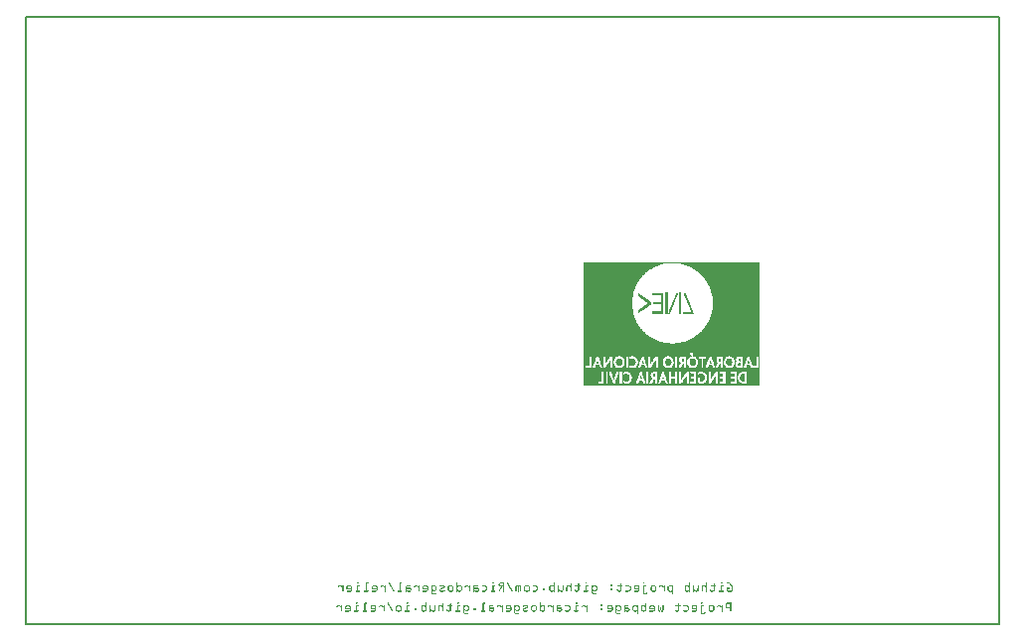
<source format=gbo>
G04 MADE WITH FRITZING*
G04 WWW.FRITZING.ORG*
G04 DOUBLE SIDED*
G04 HOLES PLATED*
G04 CONTOUR ON CENTER OF CONTOUR VECTOR*
%ASAXBY*%
%FSLAX23Y23*%
%MOIN*%
%OFA0B0*%
%SFA1.0B1.0*%
%ADD10R,3.271650X2.047240X3.255650X2.031240*%
%ADD11C,0.008000*%
%ADD12R,0.001000X0.001000*%
%LNSILK0*%
G90*
G70*
G54D11*
X4Y2043D02*
X3268Y2043D01*
X3268Y4D01*
X4Y4D01*
X4Y2043D01*
D02*
G36*
X2202Y1119D02*
X2202Y1116D01*
X2192Y1116D01*
X2192Y1112D01*
X2191Y1112D01*
X2191Y1109D01*
X2189Y1109D01*
X2189Y1104D01*
X2188Y1104D01*
X2188Y1101D01*
X2186Y1101D01*
X2186Y1097D01*
X2185Y1097D01*
X2185Y1094D01*
X2183Y1094D01*
X2183Y1091D01*
X2182Y1091D01*
X2182Y1087D01*
X2180Y1087D01*
X2180Y1084D01*
X2179Y1084D01*
X2179Y1080D01*
X2178Y1080D01*
X2178Y1077D01*
X2176Y1077D01*
X2176Y1072D01*
X2175Y1072D01*
X2175Y1070D01*
X2173Y1070D01*
X2173Y1065D01*
X2172Y1065D01*
X2172Y1062D01*
X2170Y1062D01*
X2170Y1059D01*
X2169Y1059D01*
X2169Y1055D01*
X2167Y1055D01*
X2167Y1052D01*
X2166Y1052D01*
X2166Y1048D01*
X2165Y1048D01*
X2165Y1046D01*
X2159Y1046D01*
X2159Y1049D01*
X2160Y1049D01*
X2160Y1054D01*
X2162Y1054D01*
X2162Y1056D01*
X2163Y1056D01*
X2163Y1061D01*
X2165Y1061D01*
X2165Y1064D01*
X2166Y1064D01*
X2166Y1068D01*
X2167Y1068D01*
X2167Y1071D01*
X2169Y1071D01*
X2169Y1074D01*
X2170Y1074D01*
X2170Y1078D01*
X2172Y1078D01*
X2172Y1081D01*
X2173Y1081D01*
X2173Y1085D01*
X2175Y1085D01*
X2175Y1088D01*
X2176Y1088D01*
X2176Y1093D01*
X2178Y1093D01*
X2178Y1096D01*
X2179Y1096D01*
X2179Y1099D01*
X2180Y1099D01*
X2180Y1103D01*
X2182Y1103D01*
X2182Y1106D01*
X2183Y1106D01*
X2183Y1110D01*
X2185Y1110D01*
X2185Y1113D01*
X2186Y1113D01*
X2186Y1117D01*
X2194Y1117D01*
X2194Y1119D01*
X2202Y1119D01*
G37*
D02*
G36*
X2202Y1116D02*
X2202Y1045D01*
X2194Y1045D01*
X2194Y1116D01*
X2202Y1116D01*
G37*
D02*
G36*
X2157Y1119D02*
X2157Y1045D01*
X2149Y1045D01*
X2149Y1119D01*
X2157Y1119D01*
G37*
D02*
G36*
X2215Y1117D02*
X2215Y1116D01*
X2217Y1116D01*
X2217Y1113D01*
X2218Y1113D01*
X2218Y1109D01*
X2220Y1109D01*
X2220Y1106D01*
X2221Y1106D01*
X2221Y1101D01*
X2223Y1101D01*
X2223Y1099D01*
X2224Y1099D01*
X2224Y1094D01*
X2225Y1094D01*
X2225Y1091D01*
X2227Y1091D01*
X2227Y1087D01*
X2228Y1087D01*
X2228Y1084D01*
X2230Y1084D01*
X2230Y1081D01*
X2231Y1081D01*
X2231Y1077D01*
X2233Y1077D01*
X2233Y1074D01*
X2234Y1074D01*
X2234Y1070D01*
X2236Y1070D01*
X2236Y1067D01*
X2237Y1067D01*
X2237Y1062D01*
X2238Y1062D01*
X2238Y1059D01*
X2240Y1059D01*
X2240Y1055D01*
X2241Y1055D01*
X2241Y1052D01*
X2243Y1052D01*
X2243Y1049D01*
X2244Y1049D01*
X2244Y1046D01*
X2208Y1046D01*
X2208Y1052D01*
X2236Y1052D01*
X2236Y1054D01*
X2234Y1054D01*
X2234Y1058D01*
X2233Y1058D01*
X2233Y1061D01*
X2231Y1061D01*
X2231Y1065D01*
X2230Y1065D01*
X2230Y1068D01*
X2228Y1068D01*
X2228Y1072D01*
X2227Y1072D01*
X2227Y1075D01*
X2225Y1075D01*
X2225Y1078D01*
X2224Y1078D01*
X2224Y1083D01*
X2223Y1083D01*
X2223Y1085D01*
X2221Y1085D01*
X2221Y1090D01*
X2220Y1090D01*
X2220Y1093D01*
X2218Y1093D01*
X2218Y1097D01*
X2217Y1097D01*
X2217Y1100D01*
X2215Y1100D01*
X2215Y1104D01*
X2214Y1104D01*
X2214Y1107D01*
X2212Y1107D01*
X2212Y1110D01*
X2211Y1110D01*
X2211Y1114D01*
X2209Y1114D01*
X2209Y1117D01*
X2215Y1117D01*
G37*
D02*
G36*
X2143Y1117D02*
X2143Y1046D01*
X2104Y1046D01*
X2104Y1055D01*
X2134Y1055D01*
X2134Y1078D01*
X2109Y1078D01*
X2109Y1085D01*
X2134Y1085D01*
X2134Y1109D01*
X2104Y1109D01*
X2104Y1117D01*
X2143Y1117D01*
G37*
D02*
G36*
X2059Y1117D02*
X2059Y1116D01*
X2060Y1116D01*
X2060Y1114D01*
X2063Y1114D01*
X2063Y1113D01*
X2064Y1113D01*
X2064Y1112D01*
X2066Y1112D01*
X2066Y1110D01*
X2069Y1110D01*
X2069Y1109D01*
X2070Y1109D01*
X2070Y1107D01*
X2073Y1107D01*
X2073Y1106D01*
X2075Y1106D01*
X2075Y1104D01*
X2076Y1104D01*
X2076Y1103D01*
X2079Y1103D01*
X2079Y1101D01*
X2080Y1101D01*
X2080Y1100D01*
X2083Y1100D01*
X2083Y1099D01*
X2085Y1099D01*
X2085Y1097D01*
X2088Y1097D01*
X2088Y1096D01*
X2089Y1096D01*
X2089Y1094D01*
X2091Y1094D01*
X2091Y1093D01*
X2093Y1093D01*
X2093Y1091D01*
X2095Y1091D01*
X2095Y1090D01*
X2098Y1090D01*
X2098Y1088D01*
X2099Y1088D01*
X2099Y1087D01*
X2101Y1087D01*
X2101Y1085D01*
X2102Y1085D01*
X2102Y1077D01*
X2099Y1077D01*
X2099Y1075D01*
X2098Y1075D01*
X2098Y1074D01*
X2095Y1074D01*
X2095Y1072D01*
X2093Y1072D01*
X2093Y1071D01*
X2091Y1071D01*
X2091Y1070D01*
X2089Y1070D01*
X2089Y1068D01*
X2088Y1068D01*
X2088Y1067D01*
X2085Y1067D01*
X2085Y1065D01*
X2083Y1065D01*
X2083Y1064D01*
X2080Y1064D01*
X2080Y1062D01*
X2079Y1062D01*
X2079Y1061D01*
X2077Y1061D01*
X2077Y1059D01*
X2075Y1059D01*
X2075Y1058D01*
X2073Y1058D01*
X2073Y1056D01*
X2070Y1056D01*
X2070Y1055D01*
X2069Y1055D01*
X2069Y1054D01*
X2066Y1054D01*
X2066Y1052D01*
X2064Y1052D01*
X2064Y1051D01*
X2063Y1051D01*
X2063Y1049D01*
X2060Y1049D01*
X2060Y1048D01*
X2059Y1048D01*
X2059Y1046D01*
X2057Y1046D01*
X2057Y1058D01*
X2059Y1058D01*
X2059Y1059D01*
X2060Y1059D01*
X2060Y1061D01*
X2063Y1061D01*
X2063Y1062D01*
X2064Y1062D01*
X2064Y1064D01*
X2066Y1064D01*
X2066Y1065D01*
X2069Y1065D01*
X2069Y1067D01*
X2070Y1067D01*
X2070Y1068D01*
X2073Y1068D01*
X2073Y1070D01*
X2075Y1070D01*
X2075Y1071D01*
X2076Y1071D01*
X2076Y1072D01*
X2079Y1072D01*
X2079Y1074D01*
X2080Y1074D01*
X2080Y1075D01*
X2083Y1075D01*
X2083Y1077D01*
X2085Y1077D01*
X2085Y1078D01*
X2086Y1078D01*
X2086Y1080D01*
X2089Y1080D01*
X2089Y1084D01*
X2086Y1084D01*
X2086Y1085D01*
X2085Y1085D01*
X2085Y1087D01*
X2082Y1087D01*
X2082Y1088D01*
X2080Y1088D01*
X2080Y1090D01*
X2079Y1090D01*
X2079Y1091D01*
X2076Y1091D01*
X2076Y1093D01*
X2075Y1093D01*
X2075Y1094D01*
X2073Y1094D01*
X2073Y1096D01*
X2070Y1096D01*
X2070Y1097D01*
X2069Y1097D01*
X2069Y1099D01*
X2066Y1099D01*
X2066Y1100D01*
X2064Y1100D01*
X2064Y1101D01*
X2063Y1101D01*
X2063Y1103D01*
X2060Y1103D01*
X2060Y1104D01*
X2059Y1104D01*
X2059Y1106D01*
X2057Y1106D01*
X2057Y1117D01*
X2059Y1117D01*
G37*
D02*
G36*
X2401Y897D02*
X2401Y887D01*
X2398Y887D01*
X2398Y888D01*
X2395Y888D01*
X2395Y890D01*
X2394Y890D01*
X2394Y894D01*
X2395Y894D01*
X2395Y895D01*
X2397Y895D01*
X2397Y897D01*
X2401Y897D01*
G37*
D02*
G36*
X2368Y897D02*
X2368Y895D01*
X2369Y895D01*
X2369Y894D01*
X2370Y894D01*
X2370Y893D01*
X2372Y893D01*
X2372Y891D01*
X2373Y891D01*
X2373Y887D01*
X2375Y887D01*
X2375Y881D01*
X2373Y881D01*
X2373Y877D01*
X2372Y877D01*
X2372Y874D01*
X2370Y874D01*
X2370Y872D01*
X2369Y872D01*
X2369Y871D01*
X2359Y871D01*
X2359Y872D01*
X2357Y872D01*
X2357Y874D01*
X2356Y874D01*
X2356Y875D01*
X2355Y875D01*
X2355Y878D01*
X2353Y878D01*
X2353Y888D01*
X2355Y888D01*
X2355Y891D01*
X2356Y891D01*
X2356Y894D01*
X2357Y894D01*
X2357Y895D01*
X2360Y895D01*
X2360Y897D01*
X2368Y897D01*
G37*
D02*
G36*
X2334Y897D02*
X2334Y885D01*
X2330Y885D01*
X2330Y887D01*
X2328Y887D01*
X2328Y888D01*
X2327Y888D01*
X2327Y894D01*
X2328Y894D01*
X2328Y895D01*
X2330Y895D01*
X2330Y897D01*
X2334Y897D01*
G37*
D02*
G36*
X2244Y897D02*
X2244Y895D01*
X2246Y895D01*
X2246Y894D01*
X2247Y894D01*
X2247Y893D01*
X2249Y893D01*
X2249Y891D01*
X2250Y891D01*
X2250Y884D01*
X2252Y884D01*
X2252Y882D01*
X2250Y882D01*
X2250Y877D01*
X2249Y877D01*
X2249Y874D01*
X2247Y874D01*
X2247Y872D01*
X2244Y872D01*
X2244Y871D01*
X2236Y871D01*
X2236Y872D01*
X2234Y872D01*
X2234Y874D01*
X2233Y874D01*
X2233Y875D01*
X2231Y875D01*
X2231Y878D01*
X2230Y878D01*
X2230Y890D01*
X2231Y890D01*
X2231Y893D01*
X2233Y893D01*
X2233Y894D01*
X2234Y894D01*
X2234Y895D01*
X2237Y895D01*
X2237Y897D01*
X2244Y897D01*
G37*
D02*
G36*
X2211Y897D02*
X2211Y885D01*
X2207Y885D01*
X2207Y887D01*
X2205Y887D01*
X2205Y888D01*
X2204Y888D01*
X2204Y895D01*
X2207Y895D01*
X2207Y897D01*
X2211Y897D01*
G37*
D02*
G36*
X2163Y897D02*
X2163Y895D01*
X2165Y895D01*
X2165Y894D01*
X2166Y894D01*
X2166Y893D01*
X2167Y893D01*
X2167Y891D01*
X2169Y891D01*
X2169Y887D01*
X2170Y887D01*
X2170Y881D01*
X2169Y881D01*
X2169Y877D01*
X2167Y877D01*
X2167Y874D01*
X2166Y874D01*
X2166Y872D01*
X2165Y872D01*
X2165Y871D01*
X2154Y871D01*
X2154Y872D01*
X2153Y872D01*
X2153Y874D01*
X2151Y874D01*
X2151Y875D01*
X2150Y875D01*
X2150Y878D01*
X2149Y878D01*
X2149Y888D01*
X2150Y888D01*
X2150Y891D01*
X2151Y891D01*
X2151Y894D01*
X2153Y894D01*
X2153Y895D01*
X2156Y895D01*
X2156Y897D01*
X2163Y897D01*
G37*
D02*
G36*
X1998Y897D02*
X1998Y895D01*
X2001Y895D01*
X2001Y894D01*
X2002Y894D01*
X2002Y893D01*
X2004Y893D01*
X2004Y888D01*
X2005Y888D01*
X2005Y878D01*
X2004Y878D01*
X2004Y875D01*
X2002Y875D01*
X2002Y874D01*
X2001Y874D01*
X2001Y872D01*
X1999Y872D01*
X1999Y871D01*
X1989Y871D01*
X1989Y872D01*
X1988Y872D01*
X1988Y874D01*
X1986Y874D01*
X1986Y877D01*
X1985Y877D01*
X1985Y881D01*
X1983Y881D01*
X1983Y887D01*
X1985Y887D01*
X1985Y891D01*
X1986Y891D01*
X1986Y893D01*
X1988Y893D01*
X1988Y894D01*
X1989Y894D01*
X1989Y895D01*
X1990Y895D01*
X1990Y897D01*
X1998Y897D01*
G37*
D02*
G36*
X1922Y891D02*
X1922Y887D01*
X1924Y887D01*
X1924Y882D01*
X1925Y882D01*
X1925Y880D01*
X1918Y880D01*
X1918Y881D01*
X1919Y881D01*
X1919Y887D01*
X1921Y887D01*
X1921Y891D01*
X1922Y891D01*
G37*
D02*
G36*
X2429Y890D02*
X2429Y885D01*
X2430Y885D01*
X2430Y881D01*
X2431Y881D01*
X2431Y880D01*
X2424Y880D01*
X2424Y882D01*
X2426Y882D01*
X2426Y888D01*
X2427Y888D01*
X2427Y890D01*
X2429Y890D01*
G37*
D02*
G36*
X2301Y890D02*
X2301Y885D01*
X2302Y885D01*
X2302Y881D01*
X2304Y881D01*
X2304Y880D01*
X2297Y880D01*
X2297Y882D01*
X2298Y882D01*
X2298Y887D01*
X2299Y887D01*
X2299Y890D01*
X2301Y890D01*
G37*
D02*
G36*
X2075Y890D02*
X2075Y885D01*
X2076Y885D01*
X2076Y881D01*
X2077Y881D01*
X2077Y880D01*
X2070Y880D01*
X2070Y882D01*
X2072Y882D01*
X2072Y887D01*
X2073Y887D01*
X2073Y890D01*
X2075Y890D01*
G37*
D02*
G36*
X2401Y881D02*
X2401Y871D01*
X2394Y871D01*
X2394Y872D01*
X2392Y872D01*
X2392Y880D01*
X2395Y880D01*
X2395Y881D01*
X2401Y881D01*
G37*
D02*
G36*
X2466Y1220D02*
X2466Y1217D01*
X2166Y1217D01*
X2166Y1216D01*
X2151Y1216D01*
X2151Y1215D01*
X2143Y1215D01*
X2143Y1213D01*
X2137Y1213D01*
X2137Y1212D01*
X2133Y1212D01*
X2133Y1210D01*
X2128Y1210D01*
X2128Y1209D01*
X2124Y1209D01*
X2124Y1207D01*
X2120Y1207D01*
X2120Y1206D01*
X2117Y1206D01*
X2117Y1204D01*
X2114Y1204D01*
X2114Y1203D01*
X2111Y1203D01*
X2111Y1202D01*
X2108Y1202D01*
X2108Y1200D01*
X2105Y1200D01*
X2105Y1199D01*
X2104Y1199D01*
X2104Y1197D01*
X2101Y1197D01*
X2101Y1196D01*
X2098Y1196D01*
X2098Y1194D01*
X2096Y1194D01*
X2096Y1193D01*
X2093Y1193D01*
X2093Y1191D01*
X2092Y1191D01*
X2092Y1190D01*
X2091Y1190D01*
X2091Y1188D01*
X2088Y1188D01*
X2088Y1187D01*
X2086Y1187D01*
X2086Y1186D01*
X2085Y1186D01*
X2085Y1184D01*
X2083Y1184D01*
X2083Y1183D01*
X2082Y1183D01*
X2082Y1181D01*
X2080Y1181D01*
X2080Y1180D01*
X2079Y1180D01*
X2079Y1178D01*
X2077Y1178D01*
X2077Y1177D01*
X2076Y1177D01*
X2076Y1175D01*
X2075Y1175D01*
X2075Y1174D01*
X2073Y1174D01*
X2073Y1172D01*
X2072Y1172D01*
X2072Y1171D01*
X2070Y1171D01*
X2070Y1170D01*
X2069Y1170D01*
X2069Y1168D01*
X2067Y1168D01*
X2067Y1167D01*
X2066Y1167D01*
X2066Y1164D01*
X2064Y1164D01*
X2064Y1162D01*
X2063Y1162D01*
X2063Y1161D01*
X2062Y1161D01*
X2062Y1158D01*
X2060Y1158D01*
X2060Y1157D01*
X2059Y1157D01*
X2059Y1154D01*
X2057Y1154D01*
X2057Y1151D01*
X2056Y1151D01*
X2056Y1149D01*
X2054Y1149D01*
X2054Y1146D01*
X2053Y1146D01*
X2053Y1143D01*
X2051Y1143D01*
X2051Y1141D01*
X2050Y1141D01*
X2050Y1138D01*
X2048Y1138D01*
X2048Y1135D01*
X2047Y1135D01*
X2047Y1130D01*
X2046Y1130D01*
X2046Y1126D01*
X2044Y1126D01*
X2044Y1122D01*
X2043Y1122D01*
X2043Y1117D01*
X2041Y1117D01*
X2041Y1112D01*
X2040Y1112D01*
X2040Y1103D01*
X2038Y1103D01*
X2038Y1088D01*
X2037Y1088D01*
X2037Y1075D01*
X2038Y1075D01*
X2038Y1061D01*
X2040Y1061D01*
X2040Y1052D01*
X2041Y1052D01*
X2041Y1046D01*
X2043Y1046D01*
X2043Y1042D01*
X2044Y1042D01*
X2044Y1038D01*
X2046Y1038D01*
X2046Y1033D01*
X2047Y1033D01*
X2047Y1029D01*
X2048Y1029D01*
X2048Y1026D01*
X2050Y1026D01*
X2050Y1023D01*
X2051Y1023D01*
X2051Y1020D01*
X2053Y1020D01*
X2053Y1017D01*
X2054Y1017D01*
X2054Y1014D01*
X2056Y1014D01*
X2056Y1013D01*
X2057Y1013D01*
X2057Y1010D01*
X2059Y1010D01*
X2059Y1007D01*
X2060Y1007D01*
X2060Y1006D01*
X2062Y1006D01*
X2062Y1003D01*
X2063Y1003D01*
X2063Y1001D01*
X2064Y1001D01*
X2064Y1000D01*
X2066Y1000D01*
X2066Y997D01*
X2067Y997D01*
X2067Y996D01*
X2069Y996D01*
X2069Y994D01*
X2070Y994D01*
X2070Y993D01*
X2072Y993D01*
X2072Y991D01*
X2073Y991D01*
X2073Y990D01*
X2075Y990D01*
X2075Y988D01*
X2076Y988D01*
X2076Y987D01*
X2077Y987D01*
X2077Y985D01*
X2079Y985D01*
X2079Y984D01*
X2080Y984D01*
X2080Y982D01*
X2082Y982D01*
X2082Y981D01*
X2083Y981D01*
X2083Y980D01*
X2085Y980D01*
X2085Y978D01*
X2086Y978D01*
X2086Y977D01*
X2088Y977D01*
X2088Y975D01*
X2091Y975D01*
X2091Y974D01*
X2092Y974D01*
X2092Y972D01*
X2093Y972D01*
X2093Y971D01*
X2096Y971D01*
X2096Y969D01*
X2098Y969D01*
X2098Y968D01*
X2101Y968D01*
X2101Y967D01*
X2102Y967D01*
X2102Y965D01*
X2105Y965D01*
X2105Y964D01*
X2108Y964D01*
X2108Y962D01*
X2111Y962D01*
X2111Y961D01*
X2114Y961D01*
X2114Y959D01*
X2117Y959D01*
X2117Y958D01*
X2120Y958D01*
X2120Y956D01*
X2124Y956D01*
X2124Y955D01*
X2128Y955D01*
X2128Y953D01*
X2133Y953D01*
X2133Y952D01*
X2137Y952D01*
X2137Y951D01*
X2143Y951D01*
X2143Y949D01*
X2151Y949D01*
X2151Y948D01*
X2165Y948D01*
X2165Y946D01*
X1876Y946D01*
X1876Y1220D01*
X2466Y1220D01*
G37*
D02*
G36*
X2466Y1217D02*
X2466Y946D01*
X2180Y946D01*
X2180Y948D01*
X2195Y948D01*
X2195Y949D01*
X2202Y949D01*
X2202Y951D01*
X2208Y951D01*
X2208Y952D01*
X2212Y952D01*
X2212Y953D01*
X2218Y953D01*
X2218Y955D01*
X2221Y955D01*
X2221Y956D01*
X2225Y956D01*
X2225Y958D01*
X2228Y958D01*
X2228Y959D01*
X2231Y959D01*
X2231Y961D01*
X2234Y961D01*
X2234Y962D01*
X2237Y962D01*
X2237Y964D01*
X2240Y964D01*
X2240Y965D01*
X2243Y965D01*
X2243Y967D01*
X2244Y967D01*
X2244Y968D01*
X2247Y968D01*
X2247Y969D01*
X2249Y969D01*
X2249Y971D01*
X2252Y971D01*
X2252Y972D01*
X2253Y972D01*
X2253Y974D01*
X2254Y974D01*
X2254Y975D01*
X2257Y975D01*
X2257Y977D01*
X2259Y977D01*
X2259Y978D01*
X2260Y978D01*
X2260Y980D01*
X2262Y980D01*
X2262Y981D01*
X2263Y981D01*
X2263Y982D01*
X2265Y982D01*
X2265Y984D01*
X2268Y984D01*
X2268Y985D01*
X2269Y985D01*
X2269Y987D01*
X2270Y987D01*
X2270Y990D01*
X2272Y990D01*
X2272Y991D01*
X2273Y991D01*
X2273Y993D01*
X2275Y993D01*
X2275Y994D01*
X2276Y994D01*
X2276Y996D01*
X2278Y996D01*
X2278Y997D01*
X2279Y997D01*
X2279Y1000D01*
X2281Y1000D01*
X2281Y1001D01*
X2282Y1001D01*
X2282Y1003D01*
X2283Y1003D01*
X2283Y1006D01*
X2285Y1006D01*
X2285Y1007D01*
X2286Y1007D01*
X2286Y1010D01*
X2288Y1010D01*
X2288Y1011D01*
X2289Y1011D01*
X2289Y1014D01*
X2291Y1014D01*
X2291Y1017D01*
X2292Y1017D01*
X2292Y1020D01*
X2294Y1020D01*
X2294Y1023D01*
X2295Y1023D01*
X2295Y1026D01*
X2297Y1026D01*
X2297Y1029D01*
X2298Y1029D01*
X2298Y1033D01*
X2299Y1033D01*
X2299Y1036D01*
X2301Y1036D01*
X2301Y1041D01*
X2302Y1041D01*
X2302Y1046D01*
X2304Y1046D01*
X2304Y1052D01*
X2305Y1052D01*
X2305Y1059D01*
X2307Y1059D01*
X2307Y1074D01*
X2308Y1074D01*
X2308Y1090D01*
X2307Y1090D01*
X2307Y1104D01*
X2305Y1104D01*
X2305Y1112D01*
X2304Y1112D01*
X2304Y1117D01*
X2302Y1117D01*
X2302Y1122D01*
X2301Y1122D01*
X2301Y1128D01*
X2299Y1128D01*
X2299Y1130D01*
X2298Y1130D01*
X2298Y1135D01*
X2297Y1135D01*
X2297Y1138D01*
X2295Y1138D01*
X2295Y1141D01*
X2294Y1141D01*
X2294Y1143D01*
X2292Y1143D01*
X2292Y1146D01*
X2291Y1146D01*
X2291Y1149D01*
X2289Y1149D01*
X2289Y1152D01*
X2288Y1152D01*
X2288Y1154D01*
X2286Y1154D01*
X2286Y1157D01*
X2285Y1157D01*
X2285Y1158D01*
X2283Y1158D01*
X2283Y1161D01*
X2282Y1161D01*
X2282Y1162D01*
X2281Y1162D01*
X2281Y1164D01*
X2279Y1164D01*
X2279Y1167D01*
X2278Y1167D01*
X2278Y1168D01*
X2276Y1168D01*
X2276Y1170D01*
X2275Y1170D01*
X2275Y1171D01*
X2273Y1171D01*
X2273Y1172D01*
X2272Y1172D01*
X2272Y1174D01*
X2270Y1174D01*
X2270Y1175D01*
X2269Y1175D01*
X2269Y1177D01*
X2268Y1177D01*
X2268Y1178D01*
X2266Y1178D01*
X2266Y1180D01*
X2265Y1180D01*
X2265Y1181D01*
X2263Y1181D01*
X2263Y1183D01*
X2262Y1183D01*
X2262Y1184D01*
X2260Y1184D01*
X2260Y1186D01*
X2259Y1186D01*
X2259Y1187D01*
X2257Y1187D01*
X2257Y1188D01*
X2254Y1188D01*
X2254Y1190D01*
X2253Y1190D01*
X2253Y1191D01*
X2252Y1191D01*
X2252Y1193D01*
X2249Y1193D01*
X2249Y1194D01*
X2247Y1194D01*
X2247Y1196D01*
X2244Y1196D01*
X2244Y1197D01*
X2243Y1197D01*
X2243Y1199D01*
X2240Y1199D01*
X2240Y1200D01*
X2237Y1200D01*
X2237Y1202D01*
X2234Y1202D01*
X2234Y1203D01*
X2231Y1203D01*
X2231Y1204D01*
X2228Y1204D01*
X2228Y1206D01*
X2225Y1206D01*
X2225Y1207D01*
X2221Y1207D01*
X2221Y1209D01*
X2217Y1209D01*
X2217Y1210D01*
X2212Y1210D01*
X2212Y1212D01*
X2208Y1212D01*
X2208Y1213D01*
X2202Y1213D01*
X2202Y1215D01*
X2194Y1215D01*
X2194Y1216D01*
X2179Y1216D01*
X2179Y1217D01*
X2466Y1217D01*
G37*
D02*
G36*
X2466Y946D02*
X2466Y945D01*
X1876Y945D01*
X1876Y946D01*
X2466Y946D01*
G37*
D02*
G36*
X2466Y946D02*
X2466Y945D01*
X1876Y945D01*
X1876Y946D01*
X2466Y946D01*
G37*
D02*
G36*
X2466Y945D02*
X2466Y914D01*
X2231Y914D01*
X2231Y911D01*
X2233Y911D01*
X2233Y910D01*
X2234Y910D01*
X2234Y907D01*
X2236Y907D01*
X2236Y906D01*
X2237Y906D01*
X2237Y904D01*
X1992Y904D01*
X1992Y903D01*
X1895Y903D01*
X1895Y871D01*
X1883Y871D01*
X1883Y864D01*
X1876Y864D01*
X1876Y945D01*
X2466Y945D01*
G37*
D02*
G36*
X2466Y914D02*
X2466Y904D01*
X2360Y904D01*
X2360Y903D01*
X2260Y903D01*
X2260Y897D01*
X2270Y897D01*
X2270Y864D01*
X2246Y864D01*
X2246Y865D01*
X2250Y865D01*
X2250Y866D01*
X2252Y866D01*
X2252Y868D01*
X2253Y868D01*
X2253Y869D01*
X2254Y869D01*
X2254Y871D01*
X2256Y871D01*
X2256Y875D01*
X2257Y875D01*
X2257Y893D01*
X2256Y893D01*
X2256Y895D01*
X2254Y895D01*
X2254Y897D01*
X2253Y897D01*
X2253Y900D01*
X2250Y900D01*
X2250Y901D01*
X2249Y901D01*
X2249Y903D01*
X2243Y903D01*
X2243Y904D01*
X2244Y904D01*
X2244Y906D01*
X2243Y906D01*
X2243Y909D01*
X2241Y909D01*
X2241Y911D01*
X2240Y911D01*
X2240Y914D01*
X2466Y914D01*
G37*
D02*
G36*
X2466Y904D02*
X2466Y903D01*
X2391Y903D01*
X2391Y901D01*
X2389Y901D01*
X2389Y900D01*
X2388Y900D01*
X2388Y897D01*
X2386Y897D01*
X2386Y890D01*
X2388Y890D01*
X2388Y887D01*
X2389Y887D01*
X2389Y885D01*
X2388Y885D01*
X2388Y884D01*
X2386Y884D01*
X2386Y882D01*
X2385Y882D01*
X2385Y869D01*
X2386Y869D01*
X2386Y868D01*
X2388Y868D01*
X2388Y866D01*
X2389Y866D01*
X2389Y865D01*
X2394Y865D01*
X2394Y864D01*
X2369Y864D01*
X2369Y865D01*
X2373Y865D01*
X2373Y866D01*
X2375Y866D01*
X2375Y868D01*
X2376Y868D01*
X2376Y869D01*
X2378Y869D01*
X2378Y871D01*
X2379Y871D01*
X2379Y874D01*
X2381Y874D01*
X2381Y880D01*
X2382Y880D01*
X2382Y887D01*
X2381Y887D01*
X2381Y893D01*
X2379Y893D01*
X2379Y895D01*
X2378Y895D01*
X2378Y898D01*
X2376Y898D01*
X2376Y900D01*
X2373Y900D01*
X2373Y901D01*
X2372Y901D01*
X2372Y903D01*
X2366Y903D01*
X2366Y904D01*
X2466Y904D01*
G37*
D02*
G36*
X2237Y904D02*
X2237Y903D01*
X2182Y903D01*
X2182Y864D01*
X2165Y864D01*
X2165Y865D01*
X2169Y865D01*
X2169Y866D01*
X2170Y866D01*
X2170Y868D01*
X2172Y868D01*
X2172Y869D01*
X2173Y869D01*
X2173Y871D01*
X2175Y871D01*
X2175Y874D01*
X2176Y874D01*
X2176Y880D01*
X2178Y880D01*
X2178Y887D01*
X2176Y887D01*
X2176Y893D01*
X2175Y893D01*
X2175Y895D01*
X2173Y895D01*
X2173Y898D01*
X2172Y898D01*
X2172Y900D01*
X2169Y900D01*
X2169Y901D01*
X2167Y901D01*
X2167Y903D01*
X2162Y903D01*
X2162Y904D01*
X2237Y904D01*
G37*
D02*
G36*
X2156Y904D02*
X2156Y903D01*
X2070Y903D01*
X2070Y900D01*
X2069Y900D01*
X2069Y895D01*
X2067Y895D01*
X2067Y891D01*
X2066Y891D01*
X2066Y888D01*
X2064Y888D01*
X2064Y884D01*
X2063Y884D01*
X2063Y880D01*
X2062Y880D01*
X2062Y875D01*
X2060Y875D01*
X2060Y871D01*
X2059Y871D01*
X2059Y868D01*
X2057Y868D01*
X2057Y864D01*
X2046Y864D01*
X2046Y865D01*
X2048Y865D01*
X2048Y866D01*
X2050Y866D01*
X2050Y868D01*
X2051Y868D01*
X2051Y869D01*
X2053Y869D01*
X2053Y871D01*
X2054Y871D01*
X2054Y874D01*
X2056Y874D01*
X2056Y878D01*
X2057Y878D01*
X2057Y888D01*
X2056Y888D01*
X2056Y893D01*
X2054Y893D01*
X2054Y895D01*
X2053Y895D01*
X2053Y898D01*
X2051Y898D01*
X2051Y900D01*
X2048Y900D01*
X2048Y901D01*
X2047Y901D01*
X2047Y903D01*
X2041Y903D01*
X2041Y904D01*
X2156Y904D01*
G37*
D02*
G36*
X2035Y904D02*
X2035Y903D01*
X2017Y903D01*
X2017Y864D01*
X2001Y864D01*
X2001Y865D01*
X2004Y865D01*
X2004Y866D01*
X2005Y866D01*
X2005Y868D01*
X2008Y868D01*
X2008Y871D01*
X2009Y871D01*
X2009Y872D01*
X2011Y872D01*
X2011Y877D01*
X2012Y877D01*
X2012Y890D01*
X2011Y890D01*
X2011Y894D01*
X2009Y894D01*
X2009Y897D01*
X2008Y897D01*
X2008Y898D01*
X2006Y898D01*
X2006Y900D01*
X2005Y900D01*
X2005Y901D01*
X2002Y901D01*
X2002Y903D01*
X1998Y903D01*
X1998Y904D01*
X2035Y904D01*
G37*
D02*
G36*
X2466Y903D02*
X2466Y864D01*
X2462Y864D01*
X2462Y903D01*
X2466Y903D01*
G37*
D02*
G36*
X2456Y903D02*
X2456Y871D01*
X2443Y871D01*
X2443Y868D01*
X2442Y868D01*
X2442Y871D01*
X2440Y871D01*
X2440Y875D01*
X2439Y875D01*
X2439Y880D01*
X2437Y880D01*
X2437Y884D01*
X2436Y884D01*
X2436Y888D01*
X2434Y888D01*
X2434Y893D01*
X2433Y893D01*
X2433Y897D01*
X2431Y897D01*
X2431Y901D01*
X2430Y901D01*
X2430Y903D01*
X2456Y903D01*
G37*
D02*
G36*
X2424Y903D02*
X2424Y900D01*
X2423Y900D01*
X2423Y895D01*
X2421Y895D01*
X2421Y893D01*
X2420Y893D01*
X2420Y888D01*
X2418Y888D01*
X2418Y884D01*
X2417Y884D01*
X2417Y880D01*
X2415Y880D01*
X2415Y875D01*
X2414Y875D01*
X2414Y872D01*
X2413Y872D01*
X2413Y868D01*
X2411Y868D01*
X2411Y864D01*
X2408Y864D01*
X2408Y903D01*
X2424Y903D01*
G37*
D02*
G36*
X2356Y903D02*
X2356Y901D01*
X2353Y901D01*
X2353Y900D01*
X2352Y900D01*
X2352Y898D01*
X2350Y898D01*
X2350Y897D01*
X2349Y897D01*
X2349Y894D01*
X2347Y894D01*
X2347Y890D01*
X2346Y890D01*
X2346Y877D01*
X2347Y877D01*
X2347Y872D01*
X2349Y872D01*
X2349Y871D01*
X2350Y871D01*
X2350Y869D01*
X2352Y869D01*
X2352Y868D01*
X2353Y868D01*
X2353Y866D01*
X2355Y866D01*
X2355Y865D01*
X2357Y865D01*
X2357Y864D01*
X2341Y864D01*
X2341Y903D01*
X2356Y903D01*
G37*
D02*
G36*
X2324Y903D02*
X2324Y901D01*
X2323Y901D01*
X2323Y900D01*
X2321Y900D01*
X2321Y898D01*
X2320Y898D01*
X2320Y887D01*
X2321Y887D01*
X2321Y884D01*
X2323Y884D01*
X2323Y882D01*
X2326Y882D01*
X2326Y881D01*
X2324Y881D01*
X2324Y880D01*
X2323Y880D01*
X2323Y877D01*
X2321Y877D01*
X2321Y875D01*
X2320Y875D01*
X2320Y872D01*
X2318Y872D01*
X2318Y869D01*
X2317Y869D01*
X2317Y866D01*
X2315Y866D01*
X2315Y868D01*
X2314Y868D01*
X2314Y872D01*
X2312Y872D01*
X2312Y877D01*
X2311Y877D01*
X2311Y881D01*
X2310Y881D01*
X2310Y884D01*
X2308Y884D01*
X2308Y888D01*
X2307Y888D01*
X2307Y893D01*
X2305Y893D01*
X2305Y897D01*
X2304Y897D01*
X2304Y901D01*
X2302Y901D01*
X2302Y903D01*
X2324Y903D01*
G37*
D02*
G36*
X2297Y903D02*
X2297Y900D01*
X2295Y900D01*
X2295Y895D01*
X2294Y895D01*
X2294Y891D01*
X2292Y891D01*
X2292Y887D01*
X2291Y887D01*
X2291Y884D01*
X2289Y884D01*
X2289Y880D01*
X2288Y880D01*
X2288Y875D01*
X2286Y875D01*
X2286Y871D01*
X2285Y871D01*
X2285Y866D01*
X2283Y866D01*
X2283Y864D01*
X2276Y864D01*
X2276Y897D01*
X2286Y897D01*
X2286Y903D01*
X2297Y903D01*
G37*
D02*
G36*
X2233Y903D02*
X2233Y901D01*
X2230Y901D01*
X2230Y900D01*
X2228Y900D01*
X2228Y898D01*
X2227Y898D01*
X2227Y897D01*
X2225Y897D01*
X2225Y895D01*
X2224Y895D01*
X2224Y891D01*
X2223Y891D01*
X2223Y877D01*
X2224Y877D01*
X2224Y872D01*
X2225Y872D01*
X2225Y871D01*
X2227Y871D01*
X2227Y868D01*
X2228Y868D01*
X2228Y866D01*
X2231Y866D01*
X2231Y865D01*
X2234Y865D01*
X2234Y864D01*
X2218Y864D01*
X2218Y903D01*
X2233Y903D01*
G37*
D02*
G36*
X2201Y903D02*
X2201Y901D01*
X2199Y901D01*
X2199Y900D01*
X2198Y900D01*
X2198Y898D01*
X2196Y898D01*
X2196Y887D01*
X2198Y887D01*
X2198Y884D01*
X2199Y884D01*
X2199Y882D01*
X2201Y882D01*
X2201Y880D01*
X2199Y880D01*
X2199Y878D01*
X2198Y878D01*
X2198Y875D01*
X2196Y875D01*
X2196Y872D01*
X2195Y872D01*
X2195Y869D01*
X2194Y869D01*
X2194Y866D01*
X2192Y866D01*
X2192Y864D01*
X2189Y864D01*
X2189Y903D01*
X2201Y903D01*
G37*
D02*
G36*
X2151Y903D02*
X2151Y901D01*
X2149Y901D01*
X2149Y900D01*
X2147Y900D01*
X2147Y898D01*
X2146Y898D01*
X2146Y897D01*
X2144Y897D01*
X2144Y894D01*
X2143Y894D01*
X2143Y890D01*
X2141Y890D01*
X2141Y877D01*
X2143Y877D01*
X2143Y872D01*
X2144Y872D01*
X2144Y871D01*
X2146Y871D01*
X2146Y869D01*
X2147Y869D01*
X2147Y868D01*
X2149Y868D01*
X2149Y866D01*
X2150Y866D01*
X2150Y865D01*
X2153Y865D01*
X2153Y864D01*
X2124Y864D01*
X2124Y903D01*
X2151Y903D01*
G37*
D02*
G36*
X2115Y903D02*
X2115Y900D01*
X2114Y900D01*
X2114Y898D01*
X2112Y898D01*
X2112Y895D01*
X2111Y895D01*
X2111Y894D01*
X2109Y894D01*
X2109Y891D01*
X2108Y891D01*
X2108Y890D01*
X2107Y890D01*
X2107Y887D01*
X2105Y887D01*
X2105Y885D01*
X2104Y885D01*
X2104Y884D01*
X2102Y884D01*
X2102Y881D01*
X2101Y881D01*
X2101Y880D01*
X2099Y880D01*
X2099Y903D01*
X2115Y903D01*
G37*
D02*
G36*
X2092Y903D02*
X2092Y864D01*
X2089Y864D01*
X2089Y868D01*
X2088Y868D01*
X2088Y872D01*
X2086Y872D01*
X2086Y877D01*
X2085Y877D01*
X2085Y880D01*
X2083Y880D01*
X2083Y884D01*
X2082Y884D01*
X2082Y888D01*
X2080Y888D01*
X2080Y893D01*
X2079Y893D01*
X2079Y897D01*
X2077Y897D01*
X2077Y901D01*
X2076Y901D01*
X2076Y903D01*
X2092Y903D01*
G37*
D02*
G36*
X2030Y903D02*
X2030Y901D01*
X2028Y901D01*
X2028Y894D01*
X2024Y894D01*
X2024Y903D01*
X2030Y903D01*
G37*
D02*
G36*
X1986Y903D02*
X1986Y901D01*
X1983Y901D01*
X1983Y900D01*
X1982Y900D01*
X1982Y898D01*
X1980Y898D01*
X1980Y895D01*
X1979Y895D01*
X1979Y893D01*
X1977Y893D01*
X1977Y888D01*
X1976Y888D01*
X1976Y880D01*
X1977Y880D01*
X1977Y874D01*
X1979Y874D01*
X1979Y871D01*
X1980Y871D01*
X1980Y869D01*
X1982Y869D01*
X1982Y868D01*
X1983Y868D01*
X1983Y866D01*
X1985Y866D01*
X1985Y865D01*
X1989Y865D01*
X1989Y864D01*
X1972Y864D01*
X1972Y903D01*
X1986Y903D01*
G37*
D02*
G36*
X1964Y903D02*
X1964Y901D01*
X1963Y901D01*
X1963Y900D01*
X1961Y900D01*
X1961Y897D01*
X1960Y897D01*
X1960Y895D01*
X1959Y895D01*
X1959Y893D01*
X1957Y893D01*
X1957Y891D01*
X1956Y891D01*
X1956Y890D01*
X1954Y890D01*
X1954Y887D01*
X1953Y887D01*
X1953Y885D01*
X1951Y885D01*
X1951Y882D01*
X1950Y882D01*
X1950Y881D01*
X1948Y881D01*
X1948Y878D01*
X1947Y878D01*
X1947Y903D01*
X1964Y903D01*
G37*
D02*
G36*
X1941Y903D02*
X1941Y864D01*
X1937Y864D01*
X1937Y868D01*
X1935Y868D01*
X1935Y872D01*
X1934Y872D01*
X1934Y877D01*
X1932Y877D01*
X1932Y881D01*
X1931Y881D01*
X1931Y885D01*
X1930Y885D01*
X1930Y890D01*
X1928Y890D01*
X1928Y894D01*
X1927Y894D01*
X1927Y898D01*
X1925Y898D01*
X1925Y903D01*
X1941Y903D01*
G37*
D02*
G36*
X1918Y903D02*
X1918Y898D01*
X1916Y898D01*
X1916Y895D01*
X1915Y895D01*
X1915Y891D01*
X1914Y891D01*
X1914Y887D01*
X1912Y887D01*
X1912Y882D01*
X1911Y882D01*
X1911Y878D01*
X1909Y878D01*
X1909Y874D01*
X1908Y874D01*
X1908Y871D01*
X1906Y871D01*
X1906Y866D01*
X1905Y866D01*
X1905Y864D01*
X1902Y864D01*
X1902Y903D01*
X1918Y903D01*
G37*
D02*
G36*
X2043Y897D02*
X2043Y895D01*
X2044Y895D01*
X2044Y894D01*
X2031Y894D01*
X2031Y895D01*
X2034Y895D01*
X2034Y897D01*
X2043Y897D01*
G37*
D02*
G36*
X2046Y894D02*
X2046Y893D01*
X2024Y893D01*
X2024Y894D01*
X2046Y894D01*
G37*
D02*
G36*
X2046Y894D02*
X2046Y893D01*
X2024Y893D01*
X2024Y894D01*
X2046Y894D01*
G37*
D02*
G36*
X2047Y893D02*
X2047Y891D01*
X2048Y891D01*
X2048Y887D01*
X2050Y887D01*
X2050Y881D01*
X2048Y881D01*
X2048Y877D01*
X2047Y877D01*
X2047Y874D01*
X2046Y874D01*
X2046Y872D01*
X2030Y872D01*
X2030Y871D01*
X2028Y871D01*
X2028Y866D01*
X2030Y866D01*
X2030Y865D01*
X2034Y865D01*
X2034Y864D01*
X2024Y864D01*
X2024Y893D01*
X2047Y893D01*
G37*
D02*
G36*
X2117Y888D02*
X2117Y864D01*
X2099Y864D01*
X2099Y865D01*
X2101Y865D01*
X2101Y868D01*
X2102Y868D01*
X2102Y869D01*
X2104Y869D01*
X2104Y872D01*
X2105Y872D01*
X2105Y874D01*
X2107Y874D01*
X2107Y877D01*
X2108Y877D01*
X2108Y878D01*
X2109Y878D01*
X2109Y881D01*
X2111Y881D01*
X2111Y882D01*
X2112Y882D01*
X2112Y885D01*
X2114Y885D01*
X2114Y887D01*
X2115Y887D01*
X2115Y888D01*
X2117Y888D01*
G37*
D02*
G36*
X1964Y888D02*
X1964Y864D01*
X1947Y864D01*
X1947Y865D01*
X1948Y865D01*
X1948Y868D01*
X1950Y868D01*
X1950Y869D01*
X1951Y869D01*
X1951Y871D01*
X1953Y871D01*
X1953Y874D01*
X1954Y874D01*
X1954Y875D01*
X1956Y875D01*
X1956Y878D01*
X1957Y878D01*
X1957Y880D01*
X1959Y880D01*
X1959Y882D01*
X1960Y882D01*
X1960Y884D01*
X1961Y884D01*
X1961Y887D01*
X1963Y887D01*
X1963Y888D01*
X1964Y888D01*
G37*
D02*
G36*
X2334Y880D02*
X2334Y864D01*
X2323Y864D01*
X2323Y865D01*
X2324Y865D01*
X2324Y866D01*
X2326Y866D01*
X2326Y869D01*
X2327Y869D01*
X2327Y872D01*
X2328Y872D01*
X2328Y875D01*
X2330Y875D01*
X2330Y877D01*
X2331Y877D01*
X2331Y880D01*
X2334Y880D01*
G37*
D02*
G36*
X2211Y880D02*
X2211Y864D01*
X2199Y864D01*
X2199Y865D01*
X2201Y865D01*
X2201Y868D01*
X2202Y868D01*
X2202Y869D01*
X2204Y869D01*
X2204Y872D01*
X2205Y872D01*
X2205Y875D01*
X2207Y875D01*
X2207Y878D01*
X2208Y878D01*
X2208Y880D01*
X2211Y880D01*
G37*
D02*
G36*
X2433Y874D02*
X2433Y872D01*
X2434Y872D01*
X2434Y868D01*
X2436Y868D01*
X2436Y864D01*
X2418Y864D01*
X2418Y866D01*
X2420Y866D01*
X2420Y871D01*
X2421Y871D01*
X2421Y874D01*
X2433Y874D01*
G37*
D02*
G36*
X2305Y874D02*
X2305Y872D01*
X2307Y872D01*
X2307Y868D01*
X2308Y868D01*
X2308Y864D01*
X2291Y864D01*
X2291Y865D01*
X2292Y865D01*
X2292Y869D01*
X2294Y869D01*
X2294Y874D01*
X2305Y874D01*
G37*
D02*
G36*
X2079Y874D02*
X2079Y872D01*
X2080Y872D01*
X2080Y868D01*
X2082Y868D01*
X2082Y864D01*
X2064Y864D01*
X2064Y866D01*
X2066Y866D01*
X2066Y869D01*
X2067Y869D01*
X2067Y874D01*
X2079Y874D01*
G37*
D02*
G36*
X1928Y874D02*
X1928Y869D01*
X1930Y869D01*
X1930Y865D01*
X1931Y865D01*
X1931Y864D01*
X1912Y864D01*
X1912Y865D01*
X1914Y865D01*
X1914Y869D01*
X1915Y869D01*
X1915Y872D01*
X1916Y872D01*
X1916Y874D01*
X1928Y874D01*
G37*
D02*
G36*
X2043Y872D02*
X2043Y871D01*
X2034Y871D01*
X2034Y872D01*
X2043Y872D01*
G37*
D02*
G36*
X2466Y864D02*
X2466Y862D01*
X1876Y862D01*
X1876Y864D01*
X2466Y864D01*
G37*
D02*
G36*
X2466Y864D02*
X2466Y862D01*
X1876Y862D01*
X1876Y864D01*
X2466Y864D01*
G37*
D02*
G36*
X2466Y864D02*
X2466Y862D01*
X1876Y862D01*
X1876Y864D01*
X2466Y864D01*
G37*
D02*
G36*
X2466Y864D02*
X2466Y862D01*
X1876Y862D01*
X1876Y864D01*
X2466Y864D01*
G37*
D02*
G36*
X2466Y864D02*
X2466Y862D01*
X1876Y862D01*
X1876Y864D01*
X2466Y864D01*
G37*
D02*
G36*
X2466Y864D02*
X2466Y862D01*
X1876Y862D01*
X1876Y864D01*
X2466Y864D01*
G37*
D02*
G36*
X2466Y864D02*
X2466Y862D01*
X1876Y862D01*
X1876Y864D01*
X2466Y864D01*
G37*
D02*
G36*
X2466Y864D02*
X2466Y862D01*
X1876Y862D01*
X1876Y864D01*
X2466Y864D01*
G37*
D02*
G36*
X2466Y864D02*
X2466Y862D01*
X1876Y862D01*
X1876Y864D01*
X2466Y864D01*
G37*
D02*
G36*
X2466Y864D02*
X2466Y862D01*
X1876Y862D01*
X1876Y864D01*
X2466Y864D01*
G37*
D02*
G36*
X2466Y864D02*
X2466Y862D01*
X1876Y862D01*
X1876Y864D01*
X2466Y864D01*
G37*
D02*
G36*
X2466Y864D02*
X2466Y862D01*
X1876Y862D01*
X1876Y864D01*
X2466Y864D01*
G37*
D02*
G36*
X2466Y864D02*
X2466Y862D01*
X1876Y862D01*
X1876Y864D01*
X2466Y864D01*
G37*
D02*
G36*
X2466Y864D02*
X2466Y862D01*
X1876Y862D01*
X1876Y864D01*
X2466Y864D01*
G37*
D02*
G36*
X2466Y864D02*
X2466Y862D01*
X1876Y862D01*
X1876Y864D01*
X2466Y864D01*
G37*
D02*
G36*
X2466Y864D02*
X2466Y862D01*
X1876Y862D01*
X1876Y864D01*
X2466Y864D01*
G37*
D02*
G36*
X2466Y864D02*
X2466Y862D01*
X1876Y862D01*
X1876Y864D01*
X2466Y864D01*
G37*
D02*
G36*
X2466Y864D02*
X2466Y862D01*
X1876Y862D01*
X1876Y864D01*
X2466Y864D01*
G37*
D02*
G36*
X2466Y864D02*
X2466Y862D01*
X1876Y862D01*
X1876Y864D01*
X2466Y864D01*
G37*
D02*
G36*
X2466Y864D02*
X2466Y862D01*
X1876Y862D01*
X1876Y864D01*
X2466Y864D01*
G37*
D02*
G36*
X2466Y864D02*
X2466Y862D01*
X1876Y862D01*
X1876Y864D01*
X2466Y864D01*
G37*
D02*
G36*
X2466Y864D02*
X2466Y862D01*
X1876Y862D01*
X1876Y864D01*
X2466Y864D01*
G37*
D02*
G36*
X2466Y864D02*
X2466Y862D01*
X1876Y862D01*
X1876Y864D01*
X2466Y864D01*
G37*
D02*
G36*
X2466Y864D02*
X2466Y862D01*
X1876Y862D01*
X1876Y864D01*
X2466Y864D01*
G37*
D02*
G36*
X2466Y864D02*
X2466Y862D01*
X1876Y862D01*
X1876Y864D01*
X2466Y864D01*
G37*
D02*
G36*
X2466Y864D02*
X2466Y862D01*
X1876Y862D01*
X1876Y864D01*
X2466Y864D01*
G37*
D02*
G36*
X2466Y862D02*
X2466Y852D01*
X1935Y852D01*
X1935Y820D01*
X1924Y820D01*
X1924Y813D01*
X1876Y813D01*
X1876Y862D01*
X2466Y862D01*
G37*
D02*
G36*
X2466Y852D02*
X2466Y813D01*
X2421Y813D01*
X2421Y852D01*
X2466Y852D01*
G37*
D02*
G36*
X2405Y852D02*
X2405Y850D01*
X2401Y850D01*
X2401Y849D01*
X2398Y849D01*
X2398Y848D01*
X2397Y848D01*
X2397Y846D01*
X2395Y846D01*
X2395Y843D01*
X2394Y843D01*
X2394Y840D01*
X2392Y840D01*
X2392Y826D01*
X2394Y826D01*
X2394Y821D01*
X2395Y821D01*
X2395Y820D01*
X2397Y820D01*
X2397Y817D01*
X2399Y817D01*
X2399Y816D01*
X2401Y816D01*
X2401Y814D01*
X2405Y814D01*
X2405Y813D01*
X2388Y813D01*
X2388Y852D01*
X2405Y852D01*
G37*
D02*
G36*
X2368Y852D02*
X2368Y849D01*
X2369Y849D01*
X2369Y845D01*
X2381Y845D01*
X2381Y836D01*
X2369Y836D01*
X2369Y829D01*
X2381Y829D01*
X2381Y820D01*
X2368Y820D01*
X2368Y813D01*
X2350Y813D01*
X2350Y852D01*
X2368Y852D01*
G37*
D02*
G36*
X2330Y852D02*
X2330Y849D01*
X2331Y849D01*
X2331Y845D01*
X2343Y845D01*
X2343Y836D01*
X2331Y836D01*
X2331Y829D01*
X2343Y829D01*
X2343Y820D01*
X2330Y820D01*
X2330Y813D01*
X2324Y813D01*
X2324Y852D01*
X2330Y852D01*
G37*
D02*
G36*
X2317Y852D02*
X2317Y849D01*
X2315Y849D01*
X2315Y848D01*
X2314Y848D01*
X2314Y845D01*
X2312Y845D01*
X2312Y843D01*
X2311Y843D01*
X2311Y840D01*
X2310Y840D01*
X2310Y839D01*
X2308Y839D01*
X2308Y836D01*
X2307Y836D01*
X2307Y835D01*
X2305Y835D01*
X2305Y832D01*
X2304Y832D01*
X2304Y830D01*
X2302Y830D01*
X2302Y829D01*
X2301Y829D01*
X2301Y852D01*
X2317Y852D01*
G37*
D02*
G36*
X2294Y852D02*
X2294Y813D01*
X2279Y813D01*
X2279Y814D01*
X2281Y814D01*
X2281Y816D01*
X2283Y816D01*
X2283Y817D01*
X2285Y817D01*
X2285Y820D01*
X2286Y820D01*
X2286Y821D01*
X2288Y821D01*
X2288Y827D01*
X2289Y827D01*
X2289Y836D01*
X2288Y836D01*
X2288Y842D01*
X2286Y842D01*
X2286Y845D01*
X2285Y845D01*
X2285Y846D01*
X2283Y846D01*
X2283Y848D01*
X2282Y848D01*
X2282Y849D01*
X2279Y849D01*
X2279Y850D01*
X2276Y850D01*
X2276Y852D01*
X2294Y852D01*
G37*
D02*
G36*
X2262Y852D02*
X2262Y850D01*
X2259Y850D01*
X2259Y843D01*
X2252Y843D01*
X2252Y852D01*
X2262Y852D01*
G37*
D02*
G36*
X2233Y852D02*
X2233Y848D01*
X2234Y848D01*
X2234Y845D01*
X2244Y845D01*
X2244Y836D01*
X2234Y836D01*
X2234Y829D01*
X2244Y829D01*
X2244Y820D01*
X2233Y820D01*
X2233Y813D01*
X2227Y813D01*
X2227Y852D01*
X2233Y852D01*
G37*
D02*
G36*
X2220Y852D02*
X2220Y850D01*
X2218Y850D01*
X2218Y848D01*
X2217Y848D01*
X2217Y846D01*
X2215Y846D01*
X2215Y843D01*
X2214Y843D01*
X2214Y842D01*
X2212Y842D01*
X2212Y839D01*
X2211Y839D01*
X2211Y837D01*
X2209Y837D01*
X2209Y835D01*
X2208Y835D01*
X2208Y833D01*
X2207Y833D01*
X2207Y832D01*
X2205Y832D01*
X2205Y829D01*
X2204Y829D01*
X2204Y827D01*
X2202Y827D01*
X2202Y852D01*
X2220Y852D01*
G37*
D02*
G36*
X2196Y852D02*
X2196Y813D01*
X2189Y813D01*
X2189Y852D01*
X2196Y852D01*
G37*
D02*
G36*
X2182Y852D02*
X2182Y836D01*
X2167Y836D01*
X2167Y852D01*
X2182Y852D01*
G37*
D02*
G36*
X2160Y852D02*
X2160Y813D01*
X2157Y813D01*
X2157Y814D01*
X2156Y814D01*
X2156Y819D01*
X2154Y819D01*
X2154Y823D01*
X2153Y823D01*
X2153Y827D01*
X2151Y827D01*
X2151Y832D01*
X2150Y832D01*
X2150Y836D01*
X2149Y836D01*
X2149Y839D01*
X2147Y839D01*
X2147Y843D01*
X2146Y843D01*
X2146Y848D01*
X2144Y848D01*
X2144Y852D01*
X2160Y852D01*
G37*
D02*
G36*
X2138Y852D02*
X2138Y850D01*
X2137Y850D01*
X2137Y846D01*
X2136Y846D01*
X2136Y842D01*
X2134Y842D01*
X2134Y837D01*
X2133Y837D01*
X2133Y835D01*
X2131Y835D01*
X2131Y830D01*
X2130Y830D01*
X2130Y826D01*
X2128Y826D01*
X2128Y821D01*
X2127Y821D01*
X2127Y817D01*
X2125Y817D01*
X2125Y813D01*
X2121Y813D01*
X2121Y852D01*
X2138Y852D01*
G37*
D02*
G36*
X2107Y852D02*
X2107Y850D01*
X2104Y850D01*
X2104Y849D01*
X2102Y849D01*
X2102Y848D01*
X2101Y848D01*
X2101Y842D01*
X2099Y842D01*
X2099Y839D01*
X2101Y839D01*
X2101Y835D01*
X2102Y835D01*
X2102Y832D01*
X2105Y832D01*
X2105Y829D01*
X2104Y829D01*
X2104Y826D01*
X2102Y826D01*
X2102Y824D01*
X2101Y824D01*
X2101Y821D01*
X2099Y821D01*
X2099Y819D01*
X2098Y819D01*
X2098Y816D01*
X2096Y816D01*
X2096Y813D01*
X2093Y813D01*
X2093Y852D01*
X2107Y852D01*
G37*
D02*
G36*
X2086Y852D02*
X2086Y813D01*
X2082Y813D01*
X2082Y819D01*
X2080Y819D01*
X2080Y823D01*
X2079Y823D01*
X2079Y826D01*
X2077Y826D01*
X2077Y830D01*
X2076Y830D01*
X2076Y835D01*
X2075Y835D01*
X2075Y839D01*
X2073Y839D01*
X2073Y843D01*
X2072Y843D01*
X2072Y848D01*
X2070Y848D01*
X2070Y852D01*
X2086Y852D01*
G37*
D02*
G36*
X2064Y852D02*
X2064Y850D01*
X2063Y850D01*
X2063Y846D01*
X2062Y846D01*
X2062Y842D01*
X2060Y842D01*
X2060Y839D01*
X2059Y839D01*
X2059Y835D01*
X2057Y835D01*
X2057Y830D01*
X2056Y830D01*
X2056Y826D01*
X2054Y826D01*
X2054Y821D01*
X2053Y821D01*
X2053Y819D01*
X2051Y819D01*
X2051Y813D01*
X2027Y813D01*
X2027Y814D01*
X2028Y814D01*
X2028Y816D01*
X2031Y816D01*
X2031Y817D01*
X2033Y817D01*
X2033Y820D01*
X2034Y820D01*
X2034Y823D01*
X2035Y823D01*
X2035Y829D01*
X2037Y829D01*
X2037Y835D01*
X2035Y835D01*
X2035Y840D01*
X2034Y840D01*
X2034Y843D01*
X2033Y843D01*
X2033Y846D01*
X2031Y846D01*
X2031Y848D01*
X2030Y848D01*
X2030Y849D01*
X2027Y849D01*
X2027Y850D01*
X2024Y850D01*
X2024Y852D01*
X2064Y852D01*
G37*
D02*
G36*
X2011Y852D02*
X2011Y850D01*
X2008Y850D01*
X2008Y843D01*
X2004Y843D01*
X2004Y852D01*
X2011Y852D01*
G37*
D02*
G36*
X1996Y852D02*
X1996Y813D01*
X1980Y813D01*
X1980Y817D01*
X1982Y817D01*
X1982Y821D01*
X1983Y821D01*
X1983Y824D01*
X1985Y824D01*
X1985Y829D01*
X1986Y829D01*
X1986Y833D01*
X1988Y833D01*
X1988Y837D01*
X1989Y837D01*
X1989Y842D01*
X1990Y842D01*
X1990Y845D01*
X1992Y845D01*
X1992Y849D01*
X1993Y849D01*
X1993Y852D01*
X1996Y852D01*
G37*
D02*
G36*
X1986Y852D02*
X1986Y850D01*
X1985Y850D01*
X1985Y846D01*
X1983Y846D01*
X1983Y842D01*
X1982Y842D01*
X1982Y839D01*
X1980Y839D01*
X1980Y835D01*
X1979Y835D01*
X1979Y830D01*
X1977Y830D01*
X1977Y826D01*
X1976Y826D01*
X1976Y829D01*
X1975Y829D01*
X1975Y833D01*
X1973Y833D01*
X1973Y836D01*
X1972Y836D01*
X1972Y840D01*
X1970Y840D01*
X1970Y845D01*
X1969Y845D01*
X1969Y848D01*
X1967Y848D01*
X1967Y852D01*
X1986Y852D01*
G37*
D02*
G36*
X1960Y852D02*
X1960Y848D01*
X1961Y848D01*
X1961Y843D01*
X1963Y843D01*
X1963Y840D01*
X1964Y840D01*
X1964Y836D01*
X1966Y836D01*
X1966Y833D01*
X1967Y833D01*
X1967Y829D01*
X1969Y829D01*
X1969Y824D01*
X1970Y824D01*
X1970Y821D01*
X1972Y821D01*
X1972Y817D01*
X1973Y817D01*
X1973Y814D01*
X1975Y814D01*
X1975Y813D01*
X1956Y813D01*
X1956Y852D01*
X1960Y852D01*
G37*
D02*
G36*
X1950Y852D02*
X1950Y813D01*
X1943Y813D01*
X1943Y852D01*
X1950Y852D01*
G37*
D02*
G36*
X2272Y846D02*
X2272Y845D01*
X2276Y845D01*
X2276Y843D01*
X2263Y843D01*
X2263Y845D01*
X2268Y845D01*
X2268Y846D01*
X2272Y846D01*
G37*
D02*
G36*
X2019Y846D02*
X2019Y845D01*
X2022Y845D01*
X2022Y843D01*
X2011Y843D01*
X2011Y845D01*
X2015Y845D01*
X2015Y846D01*
X2019Y846D01*
G37*
D02*
G36*
X2278Y843D02*
X2278Y842D01*
X2252Y842D01*
X2252Y843D01*
X2278Y843D01*
G37*
D02*
G36*
X2278Y843D02*
X2278Y842D01*
X2252Y842D01*
X2252Y843D01*
X2278Y843D01*
G37*
D02*
G36*
X2025Y843D02*
X2025Y842D01*
X2004Y842D01*
X2004Y843D01*
X2025Y843D01*
G37*
D02*
G36*
X2025Y843D02*
X2025Y842D01*
X2004Y842D01*
X2004Y843D01*
X2025Y843D01*
G37*
D02*
G36*
X2279Y842D02*
X2279Y839D01*
X2281Y839D01*
X2281Y835D01*
X2282Y835D01*
X2282Y833D01*
X2257Y833D01*
X2257Y816D01*
X2259Y816D01*
X2259Y814D01*
X2262Y814D01*
X2262Y813D01*
X2252Y813D01*
X2252Y842D01*
X2279Y842D01*
G37*
D02*
G36*
X2027Y842D02*
X2027Y839D01*
X2028Y839D01*
X2028Y833D01*
X2030Y833D01*
X2030Y832D01*
X2028Y832D01*
X2028Y826D01*
X2027Y826D01*
X2027Y823D01*
X2025Y823D01*
X2025Y821D01*
X2009Y821D01*
X2009Y820D01*
X2008Y820D01*
X2008Y814D01*
X2011Y814D01*
X2011Y813D01*
X2004Y813D01*
X2004Y842D01*
X2027Y842D01*
G37*
D02*
G36*
X2318Y837D02*
X2318Y813D01*
X2301Y813D01*
X2301Y814D01*
X2302Y814D01*
X2302Y817D01*
X2304Y817D01*
X2304Y819D01*
X2305Y819D01*
X2305Y821D01*
X2307Y821D01*
X2307Y823D01*
X2308Y823D01*
X2308Y826D01*
X2310Y826D01*
X2310Y827D01*
X2311Y827D01*
X2311Y830D01*
X2312Y830D01*
X2312Y832D01*
X2314Y832D01*
X2314Y835D01*
X2315Y835D01*
X2315Y836D01*
X2317Y836D01*
X2317Y837D01*
X2318Y837D01*
G37*
D02*
G36*
X2220Y837D02*
X2220Y813D01*
X2202Y813D01*
X2202Y814D01*
X2204Y814D01*
X2204Y816D01*
X2205Y816D01*
X2205Y817D01*
X2207Y817D01*
X2207Y820D01*
X2208Y820D01*
X2208Y821D01*
X2209Y821D01*
X2209Y824D01*
X2211Y824D01*
X2211Y826D01*
X2212Y826D01*
X2212Y829D01*
X2214Y829D01*
X2214Y830D01*
X2215Y830D01*
X2215Y833D01*
X2217Y833D01*
X2217Y835D01*
X2218Y835D01*
X2218Y837D01*
X2220Y837D01*
G37*
D02*
G36*
X2282Y833D02*
X2282Y830D01*
X2281Y830D01*
X2281Y826D01*
X2279Y826D01*
X2279Y823D01*
X2278Y823D01*
X2278Y821D01*
X2276Y821D01*
X2276Y820D01*
X2273Y820D01*
X2273Y819D01*
X2266Y819D01*
X2266Y820D01*
X2265Y820D01*
X2265Y833D01*
X2282Y833D01*
G37*
D02*
G36*
X2182Y829D02*
X2182Y813D01*
X2167Y813D01*
X2167Y829D01*
X2182Y829D01*
G37*
D02*
G36*
X2115Y827D02*
X2115Y813D01*
X2104Y813D01*
X2104Y814D01*
X2105Y814D01*
X2105Y817D01*
X2107Y817D01*
X2107Y819D01*
X2108Y819D01*
X2108Y821D01*
X2109Y821D01*
X2109Y824D01*
X2111Y824D01*
X2111Y827D01*
X2115Y827D01*
G37*
D02*
G36*
X2147Y823D02*
X2147Y819D01*
X2149Y819D01*
X2149Y814D01*
X2150Y814D01*
X2150Y813D01*
X2133Y813D01*
X2133Y816D01*
X2134Y816D01*
X2134Y820D01*
X2136Y820D01*
X2136Y823D01*
X2147Y823D01*
G37*
D02*
G36*
X2073Y823D02*
X2073Y819D01*
X2075Y819D01*
X2075Y814D01*
X2076Y814D01*
X2076Y813D01*
X2059Y813D01*
X2059Y817D01*
X2060Y817D01*
X2060Y820D01*
X2062Y820D01*
X2062Y823D01*
X2073Y823D01*
G37*
D02*
G36*
X2024Y821D02*
X2024Y820D01*
X2021Y820D01*
X2021Y819D01*
X2015Y819D01*
X2015Y820D01*
X2012Y820D01*
X2012Y821D01*
X2024Y821D01*
G37*
D02*
G36*
X2466Y813D02*
X2466Y811D01*
X1876Y811D01*
X1876Y813D01*
X2466Y813D01*
G37*
D02*
G36*
X2466Y813D02*
X2466Y811D01*
X1876Y811D01*
X1876Y813D01*
X2466Y813D01*
G37*
D02*
G36*
X2466Y813D02*
X2466Y811D01*
X1876Y811D01*
X1876Y813D01*
X2466Y813D01*
G37*
D02*
G36*
X2466Y813D02*
X2466Y811D01*
X1876Y811D01*
X1876Y813D01*
X2466Y813D01*
G37*
D02*
G36*
X2466Y813D02*
X2466Y811D01*
X1876Y811D01*
X1876Y813D01*
X2466Y813D01*
G37*
D02*
G36*
X2466Y813D02*
X2466Y811D01*
X1876Y811D01*
X1876Y813D01*
X2466Y813D01*
G37*
D02*
G36*
X2466Y813D02*
X2466Y811D01*
X1876Y811D01*
X1876Y813D01*
X2466Y813D01*
G37*
D02*
G36*
X2466Y813D02*
X2466Y811D01*
X1876Y811D01*
X1876Y813D01*
X2466Y813D01*
G37*
D02*
G36*
X2466Y813D02*
X2466Y811D01*
X1876Y811D01*
X1876Y813D01*
X2466Y813D01*
G37*
D02*
G36*
X2466Y813D02*
X2466Y811D01*
X1876Y811D01*
X1876Y813D01*
X2466Y813D01*
G37*
D02*
G36*
X2466Y813D02*
X2466Y811D01*
X1876Y811D01*
X1876Y813D01*
X2466Y813D01*
G37*
D02*
G36*
X2466Y813D02*
X2466Y811D01*
X1876Y811D01*
X1876Y813D01*
X2466Y813D01*
G37*
D02*
G36*
X2466Y813D02*
X2466Y811D01*
X1876Y811D01*
X1876Y813D01*
X2466Y813D01*
G37*
D02*
G36*
X2466Y813D02*
X2466Y811D01*
X1876Y811D01*
X1876Y813D01*
X2466Y813D01*
G37*
D02*
G36*
X2466Y813D02*
X2466Y811D01*
X1876Y811D01*
X1876Y813D01*
X2466Y813D01*
G37*
D02*
G36*
X2466Y813D02*
X2466Y811D01*
X1876Y811D01*
X1876Y813D01*
X2466Y813D01*
G37*
D02*
G36*
X2466Y813D02*
X2466Y811D01*
X1876Y811D01*
X1876Y813D01*
X2466Y813D01*
G37*
D02*
G36*
X2466Y813D02*
X2466Y811D01*
X1876Y811D01*
X1876Y813D01*
X2466Y813D01*
G37*
D02*
G36*
X2466Y813D02*
X2466Y811D01*
X1876Y811D01*
X1876Y813D01*
X2466Y813D01*
G37*
D02*
G36*
X2466Y813D02*
X2466Y811D01*
X1876Y811D01*
X1876Y813D01*
X2466Y813D01*
G37*
D02*
G36*
X2466Y813D02*
X2466Y811D01*
X1876Y811D01*
X1876Y813D01*
X2466Y813D01*
G37*
D02*
G36*
X2466Y813D02*
X2466Y811D01*
X1876Y811D01*
X1876Y813D01*
X2466Y813D01*
G37*
D02*
G36*
X2466Y813D02*
X2466Y811D01*
X1876Y811D01*
X1876Y813D01*
X2466Y813D01*
G37*
D02*
G36*
X2466Y813D02*
X2466Y811D01*
X1876Y811D01*
X1876Y813D01*
X2466Y813D01*
G37*
D02*
G36*
X2466Y811D02*
X2466Y807D01*
X1876Y807D01*
X1876Y811D01*
X2466Y811D01*
G37*
D02*
G36*
X2414Y845D02*
X2414Y820D01*
X2405Y820D01*
X2405Y821D01*
X2404Y821D01*
X2404Y823D01*
X2402Y823D01*
X2402Y824D01*
X2401Y824D01*
X2401Y827D01*
X2399Y827D01*
X2399Y837D01*
X2401Y837D01*
X2401Y840D01*
X2402Y840D01*
X2402Y842D01*
X2404Y842D01*
X2404Y843D01*
X2405Y843D01*
X2405Y845D01*
X2414Y845D01*
G37*
D02*
G36*
X2115Y845D02*
X2115Y835D01*
X2109Y835D01*
X2109Y836D01*
X2108Y836D01*
X2108Y839D01*
X2107Y839D01*
X2107Y842D01*
X2108Y842D01*
X2108Y843D01*
X2109Y843D01*
X2109Y845D01*
X2115Y845D01*
G37*
D02*
G36*
X2067Y839D02*
X2067Y836D01*
X2069Y836D01*
X2069Y832D01*
X2070Y832D01*
X2070Y829D01*
X2064Y829D01*
X2064Y833D01*
X2066Y833D01*
X2066Y839D01*
X2067Y839D01*
G37*
D02*
G36*
X2141Y837D02*
X2141Y836D01*
X2143Y836D01*
X2143Y832D01*
X2144Y832D01*
X2144Y829D01*
X2138Y829D01*
X2138Y833D01*
X2140Y833D01*
X2140Y837D01*
X2141Y837D01*
G37*
D02*
G54D12*
X1118Y146D02*
X1120Y146D01*
X1571Y146D02*
X1573Y146D01*
X1883Y146D02*
X1885Y146D01*
X2076Y146D02*
X2077Y146D01*
X2337Y146D02*
X2338Y146D01*
X1117Y145D02*
X1121Y145D01*
X1570Y145D02*
X1574Y145D01*
X1882Y145D02*
X1886Y145D01*
X2074Y145D02*
X2079Y145D01*
X2335Y145D02*
X2340Y145D01*
X1116Y144D02*
X1121Y144D01*
X1146Y144D02*
X1153Y144D01*
X1223Y144D02*
X1224Y144D01*
X1259Y144D02*
X1266Y144D01*
X1449Y144D02*
X1451Y144D01*
X1570Y144D02*
X1575Y144D01*
X1594Y144D02*
X1609Y144D01*
X1620Y144D02*
X1621Y144D01*
X1777Y144D02*
X1778Y144D01*
X1834Y144D02*
X1835Y144D01*
X1882Y144D02*
X1886Y144D01*
X2074Y144D02*
X2079Y144D01*
X2230Y144D02*
X2232Y144D01*
X2287Y144D02*
X2288Y144D01*
X2335Y144D02*
X2340Y144D01*
X2356Y144D02*
X2365Y144D01*
X1116Y143D02*
X1121Y143D01*
X1145Y143D02*
X1153Y143D01*
X1222Y143D02*
X1225Y143D01*
X1258Y143D02*
X1267Y143D01*
X1449Y143D02*
X1451Y143D01*
X1570Y143D02*
X1575Y143D01*
X1593Y143D02*
X1609Y143D01*
X1619Y143D02*
X1622Y143D01*
X1776Y143D02*
X1779Y143D01*
X1833Y143D02*
X1835Y143D01*
X1882Y143D02*
X1886Y143D01*
X2074Y143D02*
X2079Y143D01*
X2230Y143D02*
X2232Y143D01*
X2286Y143D02*
X2289Y143D01*
X2335Y143D02*
X2340Y143D01*
X2356Y143D02*
X2366Y143D01*
X1116Y142D02*
X1121Y142D01*
X1145Y142D02*
X1153Y142D01*
X1222Y142D02*
X1225Y142D01*
X1258Y142D02*
X1267Y142D01*
X1449Y142D02*
X1452Y142D01*
X1570Y142D02*
X1575Y142D01*
X1592Y142D02*
X1609Y142D01*
X1619Y142D02*
X1622Y142D01*
X1776Y142D02*
X1779Y142D01*
X1833Y142D02*
X1836Y142D01*
X1858Y142D02*
X1860Y142D01*
X1882Y142D02*
X1886Y142D01*
X1999Y142D02*
X2001Y142D01*
X2074Y142D02*
X2079Y142D01*
X2229Y142D02*
X2232Y142D01*
X2286Y142D02*
X2289Y142D01*
X2311Y142D02*
X2313Y142D01*
X2335Y142D02*
X2340Y142D01*
X2356Y142D02*
X2367Y142D01*
X1117Y141D02*
X1121Y141D01*
X1145Y141D02*
X1153Y141D01*
X1222Y141D02*
X1226Y141D01*
X1258Y141D02*
X1266Y141D01*
X1449Y141D02*
X1452Y141D01*
X1570Y141D02*
X1574Y141D01*
X1591Y141D02*
X1609Y141D01*
X1619Y141D02*
X1623Y141D01*
X1776Y141D02*
X1779Y141D01*
X1833Y141D02*
X1836Y141D01*
X1857Y141D02*
X1860Y141D01*
X1882Y141D02*
X1886Y141D01*
X1999Y141D02*
X2002Y141D01*
X2075Y141D02*
X2078Y141D01*
X2229Y141D02*
X2232Y141D01*
X2286Y141D02*
X2289Y141D01*
X2311Y141D02*
X2313Y141D01*
X2336Y141D02*
X2339Y141D01*
X2356Y141D02*
X2368Y141D01*
X1145Y140D02*
X1148Y140D01*
X1223Y140D02*
X1227Y140D01*
X1258Y140D02*
X1261Y140D01*
X1449Y140D02*
X1452Y140D01*
X1591Y140D02*
X1594Y140D01*
X1606Y140D02*
X1609Y140D01*
X1620Y140D02*
X1623Y140D01*
X1776Y140D02*
X1779Y140D01*
X1833Y140D02*
X1836Y140D01*
X1857Y140D02*
X1860Y140D01*
X1999Y140D02*
X2002Y140D01*
X2229Y140D02*
X2232Y140D01*
X2286Y140D02*
X2289Y140D01*
X2311Y140D02*
X2314Y140D01*
X2364Y140D02*
X2369Y140D01*
X1145Y139D02*
X1148Y139D01*
X1224Y139D02*
X1227Y139D01*
X1258Y139D02*
X1261Y139D01*
X1449Y139D02*
X1452Y139D01*
X1590Y139D02*
X1593Y139D01*
X1606Y139D02*
X1609Y139D01*
X1620Y139D02*
X1624Y139D01*
X1776Y139D02*
X1779Y139D01*
X1833Y139D02*
X1836Y139D01*
X1857Y139D02*
X1860Y139D01*
X1965Y139D02*
X1971Y139D01*
X1999Y139D02*
X2002Y139D01*
X2229Y139D02*
X2232Y139D01*
X2286Y139D02*
X2289Y139D01*
X2311Y139D02*
X2314Y139D01*
X2365Y139D02*
X2370Y139D01*
X1145Y138D02*
X1148Y138D01*
X1224Y138D02*
X1228Y138D01*
X1258Y138D02*
X1261Y138D01*
X1449Y138D02*
X1452Y138D01*
X1590Y138D02*
X1593Y138D01*
X1606Y138D02*
X1609Y138D01*
X1621Y138D02*
X1625Y138D01*
X1776Y138D02*
X1779Y138D01*
X1833Y138D02*
X1836Y138D01*
X1857Y138D02*
X1860Y138D01*
X1965Y138D02*
X1971Y138D01*
X1999Y138D02*
X2002Y138D01*
X2229Y138D02*
X2232Y138D01*
X2286Y138D02*
X2289Y138D01*
X2311Y138D02*
X2314Y138D01*
X2366Y138D02*
X2370Y138D01*
X1145Y137D02*
X1148Y137D01*
X1225Y137D02*
X1228Y137D01*
X1258Y137D02*
X1261Y137D01*
X1449Y137D02*
X1452Y137D01*
X1590Y137D02*
X1593Y137D01*
X1606Y137D02*
X1609Y137D01*
X1621Y137D02*
X1625Y137D01*
X1776Y137D02*
X1779Y137D01*
X1833Y137D02*
X1836Y137D01*
X1857Y137D02*
X1860Y137D01*
X1965Y137D02*
X1971Y137D01*
X1999Y137D02*
X2002Y137D01*
X2229Y137D02*
X2232Y137D01*
X2286Y137D02*
X2289Y137D01*
X2311Y137D02*
X2314Y137D01*
X2367Y137D02*
X2371Y137D01*
X1057Y136D02*
X1061Y136D01*
X1069Y136D02*
X1069Y136D01*
X1087Y136D02*
X1092Y136D01*
X1118Y136D02*
X1123Y136D01*
X1145Y136D02*
X1148Y136D01*
X1172Y136D02*
X1177Y136D01*
X1199Y136D02*
X1203Y136D01*
X1225Y136D02*
X1229Y136D01*
X1258Y136D02*
X1261Y136D01*
X1284Y136D02*
X1292Y136D01*
X1312Y136D02*
X1316Y136D01*
X1324Y136D02*
X1324Y136D01*
X1342Y136D02*
X1347Y136D01*
X1365Y136D02*
X1365Y136D01*
X1372Y136D02*
X1375Y136D01*
X1397Y136D02*
X1405Y136D01*
X1427Y136D02*
X1432Y136D01*
X1449Y136D02*
X1452Y136D01*
X1457Y136D02*
X1460Y136D01*
X1482Y136D02*
X1486Y136D01*
X1494Y136D02*
X1494Y136D01*
X1511Y136D02*
X1518Y136D01*
X1535Y136D02*
X1544Y136D01*
X1571Y136D02*
X1577Y136D01*
X1590Y136D02*
X1593Y136D01*
X1606Y136D02*
X1609Y136D01*
X1622Y136D02*
X1626Y136D01*
X1659Y136D02*
X1659Y136D01*
X1682Y136D02*
X1687Y136D01*
X1705Y136D02*
X1714Y136D01*
X1767Y136D02*
X1770Y136D01*
X1776Y136D02*
X1779Y136D01*
X1790Y136D02*
X1790Y136D01*
X1806Y136D02*
X1806Y136D01*
X1823Y136D02*
X1825Y136D01*
X1833Y136D02*
X1836Y136D01*
X1849Y136D02*
X1862Y136D01*
X1883Y136D02*
X1889Y136D01*
X1911Y136D02*
X1914Y136D01*
X1965Y136D02*
X1972Y136D01*
X1991Y136D02*
X2004Y136D01*
X2017Y136D02*
X2025Y136D01*
X2050Y136D02*
X2055Y136D01*
X2076Y136D02*
X2083Y136D01*
X2107Y136D02*
X2112Y136D01*
X2134Y136D02*
X2138Y136D01*
X2146Y136D02*
X2146Y136D01*
X2163Y136D02*
X2169Y136D01*
X2173Y136D02*
X2175Y136D01*
X2220Y136D02*
X2224Y136D01*
X2229Y136D02*
X2232Y136D01*
X2259Y136D02*
X2259Y136D01*
X2276Y136D02*
X2279Y136D01*
X2286Y136D02*
X2289Y136D01*
X2302Y136D02*
X2316Y136D01*
X2337Y136D02*
X2342Y136D01*
X2368Y136D02*
X2372Y136D01*
X1055Y135D02*
X1063Y135D01*
X1068Y135D02*
X1070Y135D01*
X1084Y135D02*
X1095Y135D01*
X1117Y135D02*
X1125Y135D01*
X1145Y135D02*
X1148Y135D01*
X1169Y135D02*
X1180Y135D01*
X1196Y135D02*
X1204Y135D01*
X1209Y135D02*
X1212Y135D01*
X1226Y135D02*
X1230Y135D01*
X1258Y135D02*
X1261Y135D01*
X1282Y135D02*
X1293Y135D01*
X1310Y135D02*
X1318Y135D01*
X1323Y135D02*
X1325Y135D01*
X1339Y135D02*
X1350Y135D01*
X1364Y135D02*
X1366Y135D01*
X1370Y135D02*
X1378Y135D01*
X1394Y135D02*
X1408Y135D01*
X1424Y135D02*
X1435Y135D01*
X1449Y135D02*
X1452Y135D01*
X1455Y135D02*
X1463Y135D01*
X1480Y135D02*
X1488Y135D01*
X1493Y135D02*
X1495Y135D01*
X1508Y135D02*
X1520Y135D01*
X1534Y135D02*
X1546Y135D01*
X1570Y135D02*
X1578Y135D01*
X1590Y135D02*
X1594Y135D01*
X1606Y135D02*
X1609Y135D01*
X1623Y135D02*
X1626Y135D01*
X1649Y135D02*
X1654Y135D01*
X1657Y135D02*
X1666Y135D01*
X1679Y135D02*
X1690Y135D01*
X1704Y135D02*
X1716Y135D01*
X1764Y135D02*
X1773Y135D01*
X1776Y135D02*
X1779Y135D01*
X1789Y135D02*
X1791Y135D01*
X1805Y135D02*
X1807Y135D01*
X1820Y135D02*
X1828Y135D01*
X1833Y135D02*
X1836Y135D01*
X1848Y135D02*
X1864Y135D01*
X1882Y135D02*
X1890Y135D01*
X1902Y135D02*
X1905Y135D01*
X1908Y135D02*
X1917Y135D01*
X1965Y135D02*
X1972Y135D01*
X1989Y135D02*
X2005Y135D01*
X2016Y135D02*
X2028Y135D01*
X2048Y135D02*
X2058Y135D01*
X2074Y135D02*
X2085Y135D01*
X2104Y135D02*
X2115Y135D01*
X2132Y135D02*
X2140Y135D01*
X2145Y135D02*
X2147Y135D01*
X2162Y135D02*
X2171Y135D01*
X2173Y135D02*
X2176Y135D01*
X2218Y135D02*
X2226Y135D01*
X2229Y135D02*
X2232Y135D01*
X2242Y135D02*
X2245Y135D01*
X2258Y135D02*
X2260Y135D01*
X2274Y135D02*
X2282Y135D01*
X2286Y135D02*
X2289Y135D01*
X2301Y135D02*
X2317Y135D01*
X2335Y135D02*
X2344Y135D01*
X2369Y135D02*
X2373Y135D01*
X1053Y134D02*
X1064Y134D01*
X1067Y134D02*
X1070Y134D01*
X1083Y134D02*
X1096Y134D01*
X1116Y134D02*
X1125Y134D01*
X1145Y134D02*
X1148Y134D01*
X1168Y134D02*
X1181Y134D01*
X1195Y134D02*
X1206Y134D01*
X1209Y134D02*
X1212Y134D01*
X1226Y134D02*
X1230Y134D01*
X1258Y134D02*
X1261Y134D01*
X1281Y134D02*
X1293Y134D01*
X1308Y134D02*
X1319Y134D01*
X1323Y134D02*
X1325Y134D01*
X1338Y134D02*
X1351Y134D01*
X1364Y134D02*
X1379Y134D01*
X1393Y134D02*
X1409Y134D01*
X1423Y134D02*
X1436Y134D01*
X1449Y134D02*
X1464Y134D01*
X1478Y134D02*
X1489Y134D01*
X1493Y134D02*
X1496Y134D01*
X1507Y134D02*
X1520Y134D01*
X1534Y134D02*
X1548Y134D01*
X1570Y134D02*
X1579Y134D01*
X1591Y134D02*
X1609Y134D01*
X1623Y134D02*
X1627Y134D01*
X1648Y134D02*
X1666Y134D01*
X1678Y134D02*
X1691Y134D01*
X1704Y134D02*
X1718Y134D01*
X1763Y134D02*
X1774Y134D01*
X1776Y134D02*
X1779Y134D01*
X1789Y134D02*
X1792Y134D01*
X1804Y134D02*
X1807Y134D01*
X1819Y134D02*
X1830Y134D01*
X1833Y134D02*
X1836Y134D01*
X1847Y134D02*
X1864Y134D01*
X1882Y134D02*
X1890Y134D01*
X1902Y134D02*
X1905Y134D01*
X1907Y134D02*
X1918Y134D01*
X1965Y134D02*
X1971Y134D01*
X1989Y134D02*
X2006Y134D01*
X2015Y134D02*
X2029Y134D01*
X2046Y134D02*
X2060Y134D01*
X2074Y134D02*
X2085Y134D01*
X2103Y134D02*
X2116Y134D01*
X2130Y134D02*
X2141Y134D01*
X2144Y134D02*
X2147Y134D01*
X2161Y134D02*
X2176Y134D01*
X2217Y134D02*
X2232Y134D01*
X2242Y134D02*
X2245Y134D01*
X2258Y134D02*
X2261Y134D01*
X2273Y134D02*
X2283Y134D01*
X2286Y134D02*
X2289Y134D01*
X2301Y134D02*
X2317Y134D01*
X2335Y134D02*
X2344Y134D01*
X2369Y134D02*
X2373Y134D01*
X1053Y133D02*
X1065Y133D01*
X1067Y133D02*
X1070Y133D01*
X1082Y133D02*
X1097Y133D01*
X1116Y133D02*
X1125Y133D01*
X1145Y133D02*
X1148Y133D01*
X1167Y133D02*
X1182Y133D01*
X1194Y133D02*
X1207Y133D01*
X1209Y133D02*
X1212Y133D01*
X1227Y133D02*
X1231Y133D01*
X1258Y133D02*
X1261Y133D01*
X1280Y133D02*
X1293Y133D01*
X1308Y133D02*
X1320Y133D01*
X1323Y133D02*
X1325Y133D01*
X1337Y133D02*
X1352Y133D01*
X1364Y133D02*
X1381Y133D01*
X1393Y133D02*
X1410Y133D01*
X1422Y133D02*
X1437Y133D01*
X1449Y133D02*
X1465Y133D01*
X1478Y133D02*
X1490Y133D01*
X1493Y133D02*
X1496Y133D01*
X1507Y133D02*
X1520Y133D01*
X1534Y133D02*
X1549Y133D01*
X1570Y133D02*
X1578Y133D01*
X1592Y133D02*
X1609Y133D01*
X1624Y133D02*
X1627Y133D01*
X1648Y133D02*
X1666Y133D01*
X1677Y133D02*
X1692Y133D01*
X1704Y133D02*
X1719Y133D01*
X1762Y133D02*
X1779Y133D01*
X1789Y133D02*
X1792Y133D01*
X1804Y133D02*
X1807Y133D01*
X1818Y133D02*
X1836Y133D01*
X1848Y133D02*
X1864Y133D01*
X1882Y133D02*
X1890Y133D01*
X1902Y133D02*
X1919Y133D01*
X1965Y133D02*
X1971Y133D01*
X1989Y133D02*
X2005Y133D01*
X2016Y133D02*
X2031Y133D01*
X2045Y133D02*
X2061Y133D01*
X2074Y133D02*
X2084Y133D01*
X2102Y133D02*
X2117Y133D01*
X2130Y133D02*
X2142Y133D01*
X2144Y133D02*
X2147Y133D01*
X2160Y133D02*
X2176Y133D01*
X2215Y133D02*
X2232Y133D01*
X2242Y133D02*
X2245Y133D01*
X2258Y133D02*
X2261Y133D01*
X2272Y133D02*
X2289Y133D01*
X2301Y133D02*
X2317Y133D01*
X2335Y133D02*
X2343Y133D01*
X2370Y133D02*
X2374Y133D01*
X1052Y132D02*
X1056Y132D01*
X1061Y132D02*
X1070Y132D01*
X1081Y132D02*
X1086Y132D01*
X1093Y132D02*
X1098Y132D01*
X1116Y132D02*
X1120Y132D01*
X1145Y132D02*
X1148Y132D01*
X1166Y132D02*
X1171Y132D01*
X1178Y132D02*
X1183Y132D01*
X1194Y132D02*
X1198Y132D01*
X1203Y132D02*
X1212Y132D01*
X1228Y132D02*
X1231Y132D01*
X1258Y132D02*
X1261Y132D01*
X1279Y132D02*
X1283Y132D01*
X1307Y132D02*
X1311Y132D01*
X1316Y132D02*
X1325Y132D01*
X1336Y132D02*
X1341Y132D01*
X1348Y132D02*
X1353Y132D01*
X1364Y132D02*
X1371Y132D01*
X1376Y132D02*
X1381Y132D01*
X1392Y132D02*
X1396Y132D01*
X1406Y132D02*
X1410Y132D01*
X1421Y132D02*
X1426Y132D01*
X1433Y132D02*
X1438Y132D01*
X1449Y132D02*
X1456Y132D01*
X1461Y132D02*
X1466Y132D01*
X1477Y132D02*
X1481Y132D01*
X1486Y132D02*
X1496Y132D01*
X1506Y132D02*
X1510Y132D01*
X1544Y132D02*
X1550Y132D01*
X1570Y132D02*
X1573Y132D01*
X1592Y132D02*
X1609Y132D01*
X1624Y132D02*
X1628Y132D01*
X1647Y132D02*
X1658Y132D01*
X1660Y132D02*
X1666Y132D01*
X1676Y132D02*
X1681Y132D01*
X1688Y132D02*
X1693Y132D01*
X1714Y132D02*
X1720Y132D01*
X1761Y132D02*
X1766Y132D01*
X1771Y132D02*
X1779Y132D01*
X1789Y132D02*
X1792Y132D01*
X1804Y132D02*
X1807Y132D01*
X1818Y132D02*
X1822Y132D01*
X1826Y132D02*
X1836Y132D01*
X1857Y132D02*
X1860Y132D01*
X1882Y132D02*
X1885Y132D01*
X1902Y132D02*
X1910Y132D01*
X1915Y132D02*
X1920Y132D01*
X1998Y132D02*
X2002Y132D01*
X2026Y132D02*
X2032Y132D01*
X2045Y132D02*
X2050Y132D01*
X2056Y132D02*
X2061Y132D01*
X2074Y132D02*
X2077Y132D01*
X2101Y132D02*
X2106Y132D01*
X2113Y132D02*
X2118Y132D01*
X2129Y132D02*
X2133Y132D01*
X2138Y132D02*
X2147Y132D01*
X2159Y132D02*
X2164Y132D01*
X2169Y132D02*
X2176Y132D01*
X2215Y132D02*
X2220Y132D01*
X2225Y132D02*
X2232Y132D01*
X2242Y132D02*
X2245Y132D01*
X2258Y132D02*
X2261Y132D01*
X2271Y132D02*
X2275Y132D01*
X2280Y132D02*
X2289Y132D01*
X2310Y132D02*
X2314Y132D01*
X2335Y132D02*
X2338Y132D01*
X2371Y132D02*
X2374Y132D01*
X1052Y131D02*
X1055Y131D01*
X1062Y131D02*
X1070Y131D01*
X1081Y131D02*
X1084Y131D01*
X1094Y131D02*
X1098Y131D01*
X1116Y131D02*
X1119Y131D01*
X1145Y131D02*
X1148Y131D01*
X1166Y131D02*
X1169Y131D01*
X1179Y131D02*
X1183Y131D01*
X1194Y131D02*
X1197Y131D01*
X1204Y131D02*
X1212Y131D01*
X1228Y131D02*
X1232Y131D01*
X1258Y131D02*
X1261Y131D01*
X1279Y131D02*
X1282Y131D01*
X1307Y131D02*
X1310Y131D01*
X1317Y131D02*
X1325Y131D01*
X1336Y131D02*
X1339Y131D01*
X1350Y131D02*
X1353Y131D01*
X1364Y131D02*
X1370Y131D01*
X1378Y131D02*
X1382Y131D01*
X1393Y131D02*
X1395Y131D01*
X1407Y131D02*
X1410Y131D01*
X1421Y131D02*
X1424Y131D01*
X1435Y131D02*
X1438Y131D01*
X1449Y131D02*
X1455Y131D01*
X1463Y131D02*
X1467Y131D01*
X1477Y131D02*
X1480Y131D01*
X1487Y131D02*
X1496Y131D01*
X1506Y131D02*
X1509Y131D01*
X1546Y131D02*
X1551Y131D01*
X1570Y131D02*
X1573Y131D01*
X1594Y131D02*
X1609Y131D01*
X1625Y131D02*
X1629Y131D01*
X1647Y131D02*
X1650Y131D01*
X1653Y131D02*
X1658Y131D01*
X1661Y131D02*
X1666Y131D01*
X1676Y131D02*
X1680Y131D01*
X1690Y131D02*
X1693Y131D01*
X1716Y131D02*
X1721Y131D01*
X1761Y131D02*
X1765Y131D01*
X1773Y131D02*
X1779Y131D01*
X1789Y131D02*
X1792Y131D01*
X1804Y131D02*
X1807Y131D01*
X1818Y131D02*
X1821Y131D01*
X1828Y131D02*
X1836Y131D01*
X1857Y131D02*
X1860Y131D01*
X1882Y131D02*
X1884Y131D01*
X1902Y131D02*
X1908Y131D01*
X1916Y131D02*
X1920Y131D01*
X1999Y131D02*
X2002Y131D01*
X2028Y131D02*
X2033Y131D01*
X2044Y131D02*
X2048Y131D01*
X2058Y131D02*
X2062Y131D01*
X2074Y131D02*
X2077Y131D01*
X2101Y131D02*
X2105Y131D01*
X2115Y131D02*
X2119Y131D01*
X2129Y131D02*
X2132Y131D01*
X2139Y131D02*
X2147Y131D01*
X2158Y131D02*
X2163Y131D01*
X2170Y131D02*
X2176Y131D01*
X2214Y131D02*
X2218Y131D01*
X2226Y131D02*
X2232Y131D01*
X2242Y131D02*
X2245Y131D01*
X2258Y131D02*
X2261Y131D01*
X2271Y131D02*
X2274Y131D01*
X2281Y131D02*
X2289Y131D01*
X2311Y131D02*
X2314Y131D01*
X2335Y131D02*
X2338Y131D01*
X2371Y131D02*
X2374Y131D01*
X1052Y130D02*
X1055Y130D01*
X1063Y130D02*
X1070Y130D01*
X1080Y130D02*
X1084Y130D01*
X1095Y130D02*
X1099Y130D01*
X1116Y130D02*
X1119Y130D01*
X1145Y130D02*
X1148Y130D01*
X1165Y130D02*
X1169Y130D01*
X1180Y130D02*
X1184Y130D01*
X1194Y130D02*
X1197Y130D01*
X1205Y130D02*
X1212Y130D01*
X1229Y130D02*
X1232Y130D01*
X1258Y130D02*
X1261Y130D01*
X1279Y130D02*
X1282Y130D01*
X1307Y130D02*
X1310Y130D01*
X1318Y130D02*
X1325Y130D01*
X1335Y130D02*
X1339Y130D01*
X1350Y130D02*
X1354Y130D01*
X1364Y130D02*
X1369Y130D01*
X1379Y130D02*
X1382Y130D01*
X1406Y130D02*
X1410Y130D01*
X1420Y130D02*
X1424Y130D01*
X1435Y130D02*
X1439Y130D01*
X1449Y130D02*
X1454Y130D01*
X1464Y130D02*
X1467Y130D01*
X1477Y130D02*
X1480Y130D01*
X1488Y130D02*
X1496Y130D01*
X1506Y130D02*
X1509Y130D01*
X1547Y130D02*
X1552Y130D01*
X1570Y130D02*
X1573Y130D01*
X1598Y130D02*
X1602Y130D01*
X1606Y130D02*
X1609Y130D01*
X1626Y130D02*
X1629Y130D01*
X1647Y130D02*
X1650Y130D01*
X1655Y130D02*
X1658Y130D01*
X1662Y130D02*
X1666Y130D01*
X1675Y130D02*
X1679Y130D01*
X1691Y130D02*
X1694Y130D01*
X1717Y130D02*
X1722Y130D01*
X1760Y130D02*
X1764Y130D01*
X1774Y130D02*
X1779Y130D01*
X1789Y130D02*
X1792Y130D01*
X1804Y130D02*
X1807Y130D01*
X1818Y130D02*
X1821Y130D01*
X1829Y130D02*
X1836Y130D01*
X1857Y130D02*
X1860Y130D01*
X1882Y130D02*
X1884Y130D01*
X1902Y130D02*
X1907Y130D01*
X1917Y130D02*
X1921Y130D01*
X1999Y130D02*
X2002Y130D01*
X2029Y130D02*
X2033Y130D01*
X2044Y130D02*
X2047Y130D01*
X2059Y130D02*
X2062Y130D01*
X2074Y130D02*
X2077Y130D01*
X2101Y130D02*
X2104Y130D01*
X2116Y130D02*
X2119Y130D01*
X2129Y130D02*
X2132Y130D01*
X2140Y130D02*
X2147Y130D01*
X2157Y130D02*
X2161Y130D01*
X2171Y130D02*
X2176Y130D01*
X2214Y130D02*
X2217Y130D01*
X2227Y130D02*
X2232Y130D01*
X2242Y130D02*
X2245Y130D01*
X2258Y130D02*
X2261Y130D01*
X2271Y130D02*
X2274Y130D01*
X2283Y130D02*
X2289Y130D01*
X2311Y130D02*
X2314Y130D01*
X2335Y130D02*
X2338Y130D01*
X2371Y130D02*
X2374Y130D01*
X1052Y129D02*
X1055Y129D01*
X1064Y129D02*
X1070Y129D01*
X1080Y129D02*
X1083Y129D01*
X1096Y129D02*
X1099Y129D01*
X1116Y129D02*
X1119Y129D01*
X1145Y129D02*
X1148Y129D01*
X1165Y129D02*
X1168Y129D01*
X1181Y129D02*
X1184Y129D01*
X1194Y129D02*
X1196Y129D01*
X1206Y129D02*
X1212Y129D01*
X1229Y129D02*
X1233Y129D01*
X1258Y129D02*
X1261Y129D01*
X1279Y129D02*
X1282Y129D01*
X1307Y129D02*
X1310Y129D01*
X1320Y129D02*
X1325Y129D01*
X1335Y129D02*
X1338Y129D01*
X1351Y129D02*
X1354Y129D01*
X1364Y129D02*
X1368Y129D01*
X1379Y129D02*
X1382Y129D01*
X1404Y129D02*
X1410Y129D01*
X1420Y129D02*
X1423Y129D01*
X1436Y129D02*
X1439Y129D01*
X1449Y129D02*
X1453Y129D01*
X1464Y129D02*
X1467Y129D01*
X1477Y129D02*
X1480Y129D01*
X1490Y129D02*
X1496Y129D01*
X1506Y129D02*
X1509Y129D01*
X1548Y129D02*
X1552Y129D01*
X1570Y129D02*
X1573Y129D01*
X1598Y129D02*
X1601Y129D01*
X1606Y129D02*
X1609Y129D01*
X1626Y129D02*
X1630Y129D01*
X1647Y129D02*
X1650Y129D01*
X1655Y129D02*
X1658Y129D01*
X1663Y129D02*
X1666Y129D01*
X1675Y129D02*
X1678Y129D01*
X1691Y129D02*
X1694Y129D01*
X1718Y129D02*
X1722Y129D01*
X1760Y129D02*
X1763Y129D01*
X1775Y129D02*
X1779Y129D01*
X1789Y129D02*
X1792Y129D01*
X1804Y129D02*
X1807Y129D01*
X1817Y129D02*
X1820Y129D01*
X1831Y129D02*
X1836Y129D01*
X1857Y129D02*
X1860Y129D01*
X1882Y129D02*
X1884Y129D01*
X1902Y129D02*
X1906Y129D01*
X1918Y129D02*
X1921Y129D01*
X1999Y129D02*
X2002Y129D01*
X2030Y129D02*
X2034Y129D01*
X2044Y129D02*
X2047Y129D01*
X2059Y129D02*
X2062Y129D01*
X2074Y129D02*
X2077Y129D01*
X2100Y129D02*
X2103Y129D01*
X2116Y129D02*
X2119Y129D01*
X2129Y129D02*
X2132Y129D01*
X2141Y129D02*
X2147Y129D01*
X2157Y129D02*
X2160Y129D01*
X2172Y129D02*
X2176Y129D01*
X2214Y129D02*
X2217Y129D01*
X2228Y129D02*
X2232Y129D01*
X2242Y129D02*
X2245Y129D01*
X2258Y129D02*
X2261Y129D01*
X2271Y129D02*
X2274Y129D01*
X2284Y129D02*
X2289Y129D01*
X2311Y129D02*
X2314Y129D01*
X2335Y129D02*
X2338Y129D01*
X2371Y129D02*
X2374Y129D01*
X1052Y128D02*
X1054Y128D01*
X1066Y128D02*
X1070Y128D01*
X1080Y128D02*
X1083Y128D01*
X1096Y128D02*
X1099Y128D01*
X1116Y128D02*
X1119Y128D01*
X1145Y128D02*
X1148Y128D01*
X1165Y128D02*
X1168Y128D01*
X1181Y128D02*
X1184Y128D01*
X1194Y128D02*
X1196Y128D01*
X1207Y128D02*
X1212Y128D01*
X1230Y128D02*
X1234Y128D01*
X1258Y128D02*
X1261Y128D01*
X1279Y128D02*
X1282Y128D01*
X1307Y128D02*
X1310Y128D01*
X1321Y128D02*
X1325Y128D01*
X1335Y128D02*
X1338Y128D01*
X1351Y128D02*
X1354Y128D01*
X1364Y128D02*
X1367Y128D01*
X1379Y128D02*
X1382Y128D01*
X1402Y128D02*
X1409Y128D01*
X1420Y128D02*
X1423Y128D01*
X1436Y128D02*
X1439Y128D01*
X1449Y128D02*
X1452Y128D01*
X1464Y128D02*
X1467Y128D01*
X1477Y128D02*
X1480Y128D01*
X1491Y128D02*
X1496Y128D01*
X1506Y128D02*
X1509Y128D01*
X1549Y128D02*
X1552Y128D01*
X1570Y128D02*
X1573Y128D01*
X1597Y128D02*
X1601Y128D01*
X1606Y128D02*
X1609Y128D01*
X1627Y128D02*
X1630Y128D01*
X1647Y128D02*
X1650Y128D01*
X1655Y128D02*
X1658Y128D01*
X1663Y128D02*
X1666Y128D01*
X1675Y128D02*
X1678Y128D01*
X1691Y128D02*
X1694Y128D01*
X1719Y128D02*
X1722Y128D01*
X1760Y128D02*
X1763Y128D01*
X1776Y128D02*
X1779Y128D01*
X1789Y128D02*
X1792Y128D01*
X1804Y128D02*
X1807Y128D01*
X1817Y128D02*
X1820Y128D01*
X1832Y128D02*
X1836Y128D01*
X1857Y128D02*
X1860Y128D01*
X1882Y128D02*
X1884Y128D01*
X1902Y128D02*
X1905Y128D01*
X1918Y128D02*
X1921Y128D01*
X1999Y128D02*
X2002Y128D01*
X2031Y128D02*
X2034Y128D01*
X2044Y128D02*
X2047Y128D01*
X2059Y128D02*
X2062Y128D01*
X2074Y128D02*
X2077Y128D01*
X2100Y128D02*
X2103Y128D01*
X2116Y128D02*
X2119Y128D01*
X2129Y128D02*
X2131Y128D01*
X2143Y128D02*
X2147Y128D01*
X2157Y128D02*
X2160Y128D01*
X2173Y128D02*
X2176Y128D01*
X2214Y128D02*
X2217Y128D01*
X2229Y128D02*
X2232Y128D01*
X2242Y128D02*
X2245Y128D01*
X2258Y128D02*
X2261Y128D01*
X2271Y128D02*
X2274Y128D01*
X2286Y128D02*
X2289Y128D01*
X2311Y128D02*
X2314Y128D01*
X2335Y128D02*
X2338Y128D01*
X2371Y128D02*
X2374Y128D01*
X1067Y127D02*
X1070Y127D01*
X1080Y127D02*
X1083Y127D01*
X1096Y127D02*
X1099Y127D01*
X1116Y127D02*
X1119Y127D01*
X1145Y127D02*
X1148Y127D01*
X1165Y127D02*
X1168Y127D01*
X1181Y127D02*
X1184Y127D01*
X1209Y127D02*
X1212Y127D01*
X1231Y127D02*
X1234Y127D01*
X1258Y127D02*
X1261Y127D01*
X1279Y127D02*
X1294Y127D01*
X1322Y127D02*
X1325Y127D01*
X1335Y127D02*
X1338Y127D01*
X1351Y127D02*
X1354Y127D01*
X1364Y127D02*
X1367Y127D01*
X1379Y127D02*
X1382Y127D01*
X1400Y127D02*
X1408Y127D01*
X1420Y127D02*
X1423Y127D01*
X1436Y127D02*
X1439Y127D01*
X1449Y127D02*
X1452Y127D01*
X1464Y127D02*
X1467Y127D01*
X1492Y127D02*
X1496Y127D01*
X1506Y127D02*
X1521Y127D01*
X1549Y127D02*
X1552Y127D01*
X1570Y127D02*
X1573Y127D01*
X1597Y127D02*
X1600Y127D01*
X1606Y127D02*
X1609Y127D01*
X1627Y127D02*
X1631Y127D01*
X1647Y127D02*
X1650Y127D01*
X1655Y127D02*
X1658Y127D01*
X1663Y127D02*
X1666Y127D01*
X1675Y127D02*
X1678Y127D01*
X1691Y127D02*
X1694Y127D01*
X1719Y127D02*
X1722Y127D01*
X1760Y127D02*
X1763Y127D01*
X1776Y127D02*
X1779Y127D01*
X1789Y127D02*
X1792Y127D01*
X1804Y127D02*
X1807Y127D01*
X1817Y127D02*
X1820Y127D01*
X1833Y127D02*
X1836Y127D01*
X1857Y127D02*
X1860Y127D01*
X1882Y127D02*
X1884Y127D01*
X1902Y127D02*
X1905Y127D01*
X1918Y127D02*
X1921Y127D01*
X1999Y127D02*
X2002Y127D01*
X2031Y127D02*
X2034Y127D01*
X2044Y127D02*
X2047Y127D01*
X2059Y127D02*
X2062Y127D01*
X2074Y127D02*
X2077Y127D01*
X2100Y127D02*
X2103Y127D01*
X2116Y127D02*
X2119Y127D01*
X2144Y127D02*
X2147Y127D01*
X2157Y127D02*
X2160Y127D01*
X2173Y127D02*
X2176Y127D01*
X2214Y127D02*
X2217Y127D01*
X2229Y127D02*
X2232Y127D01*
X2242Y127D02*
X2245Y127D01*
X2258Y127D02*
X2261Y127D01*
X2271Y127D02*
X2274Y127D01*
X2286Y127D02*
X2289Y127D01*
X2311Y127D02*
X2314Y127D01*
X2335Y127D02*
X2338Y127D01*
X2355Y127D02*
X2364Y127D01*
X2371Y127D02*
X2374Y127D01*
X1067Y126D02*
X1070Y126D01*
X1080Y126D02*
X1099Y126D01*
X1116Y126D02*
X1119Y126D01*
X1145Y126D02*
X1148Y126D01*
X1165Y126D02*
X1184Y126D01*
X1209Y126D02*
X1212Y126D01*
X1231Y126D02*
X1235Y126D01*
X1258Y126D02*
X1261Y126D01*
X1279Y126D02*
X1295Y126D01*
X1323Y126D02*
X1325Y126D01*
X1335Y126D02*
X1354Y126D01*
X1364Y126D02*
X1367Y126D01*
X1379Y126D02*
X1382Y126D01*
X1397Y126D02*
X1406Y126D01*
X1420Y126D02*
X1423Y126D01*
X1436Y126D02*
X1439Y126D01*
X1449Y126D02*
X1452Y126D01*
X1464Y126D02*
X1467Y126D01*
X1493Y126D02*
X1496Y126D01*
X1506Y126D02*
X1522Y126D01*
X1549Y126D02*
X1552Y126D01*
X1570Y126D02*
X1573Y126D01*
X1596Y126D02*
X1600Y126D01*
X1606Y126D02*
X1609Y126D01*
X1628Y126D02*
X1632Y126D01*
X1647Y126D02*
X1650Y126D01*
X1655Y126D02*
X1658Y126D01*
X1663Y126D02*
X1666Y126D01*
X1675Y126D02*
X1678Y126D01*
X1691Y126D02*
X1694Y126D01*
X1719Y126D02*
X1722Y126D01*
X1740Y126D02*
X1743Y126D01*
X1760Y126D02*
X1763Y126D01*
X1776Y126D02*
X1779Y126D01*
X1789Y126D02*
X1792Y126D01*
X1804Y126D02*
X1807Y126D01*
X1817Y126D02*
X1820Y126D01*
X1833Y126D02*
X1836Y126D01*
X1857Y126D02*
X1860Y126D01*
X1882Y126D02*
X1884Y126D01*
X1902Y126D02*
X1905Y126D01*
X1918Y126D02*
X1921Y126D01*
X1967Y126D02*
X1970Y126D01*
X1999Y126D02*
X2002Y126D01*
X2031Y126D02*
X2034Y126D01*
X2044Y126D02*
X2062Y126D01*
X2074Y126D02*
X2077Y126D01*
X2100Y126D02*
X2103Y126D01*
X2116Y126D02*
X2119Y126D01*
X2144Y126D02*
X2147Y126D01*
X2157Y126D02*
X2160Y126D01*
X2173Y126D02*
X2176Y126D01*
X2214Y126D02*
X2217Y126D01*
X2229Y126D02*
X2232Y126D01*
X2242Y126D02*
X2245Y126D01*
X2258Y126D02*
X2260Y126D01*
X2271Y126D02*
X2274Y126D01*
X2286Y126D02*
X2289Y126D01*
X2311Y126D02*
X2314Y126D01*
X2335Y126D02*
X2338Y126D01*
X2355Y126D02*
X2364Y126D01*
X2371Y126D02*
X2374Y126D01*
X1067Y125D02*
X1070Y125D01*
X1080Y125D02*
X1099Y125D01*
X1116Y125D02*
X1119Y125D01*
X1145Y125D02*
X1148Y125D01*
X1165Y125D02*
X1184Y125D01*
X1209Y125D02*
X1212Y125D01*
X1232Y125D02*
X1235Y125D01*
X1258Y125D02*
X1261Y125D01*
X1279Y125D02*
X1296Y125D01*
X1323Y125D02*
X1325Y125D01*
X1335Y125D02*
X1354Y125D01*
X1364Y125D02*
X1367Y125D01*
X1379Y125D02*
X1382Y125D01*
X1395Y125D02*
X1404Y125D01*
X1420Y125D02*
X1423Y125D01*
X1436Y125D02*
X1439Y125D01*
X1449Y125D02*
X1452Y125D01*
X1464Y125D02*
X1467Y125D01*
X1493Y125D02*
X1496Y125D01*
X1506Y125D02*
X1523Y125D01*
X1549Y125D02*
X1552Y125D01*
X1570Y125D02*
X1573Y125D01*
X1595Y125D02*
X1599Y125D01*
X1606Y125D02*
X1609Y125D01*
X1629Y125D02*
X1632Y125D01*
X1647Y125D02*
X1650Y125D01*
X1655Y125D02*
X1658Y125D01*
X1663Y125D02*
X1666Y125D01*
X1675Y125D02*
X1678Y125D01*
X1691Y125D02*
X1694Y125D01*
X1719Y125D02*
X1722Y125D01*
X1738Y125D02*
X1744Y125D01*
X1760Y125D02*
X1763Y125D01*
X1776Y125D02*
X1779Y125D01*
X1789Y125D02*
X1792Y125D01*
X1804Y125D02*
X1807Y125D01*
X1817Y125D02*
X1820Y125D01*
X1833Y125D02*
X1836Y125D01*
X1857Y125D02*
X1860Y125D01*
X1882Y125D02*
X1884Y125D01*
X1902Y125D02*
X1905Y125D01*
X1918Y125D02*
X1921Y125D01*
X1965Y125D02*
X1971Y125D01*
X1999Y125D02*
X2002Y125D01*
X2031Y125D02*
X2034Y125D01*
X2044Y125D02*
X2062Y125D01*
X2074Y125D02*
X2077Y125D01*
X2100Y125D02*
X2103Y125D01*
X2116Y125D02*
X2119Y125D01*
X2144Y125D02*
X2147Y125D01*
X2157Y125D02*
X2160Y125D01*
X2173Y125D02*
X2176Y125D01*
X2214Y125D02*
X2217Y125D01*
X2229Y125D02*
X2232Y125D01*
X2242Y125D02*
X2245Y125D01*
X2257Y125D02*
X2260Y125D01*
X2271Y125D02*
X2274Y125D01*
X2286Y125D02*
X2289Y125D01*
X2311Y125D02*
X2314Y125D01*
X2335Y125D02*
X2338Y125D01*
X2355Y125D02*
X2364Y125D01*
X2371Y125D02*
X2374Y125D01*
X1067Y124D02*
X1070Y124D01*
X1080Y124D02*
X1099Y124D01*
X1116Y124D02*
X1119Y124D01*
X1145Y124D02*
X1148Y124D01*
X1165Y124D02*
X1184Y124D01*
X1209Y124D02*
X1212Y124D01*
X1232Y124D02*
X1236Y124D01*
X1258Y124D02*
X1261Y124D01*
X1279Y124D02*
X1297Y124D01*
X1323Y124D02*
X1325Y124D01*
X1335Y124D02*
X1354Y124D01*
X1364Y124D02*
X1367Y124D01*
X1379Y124D02*
X1382Y124D01*
X1394Y124D02*
X1402Y124D01*
X1420Y124D02*
X1423Y124D01*
X1436Y124D02*
X1439Y124D01*
X1449Y124D02*
X1452Y124D01*
X1464Y124D02*
X1467Y124D01*
X1493Y124D02*
X1496Y124D01*
X1506Y124D02*
X1523Y124D01*
X1549Y124D02*
X1552Y124D01*
X1570Y124D02*
X1573Y124D01*
X1595Y124D02*
X1598Y124D01*
X1606Y124D02*
X1609Y124D01*
X1629Y124D02*
X1633Y124D01*
X1647Y124D02*
X1650Y124D01*
X1655Y124D02*
X1658Y124D01*
X1663Y124D02*
X1666Y124D01*
X1675Y124D02*
X1678Y124D01*
X1691Y124D02*
X1694Y124D01*
X1719Y124D02*
X1722Y124D01*
X1738Y124D02*
X1745Y124D01*
X1760Y124D02*
X1763Y124D01*
X1776Y124D02*
X1779Y124D01*
X1789Y124D02*
X1792Y124D01*
X1804Y124D02*
X1807Y124D01*
X1817Y124D02*
X1820Y124D01*
X1833Y124D02*
X1836Y124D01*
X1857Y124D02*
X1860Y124D01*
X1882Y124D02*
X1884Y124D01*
X1902Y124D02*
X1905Y124D01*
X1918Y124D02*
X1921Y124D01*
X1965Y124D02*
X1971Y124D01*
X1999Y124D02*
X2002Y124D01*
X2031Y124D02*
X2034Y124D01*
X2044Y124D02*
X2062Y124D01*
X2074Y124D02*
X2077Y124D01*
X2100Y124D02*
X2103Y124D01*
X2116Y124D02*
X2119Y124D01*
X2144Y124D02*
X2147Y124D01*
X2157Y124D02*
X2160Y124D01*
X2173Y124D02*
X2176Y124D01*
X2214Y124D02*
X2217Y124D01*
X2229Y124D02*
X2232Y124D01*
X2242Y124D02*
X2245Y124D01*
X2257Y124D02*
X2260Y124D01*
X2271Y124D02*
X2274Y124D01*
X2286Y124D02*
X2289Y124D01*
X2311Y124D02*
X2314Y124D01*
X2335Y124D02*
X2338Y124D01*
X2355Y124D02*
X2363Y124D01*
X2371Y124D02*
X2374Y124D01*
X1067Y123D02*
X1070Y123D01*
X1081Y123D02*
X1099Y123D01*
X1116Y123D02*
X1119Y123D01*
X1145Y123D02*
X1148Y123D01*
X1166Y123D02*
X1184Y123D01*
X1209Y123D02*
X1212Y123D01*
X1233Y123D02*
X1237Y123D01*
X1258Y123D02*
X1261Y123D01*
X1279Y123D02*
X1282Y123D01*
X1294Y123D02*
X1297Y123D01*
X1323Y123D02*
X1325Y123D01*
X1336Y123D02*
X1354Y123D01*
X1364Y123D02*
X1367Y123D01*
X1379Y123D02*
X1382Y123D01*
X1393Y123D02*
X1399Y123D01*
X1420Y123D02*
X1423Y123D01*
X1436Y123D02*
X1439Y123D01*
X1449Y123D02*
X1452Y123D01*
X1464Y123D02*
X1467Y123D01*
X1493Y123D02*
X1496Y123D01*
X1506Y123D02*
X1509Y123D01*
X1520Y123D02*
X1524Y123D01*
X1549Y123D02*
X1552Y123D01*
X1570Y123D02*
X1573Y123D01*
X1594Y123D02*
X1598Y123D01*
X1606Y123D02*
X1609Y123D01*
X1630Y123D02*
X1633Y123D01*
X1647Y123D02*
X1650Y123D01*
X1655Y123D02*
X1658Y123D01*
X1663Y123D02*
X1666Y123D01*
X1675Y123D02*
X1678Y123D01*
X1691Y123D02*
X1694Y123D01*
X1719Y123D02*
X1722Y123D01*
X1738Y123D02*
X1745Y123D01*
X1760Y123D02*
X1763Y123D01*
X1776Y123D02*
X1779Y123D01*
X1789Y123D02*
X1792Y123D01*
X1804Y123D02*
X1807Y123D01*
X1817Y123D02*
X1820Y123D01*
X1833Y123D02*
X1836Y123D01*
X1857Y123D02*
X1860Y123D01*
X1882Y123D02*
X1884Y123D01*
X1902Y123D02*
X1906Y123D01*
X1918Y123D02*
X1921Y123D01*
X1965Y123D02*
X1972Y123D01*
X1999Y123D02*
X2002Y123D01*
X2031Y123D02*
X2034Y123D01*
X2044Y123D02*
X2062Y123D01*
X2074Y123D02*
X2077Y123D01*
X2100Y123D02*
X2103Y123D01*
X2116Y123D02*
X2119Y123D01*
X2144Y123D02*
X2147Y123D01*
X2157Y123D02*
X2160Y123D01*
X2173Y123D02*
X2176Y123D01*
X2214Y123D02*
X2217Y123D01*
X2229Y123D02*
X2232Y123D01*
X2242Y123D02*
X2245Y123D01*
X2257Y123D02*
X2260Y123D01*
X2271Y123D02*
X2274Y123D01*
X2286Y123D02*
X2289Y123D01*
X2311Y123D02*
X2314Y123D01*
X2335Y123D02*
X2338Y123D01*
X2355Y123D02*
X2358Y123D01*
X2371Y123D02*
X2374Y123D01*
X1067Y122D02*
X1070Y122D01*
X1095Y122D02*
X1099Y122D01*
X1116Y122D02*
X1119Y122D01*
X1145Y122D02*
X1148Y122D01*
X1180Y122D02*
X1184Y122D01*
X1209Y122D02*
X1212Y122D01*
X1233Y122D02*
X1237Y122D01*
X1258Y122D02*
X1261Y122D01*
X1279Y122D02*
X1282Y122D01*
X1294Y122D02*
X1297Y122D01*
X1323Y122D02*
X1325Y122D01*
X1350Y122D02*
X1354Y122D01*
X1364Y122D02*
X1368Y122D01*
X1379Y122D02*
X1382Y122D01*
X1392Y122D02*
X1397Y122D01*
X1420Y122D02*
X1423Y122D01*
X1436Y122D02*
X1439Y122D01*
X1449Y122D02*
X1452Y122D01*
X1464Y122D02*
X1467Y122D01*
X1493Y122D02*
X1496Y122D01*
X1505Y122D02*
X1509Y122D01*
X1521Y122D02*
X1524Y122D01*
X1549Y122D02*
X1552Y122D01*
X1570Y122D02*
X1573Y122D01*
X1594Y122D02*
X1597Y122D01*
X1606Y122D02*
X1609Y122D01*
X1630Y122D02*
X1634Y122D01*
X1647Y122D02*
X1650Y122D01*
X1655Y122D02*
X1658Y122D01*
X1663Y122D02*
X1666Y122D01*
X1675Y122D02*
X1678Y122D01*
X1691Y122D02*
X1694Y122D01*
X1719Y122D02*
X1722Y122D01*
X1738Y122D02*
X1745Y122D01*
X1760Y122D02*
X1763Y122D01*
X1776Y122D02*
X1779Y122D01*
X1789Y122D02*
X1792Y122D01*
X1804Y122D02*
X1807Y122D01*
X1817Y122D02*
X1820Y122D01*
X1833Y122D02*
X1836Y122D01*
X1857Y122D02*
X1860Y122D01*
X1882Y122D02*
X1884Y122D01*
X1902Y122D02*
X1907Y122D01*
X1918Y122D02*
X1921Y122D01*
X1965Y122D02*
X1972Y122D01*
X1999Y122D02*
X2002Y122D01*
X2031Y122D02*
X2034Y122D01*
X2059Y122D02*
X2062Y122D01*
X2074Y122D02*
X2077Y122D01*
X2100Y122D02*
X2103Y122D01*
X2116Y122D02*
X2119Y122D01*
X2144Y122D02*
X2147Y122D01*
X2157Y122D02*
X2160Y122D01*
X2173Y122D02*
X2176Y122D01*
X2214Y122D02*
X2217Y122D01*
X2229Y122D02*
X2232Y122D01*
X2242Y122D02*
X2245Y122D01*
X2257Y122D02*
X2260Y122D01*
X2271Y122D02*
X2274Y122D01*
X2286Y122D02*
X2289Y122D01*
X2311Y122D02*
X2314Y122D01*
X2335Y122D02*
X2338Y122D01*
X2355Y122D02*
X2358Y122D01*
X2371Y122D02*
X2374Y122D01*
X1067Y121D02*
X1070Y121D01*
X1096Y121D02*
X1099Y121D01*
X1116Y121D02*
X1119Y121D01*
X1145Y121D02*
X1148Y121D01*
X1181Y121D02*
X1184Y121D01*
X1209Y121D02*
X1212Y121D01*
X1234Y121D02*
X1238Y121D01*
X1258Y121D02*
X1261Y121D01*
X1279Y121D02*
X1282Y121D01*
X1294Y121D02*
X1297Y121D01*
X1323Y121D02*
X1325Y121D01*
X1351Y121D02*
X1354Y121D01*
X1364Y121D02*
X1369Y121D01*
X1379Y121D02*
X1382Y121D01*
X1392Y121D02*
X1395Y121D01*
X1420Y121D02*
X1423Y121D01*
X1436Y121D02*
X1439Y121D01*
X1449Y121D02*
X1452Y121D01*
X1464Y121D02*
X1467Y121D01*
X1493Y121D02*
X1496Y121D01*
X1505Y121D02*
X1508Y121D01*
X1521Y121D02*
X1524Y121D01*
X1548Y121D02*
X1552Y121D01*
X1570Y121D02*
X1573Y121D01*
X1593Y121D02*
X1597Y121D01*
X1606Y121D02*
X1609Y121D01*
X1631Y121D02*
X1634Y121D01*
X1647Y121D02*
X1650Y121D01*
X1655Y121D02*
X1658Y121D01*
X1663Y121D02*
X1666Y121D01*
X1675Y121D02*
X1678Y121D01*
X1691Y121D02*
X1694Y121D01*
X1719Y121D02*
X1722Y121D01*
X1738Y121D02*
X1745Y121D01*
X1760Y121D02*
X1763Y121D01*
X1775Y121D02*
X1779Y121D01*
X1789Y121D02*
X1793Y121D01*
X1804Y121D02*
X1807Y121D01*
X1817Y121D02*
X1820Y121D01*
X1833Y121D02*
X1836Y121D01*
X1857Y121D02*
X1860Y121D01*
X1882Y121D02*
X1884Y121D01*
X1902Y121D02*
X1908Y121D01*
X1917Y121D02*
X1920Y121D01*
X1965Y121D02*
X1971Y121D01*
X1999Y121D02*
X2002Y121D01*
X2030Y121D02*
X2034Y121D01*
X2059Y121D02*
X2062Y121D01*
X2074Y121D02*
X2077Y121D01*
X2100Y121D02*
X2103Y121D01*
X2116Y121D02*
X2119Y121D01*
X2144Y121D02*
X2147Y121D01*
X2157Y121D02*
X2160Y121D01*
X2172Y121D02*
X2176Y121D01*
X2214Y121D02*
X2217Y121D01*
X2229Y121D02*
X2232Y121D01*
X2242Y121D02*
X2246Y121D01*
X2257Y121D02*
X2260Y121D01*
X2271Y121D02*
X2274Y121D01*
X2286Y121D02*
X2289Y121D01*
X2311Y121D02*
X2314Y121D01*
X2335Y121D02*
X2338Y121D01*
X2355Y121D02*
X2358Y121D01*
X2371Y121D02*
X2374Y121D01*
X1067Y120D02*
X1070Y120D01*
X1096Y120D02*
X1099Y120D01*
X1116Y120D02*
X1119Y120D01*
X1145Y120D02*
X1148Y120D01*
X1181Y120D02*
X1184Y120D01*
X1209Y120D02*
X1212Y120D01*
X1235Y120D02*
X1238Y120D01*
X1258Y120D02*
X1261Y120D01*
X1279Y120D02*
X1282Y120D01*
X1294Y120D02*
X1297Y120D01*
X1323Y120D02*
X1325Y120D01*
X1351Y120D02*
X1354Y120D01*
X1364Y120D02*
X1370Y120D01*
X1378Y120D02*
X1382Y120D01*
X1392Y120D02*
X1395Y120D01*
X1420Y120D02*
X1423Y120D01*
X1436Y120D02*
X1439Y120D01*
X1449Y120D02*
X1454Y120D01*
X1464Y120D02*
X1467Y120D01*
X1493Y120D02*
X1496Y120D01*
X1505Y120D02*
X1509Y120D01*
X1521Y120D02*
X1524Y120D01*
X1547Y120D02*
X1552Y120D01*
X1570Y120D02*
X1573Y120D01*
X1592Y120D02*
X1596Y120D01*
X1606Y120D02*
X1609Y120D01*
X1631Y120D02*
X1635Y120D01*
X1647Y120D02*
X1650Y120D01*
X1655Y120D02*
X1658Y120D01*
X1663Y120D02*
X1666Y120D01*
X1675Y120D02*
X1679Y120D01*
X1691Y120D02*
X1694Y120D01*
X1717Y120D02*
X1722Y120D01*
X1738Y120D02*
X1745Y120D01*
X1760Y120D02*
X1764Y120D01*
X1774Y120D02*
X1779Y120D01*
X1789Y120D02*
X1794Y120D01*
X1804Y120D02*
X1807Y120D01*
X1817Y120D02*
X1820Y120D01*
X1833Y120D02*
X1836Y120D01*
X1846Y120D02*
X1848Y120D01*
X1857Y120D02*
X1860Y120D01*
X1882Y120D02*
X1884Y120D01*
X1902Y120D02*
X1909Y120D01*
X1916Y120D02*
X1920Y120D01*
X1965Y120D02*
X1971Y120D01*
X1987Y120D02*
X1990Y120D01*
X1999Y120D02*
X2002Y120D01*
X2029Y120D02*
X2033Y120D01*
X2059Y120D02*
X2062Y120D01*
X2074Y120D02*
X2077Y120D01*
X2100Y120D02*
X2104Y120D01*
X2116Y120D02*
X2119Y120D01*
X2144Y120D02*
X2147Y120D01*
X2157Y120D02*
X2161Y120D01*
X2171Y120D02*
X2176Y120D01*
X2214Y120D02*
X2217Y120D01*
X2228Y120D02*
X2232Y120D01*
X2242Y120D02*
X2248Y120D01*
X2257Y120D02*
X2260Y120D01*
X2271Y120D02*
X2274Y120D01*
X2286Y120D02*
X2289Y120D01*
X2299Y120D02*
X2301Y120D01*
X2311Y120D02*
X2314Y120D01*
X2335Y120D02*
X2338Y120D01*
X2356Y120D02*
X2358Y120D01*
X2371Y120D02*
X2374Y120D01*
X1067Y119D02*
X1070Y119D01*
X1095Y119D02*
X1098Y119D01*
X1116Y119D02*
X1119Y119D01*
X1145Y119D02*
X1148Y119D01*
X1180Y119D02*
X1183Y119D01*
X1209Y119D02*
X1212Y119D01*
X1235Y119D02*
X1239Y119D01*
X1258Y119D02*
X1261Y119D01*
X1279Y119D02*
X1284Y119D01*
X1294Y119D02*
X1297Y119D01*
X1323Y119D02*
X1325Y119D01*
X1350Y119D02*
X1354Y119D01*
X1364Y119D02*
X1381Y119D01*
X1392Y119D02*
X1395Y119D01*
X1409Y119D02*
X1410Y119D01*
X1421Y119D02*
X1424Y119D01*
X1435Y119D02*
X1439Y119D01*
X1449Y119D02*
X1455Y119D01*
X1463Y119D02*
X1467Y119D01*
X1493Y119D02*
X1496Y119D01*
X1505Y119D02*
X1510Y119D01*
X1521Y119D02*
X1524Y119D01*
X1546Y119D02*
X1551Y119D01*
X1570Y119D02*
X1573Y119D01*
X1592Y119D02*
X1596Y119D01*
X1606Y119D02*
X1609Y119D01*
X1632Y119D02*
X1636Y119D01*
X1647Y119D02*
X1650Y119D01*
X1655Y119D02*
X1658Y119D01*
X1663Y119D02*
X1666Y119D01*
X1676Y119D02*
X1679Y119D01*
X1690Y119D02*
X1694Y119D01*
X1716Y119D02*
X1721Y119D01*
X1739Y119D02*
X1744Y119D01*
X1761Y119D02*
X1764Y119D01*
X1773Y119D02*
X1779Y119D01*
X1789Y119D02*
X1796Y119D01*
X1804Y119D02*
X1807Y119D01*
X1817Y119D02*
X1820Y119D01*
X1833Y119D02*
X1836Y119D01*
X1845Y119D02*
X1849Y119D01*
X1857Y119D02*
X1860Y119D01*
X1882Y119D02*
X1884Y119D01*
X1902Y119D02*
X1919Y119D01*
X1966Y119D02*
X1970Y119D01*
X1987Y119D02*
X1990Y119D01*
X1999Y119D02*
X2002Y119D01*
X2028Y119D02*
X2033Y119D01*
X2058Y119D02*
X2062Y119D01*
X2074Y119D02*
X2077Y119D01*
X2101Y119D02*
X2105Y119D01*
X2115Y119D02*
X2119Y119D01*
X2144Y119D02*
X2147Y119D01*
X2158Y119D02*
X2162Y119D01*
X2170Y119D02*
X2176Y119D01*
X2214Y119D02*
X2218Y119D01*
X2226Y119D02*
X2232Y119D01*
X2242Y119D02*
X2249Y119D01*
X2257Y119D02*
X2260Y119D01*
X2271Y119D02*
X2274Y119D01*
X2286Y119D02*
X2289Y119D01*
X2299Y119D02*
X2302Y119D01*
X2310Y119D02*
X2313Y119D01*
X2335Y119D02*
X2338Y119D01*
X2356Y119D02*
X2359Y119D01*
X2371Y119D02*
X2374Y119D01*
X1067Y118D02*
X1070Y118D01*
X1093Y118D02*
X1098Y118D01*
X1116Y118D02*
X1119Y118D01*
X1145Y118D02*
X1148Y118D01*
X1178Y118D02*
X1183Y118D01*
X1209Y118D02*
X1212Y118D01*
X1236Y118D02*
X1239Y118D01*
X1258Y118D02*
X1261Y118D01*
X1279Y118D02*
X1285Y118D01*
X1293Y118D02*
X1297Y118D01*
X1323Y118D02*
X1325Y118D01*
X1348Y118D02*
X1353Y118D01*
X1364Y118D02*
X1380Y118D01*
X1392Y118D02*
X1396Y118D01*
X1407Y118D02*
X1410Y118D01*
X1421Y118D02*
X1426Y118D01*
X1433Y118D02*
X1438Y118D01*
X1449Y118D02*
X1456Y118D01*
X1462Y118D02*
X1466Y118D01*
X1493Y118D02*
X1496Y118D01*
X1505Y118D02*
X1512Y118D01*
X1520Y118D02*
X1524Y118D01*
X1545Y118D02*
X1550Y118D01*
X1570Y118D02*
X1573Y118D01*
X1591Y118D02*
X1595Y118D01*
X1606Y118D02*
X1609Y118D01*
X1633Y118D02*
X1636Y118D01*
X1647Y118D02*
X1650Y118D01*
X1655Y118D02*
X1658Y118D01*
X1663Y118D02*
X1666Y118D01*
X1676Y118D02*
X1681Y118D01*
X1688Y118D02*
X1693Y118D01*
X1715Y118D02*
X1720Y118D01*
X1761Y118D02*
X1766Y118D01*
X1772Y118D02*
X1779Y118D01*
X1789Y118D02*
X1798Y118D01*
X1803Y118D02*
X1806Y118D01*
X1817Y118D02*
X1820Y118D01*
X1833Y118D02*
X1836Y118D01*
X1846Y118D02*
X1849Y118D01*
X1856Y118D02*
X1860Y118D01*
X1881Y118D02*
X1885Y118D01*
X1902Y118D02*
X1919Y118D01*
X1987Y118D02*
X1991Y118D01*
X1998Y118D02*
X2002Y118D01*
X2027Y118D02*
X2032Y118D01*
X2057Y118D02*
X2062Y118D01*
X2074Y118D02*
X2077Y118D01*
X2101Y118D02*
X2106Y118D01*
X2114Y118D02*
X2118Y118D01*
X2144Y118D02*
X2147Y118D01*
X2158Y118D02*
X2163Y118D01*
X2169Y118D02*
X2176Y118D01*
X2215Y118D02*
X2219Y118D01*
X2225Y118D02*
X2232Y118D01*
X2242Y118D02*
X2251Y118D01*
X2256Y118D02*
X2260Y118D01*
X2271Y118D02*
X2274Y118D01*
X2286Y118D02*
X2289Y118D01*
X2299Y118D02*
X2303Y118D01*
X2310Y118D02*
X2313Y118D01*
X2335Y118D02*
X2338Y118D01*
X2356Y118D02*
X2360Y118D01*
X2370Y118D02*
X2374Y118D01*
X1067Y117D02*
X1070Y117D01*
X1081Y117D02*
X1097Y117D01*
X1111Y117D02*
X1125Y117D01*
X1139Y117D02*
X1153Y117D01*
X1166Y117D02*
X1182Y117D01*
X1209Y117D02*
X1212Y117D01*
X1236Y117D02*
X1240Y117D01*
X1253Y117D02*
X1266Y117D01*
X1279Y117D02*
X1296Y117D01*
X1323Y117D02*
X1325Y117D01*
X1336Y117D02*
X1352Y117D01*
X1364Y117D02*
X1367Y117D01*
X1369Y117D02*
X1379Y117D01*
X1393Y117D02*
X1410Y117D01*
X1422Y117D02*
X1437Y117D01*
X1449Y117D02*
X1466Y117D01*
X1493Y117D02*
X1496Y117D01*
X1505Y117D02*
X1523Y117D01*
X1534Y117D02*
X1549Y117D01*
X1565Y117D02*
X1578Y117D01*
X1591Y117D02*
X1594Y117D01*
X1606Y117D02*
X1609Y117D01*
X1633Y117D02*
X1637Y117D01*
X1647Y117D02*
X1650Y117D01*
X1655Y117D02*
X1658Y117D01*
X1663Y117D02*
X1666Y117D01*
X1677Y117D02*
X1693Y117D01*
X1704Y117D02*
X1719Y117D01*
X1762Y117D02*
X1779Y117D01*
X1789Y117D02*
X1806Y117D01*
X1817Y117D02*
X1820Y117D01*
X1833Y117D02*
X1836Y117D01*
X1846Y117D02*
X1859Y117D01*
X1876Y117D02*
X1890Y117D01*
X1902Y117D02*
X1905Y117D01*
X1907Y117D02*
X1917Y117D01*
X1988Y117D02*
X2001Y117D01*
X2016Y117D02*
X2031Y117D01*
X2044Y117D02*
X2061Y117D01*
X2074Y117D02*
X2077Y117D01*
X2102Y117D02*
X2118Y117D01*
X2144Y117D02*
X2147Y117D01*
X2159Y117D02*
X2165Y117D01*
X2168Y117D02*
X2176Y117D01*
X2215Y117D02*
X2232Y117D01*
X2242Y117D02*
X2260Y117D01*
X2271Y117D02*
X2273Y117D01*
X2286Y117D02*
X2289Y117D01*
X2299Y117D02*
X2313Y117D01*
X2330Y117D02*
X2343Y117D01*
X2356Y117D02*
X2373Y117D01*
X1067Y116D02*
X1070Y116D01*
X1080Y116D02*
X1096Y116D01*
X1111Y116D02*
X1125Y116D01*
X1139Y116D02*
X1153Y116D01*
X1165Y116D02*
X1181Y116D01*
X1209Y116D02*
X1212Y116D01*
X1237Y116D02*
X1240Y116D01*
X1252Y116D02*
X1267Y116D01*
X1279Y116D02*
X1296Y116D01*
X1323Y116D02*
X1325Y116D01*
X1335Y116D02*
X1351Y116D01*
X1364Y116D02*
X1367Y116D01*
X1370Y116D02*
X1377Y116D01*
X1393Y116D02*
X1410Y116D01*
X1423Y116D02*
X1436Y116D01*
X1449Y116D02*
X1465Y116D01*
X1493Y116D02*
X1496Y116D01*
X1505Y116D02*
X1523Y116D01*
X1534Y116D02*
X1548Y116D01*
X1564Y116D02*
X1579Y116D01*
X1590Y116D02*
X1594Y116D01*
X1606Y116D02*
X1609Y116D01*
X1634Y116D02*
X1637Y116D01*
X1647Y116D02*
X1650Y116D01*
X1655Y116D02*
X1658Y116D01*
X1663Y116D02*
X1666Y116D01*
X1678Y116D02*
X1691Y116D01*
X1704Y116D02*
X1718Y116D01*
X1763Y116D02*
X1779Y116D01*
X1789Y116D02*
X1792Y116D01*
X1794Y116D02*
X1805Y116D01*
X1817Y116D02*
X1820Y116D01*
X1833Y116D02*
X1836Y116D01*
X1847Y116D02*
X1859Y116D01*
X1876Y116D02*
X1890Y116D01*
X1902Y116D02*
X1905Y116D01*
X1909Y116D02*
X1916Y116D01*
X1988Y116D02*
X2000Y116D01*
X2015Y116D02*
X2030Y116D01*
X2044Y116D02*
X2060Y116D01*
X2074Y116D02*
X2077Y116D01*
X2103Y116D02*
X2117Y116D01*
X2144Y116D02*
X2147Y116D01*
X2161Y116D02*
X2176Y116D01*
X2216Y116D02*
X2232Y116D01*
X2242Y116D02*
X2245Y116D01*
X2248Y116D02*
X2259Y116D01*
X2271Y116D02*
X2273Y116D01*
X2286Y116D02*
X2289Y116D01*
X2300Y116D02*
X2312Y116D01*
X2329Y116D02*
X2344Y116D01*
X2357Y116D02*
X2373Y116D01*
X1068Y115D02*
X1070Y115D01*
X1080Y115D02*
X1095Y115D01*
X1111Y115D02*
X1125Y115D01*
X1139Y115D02*
X1153Y115D01*
X1165Y115D02*
X1180Y115D01*
X1209Y115D02*
X1212Y115D01*
X1238Y115D02*
X1240Y115D01*
X1252Y115D02*
X1267Y115D01*
X1279Y115D02*
X1281Y115D01*
X1284Y115D02*
X1295Y115D01*
X1323Y115D02*
X1325Y115D01*
X1335Y115D02*
X1350Y115D01*
X1364Y115D02*
X1367Y115D01*
X1394Y115D02*
X1408Y115D01*
X1424Y115D02*
X1435Y115D01*
X1449Y115D02*
X1451Y115D01*
X1454Y115D02*
X1464Y115D01*
X1493Y115D02*
X1495Y115D01*
X1505Y115D02*
X1508Y115D01*
X1510Y115D02*
X1522Y115D01*
X1534Y115D02*
X1547Y115D01*
X1564Y115D02*
X1578Y115D01*
X1590Y115D02*
X1593Y115D01*
X1606Y115D02*
X1609Y115D01*
X1634Y115D02*
X1637Y115D01*
X1647Y115D02*
X1649Y115D01*
X1655Y115D02*
X1658Y115D01*
X1663Y115D02*
X1666Y115D01*
X1679Y115D02*
X1690Y115D01*
X1704Y115D02*
X1717Y115D01*
X1764Y115D02*
X1773Y115D01*
X1776Y115D02*
X1779Y115D01*
X1789Y115D02*
X1791Y115D01*
X1796Y115D02*
X1804Y115D01*
X1817Y115D02*
X1820Y115D01*
X1833Y115D02*
X1835Y115D01*
X1848Y115D02*
X1858Y115D01*
X1876Y115D02*
X1890Y115D01*
X1902Y115D02*
X1905Y115D01*
X1989Y115D02*
X1999Y115D01*
X2016Y115D02*
X2028Y115D01*
X2044Y115D02*
X2059Y115D01*
X2074Y115D02*
X2077Y115D01*
X2104Y115D02*
X2115Y115D01*
X2145Y115D02*
X2147Y115D01*
X2162Y115D02*
X2171Y115D01*
X2173Y115D02*
X2176Y115D01*
X2218Y115D02*
X2227Y115D01*
X2230Y115D02*
X2232Y115D01*
X2242Y115D02*
X2245Y115D01*
X2249Y115D02*
X2258Y115D01*
X2271Y115D02*
X2273Y115D01*
X2286Y115D02*
X2289Y115D01*
X2301Y115D02*
X2311Y115D01*
X2329Y115D02*
X2344Y115D01*
X2358Y115D02*
X2372Y115D01*
X1068Y114D02*
X1069Y114D01*
X1081Y114D02*
X1093Y114D01*
X1112Y114D02*
X1124Y114D01*
X1140Y114D02*
X1152Y114D01*
X1166Y114D02*
X1178Y114D01*
X1210Y114D02*
X1211Y114D01*
X1239Y114D02*
X1239Y114D01*
X1253Y114D02*
X1266Y114D01*
X1280Y114D02*
X1281Y114D01*
X1285Y114D02*
X1293Y114D01*
X1324Y114D02*
X1324Y114D01*
X1336Y114D02*
X1348Y114D01*
X1364Y114D02*
X1367Y114D01*
X1396Y114D02*
X1406Y114D01*
X1426Y114D02*
X1433Y114D01*
X1450Y114D02*
X1451Y114D01*
X1456Y114D02*
X1462Y114D01*
X1494Y114D02*
X1495Y114D01*
X1506Y114D02*
X1507Y114D01*
X1512Y114D02*
X1520Y114D01*
X1535Y114D02*
X1545Y114D01*
X1565Y114D02*
X1578Y114D01*
X1591Y114D02*
X1592Y114D01*
X1607Y114D02*
X1608Y114D01*
X1635Y114D02*
X1636Y114D01*
X1648Y114D02*
X1649Y114D01*
X1656Y114D02*
X1657Y114D01*
X1664Y114D02*
X1665Y114D01*
X1681Y114D02*
X1688Y114D01*
X1705Y114D02*
X1715Y114D01*
X1766Y114D02*
X1771Y114D01*
X1777Y114D02*
X1778Y114D01*
X1790Y114D02*
X1791Y114D01*
X1798Y114D02*
X1803Y114D01*
X1818Y114D02*
X1819Y114D01*
X1834Y114D02*
X1835Y114D01*
X1850Y114D02*
X1856Y114D01*
X1877Y114D02*
X1889Y114D01*
X1902Y114D02*
X1905Y114D01*
X1991Y114D02*
X1998Y114D01*
X2016Y114D02*
X2026Y114D01*
X2045Y114D02*
X2057Y114D01*
X2074Y114D02*
X2077Y114D01*
X2106Y114D02*
X2113Y114D01*
X2145Y114D02*
X2146Y114D01*
X2163Y114D02*
X2170Y114D01*
X2173Y114D02*
X2176Y114D01*
X2219Y114D02*
X2225Y114D01*
X2230Y114D02*
X2231Y114D01*
X2243Y114D02*
X2244Y114D01*
X2251Y114D02*
X2256Y114D01*
X2272Y114D02*
X2272Y114D01*
X2287Y114D02*
X2288Y114D01*
X2303Y114D02*
X2309Y114D01*
X2330Y114D02*
X2343Y114D01*
X2360Y114D02*
X2370Y114D01*
X1364Y113D02*
X1367Y113D01*
X1902Y113D02*
X1905Y113D01*
X2074Y113D02*
X2077Y113D01*
X2166Y113D02*
X2167Y113D01*
X2173Y113D02*
X2176Y113D01*
X1364Y112D02*
X1367Y112D01*
X1902Y112D02*
X1905Y112D01*
X2074Y112D02*
X2077Y112D01*
X2086Y112D02*
X2088Y112D01*
X2173Y112D02*
X2176Y112D01*
X1364Y111D02*
X1367Y111D01*
X1902Y111D02*
X1906Y111D01*
X2074Y111D02*
X2077Y111D01*
X2086Y111D02*
X2089Y111D01*
X2173Y111D02*
X2176Y111D01*
X1364Y110D02*
X1368Y110D01*
X1903Y110D02*
X1907Y110D01*
X2074Y110D02*
X2078Y110D01*
X2085Y110D02*
X2089Y110D01*
X2173Y110D02*
X2176Y110D01*
X1365Y109D02*
X1379Y109D01*
X1903Y109D02*
X1918Y109D01*
X2075Y109D02*
X2088Y109D01*
X2173Y109D02*
X2176Y109D01*
X1366Y108D02*
X1380Y108D01*
X1904Y108D02*
X1919Y108D01*
X2075Y108D02*
X2088Y108D01*
X2173Y108D02*
X2176Y108D01*
X1367Y107D02*
X1380Y107D01*
X1905Y107D02*
X1919Y107D01*
X2076Y107D02*
X2087Y107D01*
X2173Y107D02*
X2176Y107D01*
X1368Y106D02*
X1380Y106D01*
X1907Y106D02*
X1918Y106D01*
X2077Y106D02*
X2085Y106D01*
X2173Y106D02*
X2175Y106D01*
X1113Y79D02*
X1115Y79D01*
X1283Y79D02*
X1285Y79D01*
X1453Y79D02*
X1456Y79D01*
X1850Y79D02*
X1852Y79D01*
X2269Y79D02*
X2272Y79D01*
X1112Y78D02*
X1117Y78D01*
X1282Y78D02*
X1287Y78D01*
X1452Y78D02*
X1457Y78D01*
X1849Y78D02*
X1853Y78D01*
X2268Y78D02*
X2273Y78D01*
X1112Y77D02*
X1117Y77D01*
X1141Y77D02*
X1148Y77D01*
X1218Y77D02*
X1220Y77D01*
X1282Y77D02*
X1287Y77D01*
X1347Y77D02*
X1349Y77D01*
X1404Y77D02*
X1405Y77D01*
X1452Y77D02*
X1457Y77D01*
X1538Y77D02*
X1545Y77D01*
X1728Y77D02*
X1730Y77D01*
X1849Y77D02*
X1854Y77D01*
X2084Y77D02*
X2085Y77D01*
X2268Y77D02*
X2273Y77D01*
X2355Y77D02*
X2370Y77D01*
X1112Y76D02*
X1117Y76D01*
X1140Y76D02*
X1149Y76D01*
X1217Y76D02*
X1220Y76D01*
X1282Y76D02*
X1287Y76D01*
X1346Y76D02*
X1349Y76D01*
X1403Y76D02*
X1406Y76D01*
X1452Y76D02*
X1457Y76D01*
X1537Y76D02*
X1546Y76D01*
X1728Y76D02*
X1730Y76D01*
X1849Y76D02*
X1854Y76D01*
X2083Y76D02*
X2086Y76D01*
X2268Y76D02*
X2273Y76D01*
X2353Y76D02*
X2370Y76D01*
X1112Y75D02*
X1117Y75D01*
X1140Y75D02*
X1149Y75D01*
X1218Y75D02*
X1221Y75D01*
X1282Y75D02*
X1287Y75D01*
X1346Y75D02*
X1349Y75D01*
X1403Y75D02*
X1406Y75D01*
X1428Y75D02*
X1430Y75D01*
X1452Y75D02*
X1457Y75D01*
X1537Y75D02*
X1546Y75D01*
X1728Y75D02*
X1731Y75D01*
X1849Y75D02*
X1854Y75D01*
X2083Y75D02*
X2086Y75D01*
X2193Y75D02*
X2195Y75D01*
X2268Y75D02*
X2273Y75D01*
X2352Y75D02*
X2370Y75D01*
X1113Y74D02*
X1116Y74D01*
X1140Y74D02*
X1148Y74D01*
X1218Y74D02*
X1222Y74D01*
X1283Y74D02*
X1286Y74D01*
X1346Y74D02*
X1349Y74D01*
X1403Y74D02*
X1406Y74D01*
X1428Y74D02*
X1430Y74D01*
X1453Y74D02*
X1456Y74D01*
X1537Y74D02*
X1545Y74D01*
X1728Y74D02*
X1731Y74D01*
X1850Y74D02*
X1853Y74D01*
X2083Y74D02*
X2086Y74D01*
X2193Y74D02*
X2196Y74D01*
X2269Y74D02*
X2272Y74D01*
X2352Y74D02*
X2370Y74D01*
X1140Y73D02*
X1143Y73D01*
X1219Y73D02*
X1222Y73D01*
X1346Y73D02*
X1349Y73D01*
X1403Y73D02*
X1406Y73D01*
X1427Y73D02*
X1430Y73D01*
X1537Y73D02*
X1540Y73D01*
X1728Y73D02*
X1731Y73D01*
X2083Y73D02*
X2086Y73D01*
X2193Y73D02*
X2196Y73D01*
X2351Y73D02*
X2355Y73D01*
X2367Y73D02*
X2370Y73D01*
X1140Y72D02*
X1143Y72D01*
X1219Y72D02*
X1223Y72D01*
X1346Y72D02*
X1349Y72D01*
X1403Y72D02*
X1406Y72D01*
X1427Y72D02*
X1430Y72D01*
X1537Y72D02*
X1540Y72D01*
X1728Y72D02*
X1731Y72D01*
X1933Y72D02*
X1938Y72D01*
X2083Y72D02*
X2086Y72D01*
X2193Y72D02*
X2196Y72D01*
X2351Y72D02*
X2354Y72D01*
X2367Y72D02*
X2370Y72D01*
X1140Y71D02*
X1143Y71D01*
X1220Y71D02*
X1223Y71D01*
X1346Y71D02*
X1349Y71D01*
X1403Y71D02*
X1406Y71D01*
X1427Y71D02*
X1430Y71D01*
X1537Y71D02*
X1540Y71D01*
X1728Y71D02*
X1731Y71D01*
X1932Y71D02*
X1939Y71D01*
X2083Y71D02*
X2086Y71D01*
X2193Y71D02*
X2196Y71D01*
X2351Y71D02*
X2354Y71D01*
X2367Y71D02*
X2370Y71D01*
X1140Y70D02*
X1143Y70D01*
X1220Y70D02*
X1224Y70D01*
X1346Y70D02*
X1349Y70D01*
X1403Y70D02*
X1406Y70D01*
X1427Y70D02*
X1430Y70D01*
X1537Y70D02*
X1540Y70D01*
X1728Y70D02*
X1731Y70D01*
X1932Y70D02*
X1939Y70D01*
X2083Y70D02*
X2086Y70D01*
X2193Y70D02*
X2196Y70D01*
X2351Y70D02*
X2354Y70D01*
X2367Y70D02*
X2370Y70D01*
X1052Y69D02*
X1057Y69D01*
X1064Y69D02*
X1065Y69D01*
X1082Y69D02*
X1088Y69D01*
X1113Y69D02*
X1119Y69D01*
X1140Y69D02*
X1143Y69D01*
X1167Y69D02*
X1173Y69D01*
X1194Y69D02*
X1198Y69D01*
X1206Y69D02*
X1206Y69D01*
X1221Y69D02*
X1225Y69D01*
X1252Y69D02*
X1258Y69D01*
X1283Y69D02*
X1289Y69D01*
X1337Y69D02*
X1341Y69D01*
X1346Y69D02*
X1349Y69D01*
X1360Y69D02*
X1361Y69D01*
X1376Y69D02*
X1376Y69D01*
X1393Y69D02*
X1396Y69D01*
X1403Y69D02*
X1406Y69D01*
X1419Y69D02*
X1433Y69D01*
X1453Y69D02*
X1459Y69D01*
X1474Y69D02*
X1474Y69D01*
X1481Y69D02*
X1485Y69D01*
X1537Y69D02*
X1540Y69D01*
X1563Y69D02*
X1571Y69D01*
X1590Y69D02*
X1595Y69D01*
X1603Y69D02*
X1603Y69D01*
X1620Y69D02*
X1626Y69D01*
X1644Y69D02*
X1644Y69D01*
X1651Y69D02*
X1655Y69D01*
X1675Y69D02*
X1685Y69D01*
X1705Y69D02*
X1711Y69D01*
X1728Y69D02*
X1731Y69D01*
X1736Y69D02*
X1740Y69D01*
X1761Y69D02*
X1765Y69D01*
X1773Y69D02*
X1773Y69D01*
X1789Y69D02*
X1798Y69D01*
X1814Y69D02*
X1823Y69D01*
X1850Y69D02*
X1856Y69D01*
X1874Y69D02*
X1879Y69D01*
X1886Y69D02*
X1886Y69D01*
X1932Y69D02*
X1939Y69D01*
X1960Y69D02*
X1966Y69D01*
X1984Y69D02*
X1984Y69D01*
X1991Y69D02*
X1995Y69D01*
X2016Y69D02*
X2024Y69D01*
X2045Y69D02*
X2052Y69D01*
X2055Y69D02*
X2058Y69D01*
X2074Y69D02*
X2078Y69D01*
X2083Y69D02*
X2086Y69D01*
X2102Y69D02*
X2108Y69D01*
X2125Y69D02*
X2126Y69D01*
X2142Y69D02*
X2142Y69D01*
X2184Y69D02*
X2198Y69D01*
X2211Y69D02*
X2220Y69D01*
X2244Y69D02*
X2250Y69D01*
X2269Y69D02*
X2277Y69D01*
X2300Y69D02*
X2307Y69D01*
X2327Y69D02*
X2332Y69D01*
X2340Y69D02*
X2340Y69D01*
X2351Y69D02*
X2354Y69D01*
X2367Y69D02*
X2370Y69D01*
X1050Y68D02*
X1058Y68D01*
X1063Y68D02*
X1066Y68D01*
X1080Y68D02*
X1090Y68D01*
X1112Y68D02*
X1120Y68D01*
X1140Y68D02*
X1143Y68D01*
X1165Y68D02*
X1175Y68D01*
X1192Y68D02*
X1200Y68D01*
X1205Y68D02*
X1207Y68D01*
X1221Y68D02*
X1225Y68D01*
X1250Y68D02*
X1260Y68D01*
X1282Y68D02*
X1290Y68D01*
X1335Y68D02*
X1343Y68D01*
X1346Y68D02*
X1349Y68D01*
X1359Y68D02*
X1362Y68D01*
X1375Y68D02*
X1377Y68D01*
X1391Y68D02*
X1399Y68D01*
X1403Y68D02*
X1406Y68D01*
X1418Y68D02*
X1434Y68D01*
X1452Y68D02*
X1461Y68D01*
X1473Y68D02*
X1475Y68D01*
X1478Y68D02*
X1487Y68D01*
X1537Y68D02*
X1540Y68D01*
X1561Y68D02*
X1572Y68D01*
X1588Y68D02*
X1597Y68D01*
X1602Y68D02*
X1604Y68D01*
X1618Y68D02*
X1629Y68D01*
X1643Y68D02*
X1645Y68D01*
X1648Y68D02*
X1657Y68D01*
X1673Y68D02*
X1687Y68D01*
X1703Y68D02*
X1714Y68D01*
X1728Y68D02*
X1731Y68D01*
X1733Y68D02*
X1742Y68D01*
X1758Y68D02*
X1767Y68D01*
X1772Y68D02*
X1774Y68D01*
X1787Y68D02*
X1799Y68D01*
X1813Y68D02*
X1825Y68D01*
X1849Y68D02*
X1857Y68D01*
X1872Y68D02*
X1880Y68D01*
X1885Y68D02*
X1888Y68D01*
X1932Y68D02*
X1939Y68D01*
X1958Y68D02*
X1969Y68D01*
X1983Y68D02*
X1985Y68D01*
X1988Y68D02*
X1997Y68D01*
X2014Y68D02*
X2025Y68D01*
X2044Y68D02*
X2053Y68D01*
X2055Y68D02*
X2058Y68D01*
X2072Y68D02*
X2080Y68D01*
X2083Y68D02*
X2086Y68D01*
X2100Y68D02*
X2111Y68D01*
X2124Y68D02*
X2127Y68D01*
X2141Y68D02*
X2143Y68D01*
X2183Y68D02*
X2199Y68D01*
X2210Y68D02*
X2222Y68D01*
X2242Y68D02*
X2252Y68D01*
X2268Y68D02*
X2279Y68D01*
X2298Y68D02*
X2309Y68D01*
X2325Y68D02*
X2334Y68D01*
X2339Y68D02*
X2341Y68D01*
X2351Y68D02*
X2354Y68D01*
X2367Y68D02*
X2370Y68D01*
X1049Y67D02*
X1059Y67D01*
X1063Y67D02*
X1066Y67D01*
X1078Y67D02*
X1092Y67D01*
X1112Y67D02*
X1121Y67D01*
X1140Y67D02*
X1143Y67D01*
X1163Y67D02*
X1177Y67D01*
X1191Y67D02*
X1201Y67D01*
X1205Y67D02*
X1208Y67D01*
X1222Y67D02*
X1226Y67D01*
X1248Y67D02*
X1262Y67D01*
X1282Y67D02*
X1291Y67D01*
X1333Y67D02*
X1349Y67D01*
X1359Y67D02*
X1362Y67D01*
X1375Y67D02*
X1378Y67D01*
X1389Y67D02*
X1400Y67D01*
X1403Y67D02*
X1406Y67D01*
X1418Y67D02*
X1434Y67D01*
X1452Y67D02*
X1461Y67D01*
X1472Y67D02*
X1488Y67D01*
X1537Y67D02*
X1540Y67D01*
X1559Y67D02*
X1572Y67D01*
X1587Y67D02*
X1598Y67D01*
X1601Y67D02*
X1604Y67D01*
X1617Y67D02*
X1630Y67D01*
X1643Y67D02*
X1658Y67D01*
X1672Y67D02*
X1688Y67D01*
X1702Y67D02*
X1715Y67D01*
X1728Y67D02*
X1743Y67D01*
X1757Y67D02*
X1768Y67D01*
X1771Y67D02*
X1774Y67D01*
X1786Y67D02*
X1799Y67D01*
X1813Y67D02*
X1827Y67D01*
X1849Y67D02*
X1858Y67D01*
X1871Y67D02*
X1881Y67D01*
X1885Y67D02*
X1888Y67D01*
X1932Y67D02*
X1939Y67D01*
X1957Y67D02*
X1970Y67D01*
X1983Y67D02*
X1999Y67D01*
X2013Y67D02*
X2026Y67D01*
X2043Y67D02*
X2058Y67D01*
X2070Y67D02*
X2086Y67D01*
X2099Y67D02*
X2112Y67D01*
X2124Y67D02*
X2127Y67D01*
X2140Y67D02*
X2143Y67D01*
X2183Y67D02*
X2200Y67D01*
X2209Y67D02*
X2223Y67D01*
X2240Y67D02*
X2254Y67D01*
X2268Y67D02*
X2279Y67D01*
X2297Y67D02*
X2310Y67D01*
X2324Y67D02*
X2335Y67D01*
X2338Y67D02*
X2341Y67D01*
X2351Y67D02*
X2354Y67D01*
X2367Y67D02*
X2370Y67D01*
X1048Y66D02*
X1061Y66D01*
X1063Y66D02*
X1066Y66D01*
X1077Y66D02*
X1093Y66D01*
X1112Y66D02*
X1120Y66D01*
X1140Y66D02*
X1143Y66D01*
X1162Y66D02*
X1178Y66D01*
X1190Y66D02*
X1202Y66D01*
X1205Y66D02*
X1208Y66D01*
X1223Y66D02*
X1226Y66D01*
X1247Y66D02*
X1263Y66D01*
X1282Y66D02*
X1290Y66D01*
X1332Y66D02*
X1349Y66D01*
X1359Y66D02*
X1362Y66D01*
X1375Y66D02*
X1378Y66D01*
X1389Y66D02*
X1406Y66D01*
X1418Y66D02*
X1434Y66D01*
X1452Y66D02*
X1460Y66D01*
X1472Y66D02*
X1489Y66D01*
X1537Y66D02*
X1540Y66D01*
X1559Y66D02*
X1572Y66D01*
X1587Y66D02*
X1599Y66D01*
X1601Y66D02*
X1604Y66D01*
X1616Y66D02*
X1631Y66D01*
X1642Y66D02*
X1660Y66D01*
X1671Y66D02*
X1689Y66D01*
X1701Y66D02*
X1716Y66D01*
X1728Y66D02*
X1744Y66D01*
X1757Y66D02*
X1769Y66D01*
X1771Y66D02*
X1774Y66D01*
X1785Y66D02*
X1798Y66D01*
X1813Y66D02*
X1828Y66D01*
X1849Y66D02*
X1857Y66D01*
X1870Y66D02*
X1882Y66D01*
X1885Y66D02*
X1888Y66D01*
X1932Y66D02*
X1938Y66D01*
X1956Y66D02*
X1971Y66D01*
X1983Y66D02*
X2000Y66D01*
X2012Y66D02*
X2025Y66D01*
X2042Y66D02*
X2058Y66D01*
X2069Y66D02*
X2086Y66D01*
X2098Y66D02*
X2113Y66D01*
X2124Y66D02*
X2127Y66D01*
X2140Y66D02*
X2143Y66D01*
X2183Y66D02*
X2199Y66D01*
X2210Y66D02*
X2225Y66D01*
X2239Y66D02*
X2255Y66D01*
X2268Y66D02*
X2278Y66D01*
X2296Y66D02*
X2311Y66D01*
X2323Y66D02*
X2336Y66D01*
X2338Y66D02*
X2341Y66D01*
X2351Y66D02*
X2354Y66D01*
X2367Y66D02*
X2370Y66D01*
X1048Y65D02*
X1052Y65D01*
X1057Y65D02*
X1066Y65D01*
X1077Y65D02*
X1081Y65D01*
X1089Y65D02*
X1093Y65D01*
X1112Y65D02*
X1115Y65D01*
X1140Y65D02*
X1143Y65D01*
X1162Y65D02*
X1166Y65D01*
X1174Y65D02*
X1178Y65D01*
X1189Y65D02*
X1193Y65D01*
X1198Y65D02*
X1208Y65D01*
X1223Y65D02*
X1227Y65D01*
X1247Y65D02*
X1251Y65D01*
X1259Y65D02*
X1263Y65D01*
X1282Y65D02*
X1285Y65D01*
X1332Y65D02*
X1336Y65D01*
X1342Y65D02*
X1349Y65D01*
X1359Y65D02*
X1362Y65D01*
X1375Y65D02*
X1378Y65D01*
X1388Y65D02*
X1392Y65D01*
X1397Y65D02*
X1406Y65D01*
X1427Y65D02*
X1431Y65D01*
X1452Y65D02*
X1455Y65D01*
X1472Y65D02*
X1480Y65D01*
X1485Y65D02*
X1490Y65D01*
X1537Y65D02*
X1540Y65D01*
X1558Y65D02*
X1562Y65D01*
X1586Y65D02*
X1590Y65D01*
X1595Y65D02*
X1604Y65D01*
X1615Y65D02*
X1620Y65D01*
X1627Y65D02*
X1632Y65D01*
X1642Y65D02*
X1650Y65D01*
X1655Y65D02*
X1660Y65D01*
X1671Y65D02*
X1675Y65D01*
X1685Y65D02*
X1689Y65D01*
X1700Y65D02*
X1705Y65D01*
X1712Y65D02*
X1717Y65D01*
X1728Y65D02*
X1735Y65D01*
X1740Y65D02*
X1745Y65D01*
X1756Y65D02*
X1760Y65D01*
X1765Y65D02*
X1774Y65D01*
X1785Y65D02*
X1789Y65D01*
X1824Y65D02*
X1829Y65D01*
X1849Y65D02*
X1852Y65D01*
X1870Y65D02*
X1873Y65D01*
X1878Y65D02*
X1888Y65D01*
X1955Y65D02*
X1960Y65D01*
X1967Y65D02*
X1972Y65D01*
X1983Y65D02*
X1990Y65D01*
X1996Y65D02*
X2000Y65D01*
X2012Y65D02*
X2016Y65D01*
X2041Y65D02*
X2046Y65D01*
X2051Y65D02*
X2058Y65D01*
X2068Y65D02*
X2073Y65D01*
X2079Y65D02*
X2086Y65D01*
X2097Y65D02*
X2102Y65D01*
X2109Y65D02*
X2114Y65D01*
X2124Y65D02*
X2127Y65D01*
X2140Y65D02*
X2143Y65D01*
X2192Y65D02*
X2196Y65D01*
X2220Y65D02*
X2226Y65D01*
X2238Y65D02*
X2243Y65D01*
X2251Y65D02*
X2255Y65D01*
X2268Y65D02*
X2271Y65D01*
X2295Y65D02*
X2300Y65D01*
X2307Y65D02*
X2312Y65D01*
X2323Y65D02*
X2327Y65D01*
X2332Y65D02*
X2341Y65D01*
X2351Y65D02*
X2354Y65D01*
X2367Y65D02*
X2370Y65D01*
X1047Y64D02*
X1051Y64D01*
X1058Y64D02*
X1066Y64D01*
X1076Y64D02*
X1080Y64D01*
X1090Y64D02*
X1094Y64D01*
X1112Y64D02*
X1115Y64D01*
X1140Y64D02*
X1143Y64D01*
X1161Y64D02*
X1165Y64D01*
X1175Y64D02*
X1179Y64D01*
X1189Y64D02*
X1192Y64D01*
X1199Y64D02*
X1208Y64D01*
X1224Y64D02*
X1227Y64D01*
X1246Y64D02*
X1250Y64D01*
X1260Y64D02*
X1264Y64D01*
X1282Y64D02*
X1285Y64D01*
X1331Y64D02*
X1335Y64D01*
X1343Y64D02*
X1349Y64D01*
X1359Y64D02*
X1362Y64D01*
X1375Y64D02*
X1378Y64D01*
X1388Y64D02*
X1391Y64D01*
X1398Y64D02*
X1406Y64D01*
X1427Y64D02*
X1430Y64D01*
X1452Y64D02*
X1455Y64D01*
X1472Y64D02*
X1479Y64D01*
X1487Y64D02*
X1491Y64D01*
X1537Y64D02*
X1540Y64D01*
X1558Y64D02*
X1561Y64D01*
X1586Y64D02*
X1589Y64D01*
X1596Y64D02*
X1604Y64D01*
X1615Y64D02*
X1618Y64D01*
X1629Y64D02*
X1632Y64D01*
X1642Y64D02*
X1649Y64D01*
X1657Y64D02*
X1661Y64D01*
X1672Y64D02*
X1673Y64D01*
X1686Y64D02*
X1689Y64D01*
X1700Y64D02*
X1703Y64D01*
X1714Y64D02*
X1717Y64D01*
X1728Y64D02*
X1734Y64D01*
X1742Y64D02*
X1746Y64D01*
X1756Y64D02*
X1759Y64D01*
X1766Y64D02*
X1774Y64D01*
X1785Y64D02*
X1788Y64D01*
X1825Y64D02*
X1830Y64D01*
X1849Y64D02*
X1852Y64D01*
X1869Y64D02*
X1872Y64D01*
X1880Y64D02*
X1888Y64D01*
X1955Y64D02*
X1958Y64D01*
X1969Y64D02*
X1972Y64D01*
X1983Y64D02*
X1989Y64D01*
X1997Y64D02*
X2001Y64D01*
X2012Y64D02*
X2015Y64D01*
X2040Y64D02*
X2045Y64D01*
X2052Y64D02*
X2058Y64D01*
X2068Y64D02*
X2072Y64D01*
X2080Y64D02*
X2086Y64D01*
X2096Y64D02*
X2100Y64D01*
X2110Y64D02*
X2114Y64D01*
X2124Y64D02*
X2127Y64D01*
X2140Y64D02*
X2143Y64D01*
X2193Y64D02*
X2196Y64D01*
X2222Y64D02*
X2227Y64D01*
X2238Y64D02*
X2242Y64D01*
X2252Y64D02*
X2256Y64D01*
X2268Y64D02*
X2271Y64D01*
X2295Y64D02*
X2298Y64D01*
X2309Y64D02*
X2313Y64D01*
X2323Y64D02*
X2326Y64D01*
X2333Y64D02*
X2341Y64D01*
X2351Y64D02*
X2354Y64D01*
X2367Y64D02*
X2370Y64D01*
X1047Y63D02*
X1050Y63D01*
X1059Y63D02*
X1066Y63D01*
X1076Y63D02*
X1079Y63D01*
X1091Y63D02*
X1094Y63D01*
X1112Y63D02*
X1115Y63D01*
X1140Y63D02*
X1143Y63D01*
X1161Y63D02*
X1164Y63D01*
X1176Y63D02*
X1179Y63D01*
X1189Y63D02*
X1192Y63D01*
X1201Y63D02*
X1208Y63D01*
X1224Y63D02*
X1228Y63D01*
X1246Y63D02*
X1249Y63D01*
X1261Y63D02*
X1264Y63D01*
X1282Y63D02*
X1285Y63D01*
X1331Y63D02*
X1334Y63D01*
X1344Y63D02*
X1349Y63D01*
X1359Y63D02*
X1362Y63D01*
X1375Y63D02*
X1378Y63D01*
X1388Y63D02*
X1391Y63D01*
X1400Y63D02*
X1406Y63D01*
X1427Y63D02*
X1430Y63D01*
X1452Y63D02*
X1455Y63D01*
X1472Y63D02*
X1478Y63D01*
X1488Y63D02*
X1491Y63D01*
X1537Y63D02*
X1540Y63D01*
X1558Y63D02*
X1561Y63D01*
X1586Y63D02*
X1589Y63D01*
X1597Y63D02*
X1604Y63D01*
X1614Y63D02*
X1617Y63D01*
X1629Y63D02*
X1633Y63D01*
X1642Y63D02*
X1648Y63D01*
X1658Y63D02*
X1661Y63D01*
X1685Y63D02*
X1689Y63D01*
X1699Y63D02*
X1702Y63D01*
X1714Y63D02*
X1718Y63D01*
X1728Y63D02*
X1733Y63D01*
X1743Y63D02*
X1746Y63D01*
X1756Y63D02*
X1759Y63D01*
X1767Y63D02*
X1774Y63D01*
X1785Y63D02*
X1788Y63D01*
X1826Y63D02*
X1831Y63D01*
X1849Y63D02*
X1852Y63D01*
X1869Y63D02*
X1872Y63D01*
X1881Y63D02*
X1888Y63D01*
X1954Y63D02*
X1958Y63D01*
X1970Y63D02*
X1973Y63D01*
X1983Y63D02*
X1988Y63D01*
X1998Y63D02*
X2001Y63D01*
X2011Y63D02*
X2014Y63D01*
X2040Y63D02*
X2043Y63D01*
X2053Y63D02*
X2058Y63D01*
X2068Y63D02*
X2071Y63D01*
X2081Y63D02*
X2086Y63D01*
X2096Y63D02*
X2099Y63D01*
X2111Y63D02*
X2114Y63D01*
X2124Y63D02*
X2127Y63D01*
X2140Y63D02*
X2143Y63D01*
X2193Y63D02*
X2196Y63D01*
X2223Y63D02*
X2227Y63D01*
X2238Y63D02*
X2241Y63D01*
X2253Y63D02*
X2256Y63D01*
X2268Y63D02*
X2271Y63D01*
X2294Y63D02*
X2298Y63D01*
X2310Y63D02*
X2313Y63D01*
X2323Y63D02*
X2326Y63D01*
X2334Y63D02*
X2341Y63D01*
X2351Y63D02*
X2355Y63D01*
X2367Y63D02*
X2370Y63D01*
X1047Y62D02*
X1050Y62D01*
X1060Y62D02*
X1066Y62D01*
X1076Y62D02*
X1079Y62D01*
X1091Y62D02*
X1094Y62D01*
X1112Y62D02*
X1115Y62D01*
X1140Y62D02*
X1143Y62D01*
X1161Y62D02*
X1164Y62D01*
X1176Y62D02*
X1179Y62D01*
X1189Y62D02*
X1192Y62D01*
X1202Y62D02*
X1208Y62D01*
X1225Y62D02*
X1229Y62D01*
X1246Y62D02*
X1249Y62D01*
X1261Y62D02*
X1264Y62D01*
X1282Y62D02*
X1285Y62D01*
X1331Y62D02*
X1334Y62D01*
X1345Y62D02*
X1349Y62D01*
X1359Y62D02*
X1362Y62D01*
X1375Y62D02*
X1378Y62D01*
X1388Y62D02*
X1391Y62D01*
X1402Y62D02*
X1406Y62D01*
X1427Y62D02*
X1430Y62D01*
X1452Y62D02*
X1455Y62D01*
X1472Y62D02*
X1476Y62D01*
X1488Y62D02*
X1491Y62D01*
X1537Y62D02*
X1540Y62D01*
X1558Y62D02*
X1561Y62D01*
X1586Y62D02*
X1589Y62D01*
X1599Y62D02*
X1604Y62D01*
X1614Y62D02*
X1617Y62D01*
X1630Y62D02*
X1633Y62D01*
X1642Y62D02*
X1646Y62D01*
X1658Y62D02*
X1661Y62D01*
X1683Y62D02*
X1688Y62D01*
X1699Y62D02*
X1702Y62D01*
X1715Y62D02*
X1718Y62D01*
X1728Y62D02*
X1731Y62D01*
X1743Y62D02*
X1746Y62D01*
X1756Y62D02*
X1759Y62D01*
X1769Y62D02*
X1774Y62D01*
X1785Y62D02*
X1788Y62D01*
X1827Y62D02*
X1831Y62D01*
X1849Y62D02*
X1852Y62D01*
X1869Y62D02*
X1872Y62D01*
X1882Y62D02*
X1888Y62D01*
X1954Y62D02*
X1957Y62D01*
X1970Y62D02*
X1973Y62D01*
X1983Y62D02*
X1987Y62D01*
X1998Y62D02*
X2001Y62D01*
X2011Y62D02*
X2014Y62D01*
X2039Y62D02*
X2043Y62D01*
X2054Y62D02*
X2058Y62D01*
X2068Y62D02*
X2071Y62D01*
X2082Y62D02*
X2086Y62D01*
X2096Y62D02*
X2099Y62D01*
X2112Y62D02*
X2115Y62D01*
X2124Y62D02*
X2127Y62D01*
X2133Y62D02*
X2134Y62D01*
X2140Y62D02*
X2143Y62D01*
X2193Y62D02*
X2196Y62D01*
X2224Y62D02*
X2228Y62D01*
X2238Y62D02*
X2241Y62D01*
X2253Y62D02*
X2256Y62D01*
X2268Y62D02*
X2271Y62D01*
X2294Y62D02*
X2297Y62D01*
X2310Y62D02*
X2313Y62D01*
X2323Y62D02*
X2326Y62D01*
X2335Y62D02*
X2341Y62D01*
X2352Y62D02*
X2370Y62D01*
X1048Y61D02*
X1050Y61D01*
X1061Y61D02*
X1066Y61D01*
X1076Y61D02*
X1079Y61D01*
X1091Y61D02*
X1094Y61D01*
X1112Y61D02*
X1115Y61D01*
X1140Y61D02*
X1143Y61D01*
X1161Y61D02*
X1164Y61D01*
X1176Y61D02*
X1179Y61D01*
X1189Y61D02*
X1192Y61D01*
X1203Y61D02*
X1208Y61D01*
X1226Y61D02*
X1229Y61D01*
X1246Y61D02*
X1249Y61D01*
X1261Y61D02*
X1264Y61D01*
X1282Y61D02*
X1285Y61D01*
X1331Y61D02*
X1334Y61D01*
X1346Y61D02*
X1349Y61D01*
X1359Y61D02*
X1362Y61D01*
X1375Y61D02*
X1377Y61D01*
X1388Y61D02*
X1391Y61D01*
X1403Y61D02*
X1406Y61D01*
X1427Y61D02*
X1430Y61D01*
X1452Y61D02*
X1455Y61D01*
X1472Y61D02*
X1476Y61D01*
X1488Y61D02*
X1491Y61D01*
X1537Y61D02*
X1540Y61D01*
X1558Y61D02*
X1561Y61D01*
X1586Y61D02*
X1588Y61D01*
X1600Y61D02*
X1604Y61D01*
X1614Y61D02*
X1617Y61D01*
X1630Y61D02*
X1633Y61D01*
X1642Y61D02*
X1646Y61D01*
X1658Y61D02*
X1661Y61D01*
X1681Y61D02*
X1688Y61D01*
X1699Y61D02*
X1702Y61D01*
X1715Y61D02*
X1718Y61D01*
X1728Y61D02*
X1731Y61D01*
X1743Y61D02*
X1746Y61D01*
X1756Y61D02*
X1758Y61D01*
X1770Y61D02*
X1774Y61D01*
X1785Y61D02*
X1788Y61D01*
X1828Y61D02*
X1831Y61D01*
X1849Y61D02*
X1852Y61D01*
X1870Y61D02*
X1872Y61D01*
X1883Y61D02*
X1888Y61D01*
X1954Y61D02*
X1957Y61D01*
X1970Y61D02*
X1973Y61D01*
X1983Y61D02*
X1986Y61D01*
X1998Y61D02*
X2001Y61D01*
X2011Y61D02*
X2014Y61D01*
X2039Y61D02*
X2042Y61D01*
X2055Y61D02*
X2058Y61D01*
X2068Y61D02*
X2071Y61D01*
X2083Y61D02*
X2086Y61D01*
X2096Y61D02*
X2099Y61D01*
X2112Y61D02*
X2115Y61D01*
X2124Y61D02*
X2127Y61D01*
X2132Y61D02*
X2135Y61D01*
X2140Y61D02*
X2143Y61D01*
X2193Y61D02*
X2196Y61D01*
X2225Y61D02*
X2228Y61D01*
X2238Y61D02*
X2241Y61D01*
X2253Y61D02*
X2256Y61D01*
X2268Y61D02*
X2271Y61D01*
X2294Y61D02*
X2297Y61D01*
X2310Y61D02*
X2313Y61D01*
X2323Y61D02*
X2325Y61D01*
X2337Y61D02*
X2341Y61D01*
X2352Y61D02*
X2370Y61D01*
X1062Y60D02*
X1066Y60D01*
X1076Y60D02*
X1079Y60D01*
X1091Y60D02*
X1094Y60D01*
X1112Y60D02*
X1115Y60D01*
X1140Y60D02*
X1143Y60D01*
X1161Y60D02*
X1164Y60D01*
X1176Y60D02*
X1179Y60D01*
X1204Y60D02*
X1208Y60D01*
X1226Y60D02*
X1230Y60D01*
X1246Y60D02*
X1249Y60D01*
X1261Y60D02*
X1264Y60D01*
X1282Y60D02*
X1285Y60D01*
X1331Y60D02*
X1334Y60D01*
X1346Y60D02*
X1349Y60D01*
X1359Y60D02*
X1362Y60D01*
X1375Y60D02*
X1377Y60D01*
X1388Y60D02*
X1391Y60D01*
X1403Y60D02*
X1406Y60D01*
X1427Y60D02*
X1430Y60D01*
X1452Y60D02*
X1455Y60D01*
X1472Y60D02*
X1475Y60D01*
X1488Y60D02*
X1491Y60D01*
X1537Y60D02*
X1540Y60D01*
X1558Y60D02*
X1573Y60D01*
X1601Y60D02*
X1604Y60D01*
X1614Y60D02*
X1617Y60D01*
X1630Y60D02*
X1633Y60D01*
X1642Y60D02*
X1645Y60D01*
X1658Y60D02*
X1661Y60D01*
X1678Y60D02*
X1687Y60D01*
X1699Y60D02*
X1702Y60D01*
X1715Y60D02*
X1718Y60D01*
X1728Y60D02*
X1731Y60D01*
X1743Y60D02*
X1746Y60D01*
X1771Y60D02*
X1774Y60D01*
X1785Y60D02*
X1800Y60D01*
X1828Y60D02*
X1831Y60D01*
X1849Y60D02*
X1852Y60D01*
X1884Y60D02*
X1888Y60D01*
X1954Y60D02*
X1957Y60D01*
X1970Y60D02*
X1973Y60D01*
X1983Y60D02*
X1986Y60D01*
X1998Y60D02*
X2001Y60D01*
X2011Y60D02*
X2026Y60D01*
X2039Y60D02*
X2042Y60D01*
X2055Y60D02*
X2058Y60D01*
X2068Y60D02*
X2071Y60D01*
X2083Y60D02*
X2086Y60D01*
X2096Y60D02*
X2099Y60D01*
X2112Y60D02*
X2115Y60D01*
X2124Y60D02*
X2127Y60D01*
X2132Y60D02*
X2135Y60D01*
X2140Y60D02*
X2143Y60D01*
X2193Y60D02*
X2196Y60D01*
X2225Y60D02*
X2228Y60D01*
X2238Y60D02*
X2241Y60D01*
X2253Y60D02*
X2256Y60D01*
X2268Y60D02*
X2271Y60D01*
X2294Y60D02*
X2297Y60D01*
X2310Y60D02*
X2313Y60D01*
X2338Y60D02*
X2341Y60D01*
X2353Y60D02*
X2370Y60D01*
X1063Y59D02*
X1066Y59D01*
X1076Y59D02*
X1094Y59D01*
X1112Y59D02*
X1115Y59D01*
X1140Y59D02*
X1143Y59D01*
X1161Y59D02*
X1179Y59D01*
X1205Y59D02*
X1208Y59D01*
X1227Y59D02*
X1230Y59D01*
X1246Y59D02*
X1249Y59D01*
X1261Y59D02*
X1264Y59D01*
X1282Y59D02*
X1285Y59D01*
X1310Y59D02*
X1314Y59D01*
X1331Y59D02*
X1334Y59D01*
X1346Y59D02*
X1349Y59D01*
X1359Y59D02*
X1362Y59D01*
X1374Y59D02*
X1377Y59D01*
X1388Y59D02*
X1391Y59D01*
X1403Y59D02*
X1406Y59D01*
X1427Y59D02*
X1430Y59D01*
X1452Y59D02*
X1455Y59D01*
X1472Y59D02*
X1475Y59D01*
X1488Y59D02*
X1491Y59D01*
X1508Y59D02*
X1512Y59D01*
X1537Y59D02*
X1540Y59D01*
X1558Y59D02*
X1574Y59D01*
X1601Y59D02*
X1604Y59D01*
X1614Y59D02*
X1633Y59D01*
X1642Y59D02*
X1645Y59D01*
X1658Y59D02*
X1661Y59D01*
X1676Y59D02*
X1685Y59D01*
X1699Y59D02*
X1702Y59D01*
X1715Y59D02*
X1718Y59D01*
X1728Y59D02*
X1731Y59D01*
X1743Y59D02*
X1746Y59D01*
X1771Y59D02*
X1774Y59D01*
X1785Y59D02*
X1801Y59D01*
X1828Y59D02*
X1831Y59D01*
X1849Y59D02*
X1852Y59D01*
X1885Y59D02*
X1888Y59D01*
X1933Y59D02*
X1937Y59D01*
X1954Y59D02*
X1973Y59D01*
X1983Y59D02*
X1986Y59D01*
X1998Y59D02*
X2001Y59D01*
X2011Y59D02*
X2028Y59D01*
X2039Y59D02*
X2042Y59D01*
X2055Y59D02*
X2058Y59D01*
X2068Y59D02*
X2071Y59D01*
X2083Y59D02*
X2086Y59D01*
X2096Y59D02*
X2115Y59D01*
X2124Y59D02*
X2127Y59D01*
X2132Y59D02*
X2135Y59D01*
X2140Y59D02*
X2143Y59D01*
X2193Y59D02*
X2196Y59D01*
X2225Y59D02*
X2228Y59D01*
X2238Y59D02*
X2256Y59D01*
X2268Y59D02*
X2271Y59D01*
X2294Y59D02*
X2297Y59D01*
X2310Y59D02*
X2313Y59D01*
X2338Y59D02*
X2341Y59D01*
X2355Y59D02*
X2370Y59D01*
X1063Y58D02*
X1066Y58D01*
X1076Y58D02*
X1094Y58D01*
X1112Y58D02*
X1115Y58D01*
X1140Y58D02*
X1143Y58D01*
X1161Y58D02*
X1179Y58D01*
X1205Y58D02*
X1208Y58D01*
X1227Y58D02*
X1231Y58D01*
X1246Y58D02*
X1249Y58D01*
X1261Y58D02*
X1264Y58D01*
X1282Y58D02*
X1285Y58D01*
X1309Y58D02*
X1315Y58D01*
X1331Y58D02*
X1334Y58D01*
X1346Y58D02*
X1349Y58D01*
X1359Y58D02*
X1362Y58D01*
X1374Y58D02*
X1377Y58D01*
X1388Y58D02*
X1391Y58D01*
X1403Y58D02*
X1406Y58D01*
X1427Y58D02*
X1430Y58D01*
X1452Y58D02*
X1455Y58D01*
X1472Y58D02*
X1475Y58D01*
X1488Y58D02*
X1491Y58D01*
X1507Y58D02*
X1513Y58D01*
X1537Y58D02*
X1540Y58D01*
X1558Y58D02*
X1575Y58D01*
X1601Y58D02*
X1604Y58D01*
X1614Y58D02*
X1633Y58D01*
X1642Y58D02*
X1645Y58D01*
X1658Y58D02*
X1661Y58D01*
X1674Y58D02*
X1683Y58D01*
X1699Y58D02*
X1702Y58D01*
X1715Y58D02*
X1718Y58D01*
X1728Y58D02*
X1731Y58D01*
X1743Y58D02*
X1746Y58D01*
X1771Y58D02*
X1774Y58D01*
X1785Y58D02*
X1802Y58D01*
X1828Y58D02*
X1831Y58D01*
X1849Y58D02*
X1852Y58D01*
X1885Y58D02*
X1888Y58D01*
X1932Y58D02*
X1938Y58D01*
X1954Y58D02*
X1973Y58D01*
X1983Y58D02*
X1986Y58D01*
X1998Y58D02*
X2001Y58D01*
X2011Y58D02*
X2029Y58D01*
X2039Y58D02*
X2042Y58D01*
X2055Y58D02*
X2058Y58D01*
X2068Y58D02*
X2071Y58D01*
X2083Y58D02*
X2086Y58D01*
X2096Y58D02*
X2115Y58D01*
X2124Y58D02*
X2127Y58D01*
X2132Y58D02*
X2135Y58D01*
X2140Y58D02*
X2143Y58D01*
X2193Y58D02*
X2196Y58D01*
X2225Y58D02*
X2228Y58D01*
X2238Y58D02*
X2256Y58D01*
X2268Y58D02*
X2271Y58D01*
X2294Y58D02*
X2297Y58D01*
X2310Y58D02*
X2313Y58D01*
X2338Y58D02*
X2341Y58D01*
X2367Y58D02*
X2370Y58D01*
X1063Y57D02*
X1066Y57D01*
X1076Y57D02*
X1094Y57D01*
X1112Y57D02*
X1115Y57D01*
X1140Y57D02*
X1143Y57D01*
X1161Y57D02*
X1179Y57D01*
X1205Y57D02*
X1208Y57D01*
X1228Y57D02*
X1232Y57D01*
X1246Y57D02*
X1249Y57D01*
X1261Y57D02*
X1264Y57D01*
X1282Y57D02*
X1285Y57D01*
X1308Y57D02*
X1315Y57D01*
X1331Y57D02*
X1334Y57D01*
X1346Y57D02*
X1349Y57D01*
X1359Y57D02*
X1362Y57D01*
X1374Y57D02*
X1377Y57D01*
X1388Y57D02*
X1391Y57D01*
X1403Y57D02*
X1406Y57D01*
X1427Y57D02*
X1430Y57D01*
X1452Y57D02*
X1455Y57D01*
X1472Y57D02*
X1475Y57D01*
X1488Y57D02*
X1491Y57D01*
X1507Y57D02*
X1514Y57D01*
X1537Y57D02*
X1540Y57D01*
X1558Y57D02*
X1576Y57D01*
X1601Y57D02*
X1604Y57D01*
X1614Y57D02*
X1633Y57D01*
X1642Y57D02*
X1646Y57D01*
X1658Y57D02*
X1661Y57D01*
X1673Y57D02*
X1680Y57D01*
X1699Y57D02*
X1702Y57D01*
X1715Y57D02*
X1718Y57D01*
X1728Y57D02*
X1731Y57D01*
X1743Y57D02*
X1746Y57D01*
X1771Y57D02*
X1774Y57D01*
X1784Y57D02*
X1802Y57D01*
X1828Y57D02*
X1831Y57D01*
X1849Y57D02*
X1852Y57D01*
X1885Y57D02*
X1888Y57D01*
X1932Y57D02*
X1939Y57D01*
X1954Y57D02*
X1973Y57D01*
X1983Y57D02*
X1986Y57D01*
X1998Y57D02*
X2001Y57D01*
X2011Y57D02*
X2029Y57D01*
X2039Y57D02*
X2042Y57D01*
X2055Y57D02*
X2058Y57D01*
X2068Y57D02*
X2071Y57D01*
X2083Y57D02*
X2086Y57D01*
X2096Y57D02*
X2115Y57D01*
X2124Y57D02*
X2127Y57D01*
X2132Y57D02*
X2135Y57D01*
X2140Y57D02*
X2143Y57D01*
X2193Y57D02*
X2196Y57D01*
X2225Y57D02*
X2228Y57D01*
X2238Y57D02*
X2256Y57D01*
X2268Y57D02*
X2271Y57D01*
X2294Y57D02*
X2297Y57D01*
X2310Y57D02*
X2313Y57D01*
X2338Y57D02*
X2341Y57D01*
X2367Y57D02*
X2370Y57D01*
X1063Y56D02*
X1066Y56D01*
X1076Y56D02*
X1094Y56D01*
X1112Y56D02*
X1115Y56D01*
X1140Y56D02*
X1143Y56D01*
X1161Y56D02*
X1179Y56D01*
X1205Y56D02*
X1208Y56D01*
X1228Y56D02*
X1232Y56D01*
X1246Y56D02*
X1249Y56D01*
X1261Y56D02*
X1264Y56D01*
X1282Y56D02*
X1285Y56D01*
X1308Y56D02*
X1315Y56D01*
X1331Y56D02*
X1334Y56D01*
X1346Y56D02*
X1349Y56D01*
X1359Y56D02*
X1362Y56D01*
X1374Y56D02*
X1377Y56D01*
X1388Y56D02*
X1391Y56D01*
X1403Y56D02*
X1406Y56D01*
X1427Y56D02*
X1430Y56D01*
X1452Y56D02*
X1455Y56D01*
X1472Y56D02*
X1476Y56D01*
X1488Y56D02*
X1491Y56D01*
X1507Y56D02*
X1514Y56D01*
X1537Y56D02*
X1540Y56D01*
X1558Y56D02*
X1561Y56D01*
X1573Y56D02*
X1576Y56D01*
X1601Y56D02*
X1604Y56D01*
X1615Y56D02*
X1633Y56D01*
X1642Y56D02*
X1646Y56D01*
X1658Y56D02*
X1661Y56D01*
X1672Y56D02*
X1678Y56D01*
X1699Y56D02*
X1702Y56D01*
X1715Y56D02*
X1718Y56D01*
X1728Y56D02*
X1731Y56D01*
X1743Y56D02*
X1746Y56D01*
X1771Y56D02*
X1774Y56D01*
X1784Y56D02*
X1788Y56D01*
X1799Y56D02*
X1803Y56D01*
X1828Y56D02*
X1831Y56D01*
X1849Y56D02*
X1852Y56D01*
X1885Y56D02*
X1888Y56D01*
X1932Y56D02*
X1939Y56D01*
X1955Y56D02*
X1973Y56D01*
X1983Y56D02*
X1986Y56D01*
X1998Y56D02*
X2001Y56D01*
X2011Y56D02*
X2015Y56D01*
X2026Y56D02*
X2029Y56D01*
X2039Y56D02*
X2042Y56D01*
X2055Y56D02*
X2058Y56D01*
X2068Y56D02*
X2071Y56D01*
X2083Y56D02*
X2086Y56D01*
X2096Y56D02*
X2115Y56D01*
X2124Y56D02*
X2127Y56D01*
X2132Y56D02*
X2135Y56D01*
X2140Y56D02*
X2143Y56D01*
X2193Y56D02*
X2196Y56D01*
X2225Y56D02*
X2228Y56D01*
X2238Y56D02*
X2256Y56D01*
X2268Y56D02*
X2271Y56D01*
X2294Y56D02*
X2297Y56D01*
X2310Y56D02*
X2313Y56D01*
X2338Y56D02*
X2341Y56D01*
X2367Y56D02*
X2370Y56D01*
X1063Y55D02*
X1066Y55D01*
X1091Y55D02*
X1094Y55D01*
X1112Y55D02*
X1115Y55D01*
X1140Y55D02*
X1143Y55D01*
X1176Y55D02*
X1179Y55D01*
X1205Y55D02*
X1208Y55D01*
X1229Y55D02*
X1233Y55D01*
X1246Y55D02*
X1249Y55D01*
X1261Y55D02*
X1264Y55D01*
X1282Y55D02*
X1285Y55D01*
X1308Y55D02*
X1315Y55D01*
X1331Y55D02*
X1334Y55D01*
X1346Y55D02*
X1349Y55D01*
X1359Y55D02*
X1362Y55D01*
X1374Y55D02*
X1377Y55D01*
X1388Y55D02*
X1391Y55D01*
X1403Y55D02*
X1406Y55D01*
X1427Y55D02*
X1430Y55D01*
X1452Y55D02*
X1455Y55D01*
X1472Y55D02*
X1477Y55D01*
X1488Y55D02*
X1491Y55D01*
X1507Y55D02*
X1514Y55D01*
X1537Y55D02*
X1540Y55D01*
X1558Y55D02*
X1561Y55D01*
X1573Y55D02*
X1576Y55D01*
X1601Y55D02*
X1604Y55D01*
X1630Y55D02*
X1633Y55D01*
X1642Y55D02*
X1647Y55D01*
X1658Y55D02*
X1661Y55D01*
X1671Y55D02*
X1676Y55D01*
X1699Y55D02*
X1702Y55D01*
X1715Y55D02*
X1718Y55D01*
X1728Y55D02*
X1731Y55D01*
X1743Y55D02*
X1746Y55D01*
X1771Y55D02*
X1774Y55D01*
X1784Y55D02*
X1787Y55D01*
X1800Y55D02*
X1803Y55D01*
X1828Y55D02*
X1831Y55D01*
X1849Y55D02*
X1852Y55D01*
X1885Y55D02*
X1888Y55D01*
X1932Y55D02*
X1939Y55D01*
X1970Y55D02*
X1973Y55D01*
X1983Y55D02*
X1987Y55D01*
X1998Y55D02*
X2001Y55D01*
X2011Y55D02*
X2014Y55D01*
X2027Y55D02*
X2030Y55D01*
X2039Y55D02*
X2042Y55D01*
X2055Y55D02*
X2058Y55D01*
X2068Y55D02*
X2071Y55D01*
X2083Y55D02*
X2086Y55D01*
X2111Y55D02*
X2115Y55D01*
X2124Y55D02*
X2127Y55D01*
X2132Y55D02*
X2136Y55D01*
X2140Y55D02*
X2143Y55D01*
X2193Y55D02*
X2196Y55D01*
X2225Y55D02*
X2228Y55D01*
X2253Y55D02*
X2256Y55D01*
X2268Y55D02*
X2271Y55D01*
X2294Y55D02*
X2297Y55D01*
X2310Y55D02*
X2313Y55D01*
X2338Y55D02*
X2341Y55D01*
X2367Y55D02*
X2370Y55D01*
X1063Y54D02*
X1066Y54D01*
X1091Y54D02*
X1094Y54D01*
X1112Y54D02*
X1115Y54D01*
X1140Y54D02*
X1143Y54D01*
X1176Y54D02*
X1179Y54D01*
X1205Y54D02*
X1208Y54D01*
X1230Y54D02*
X1233Y54D01*
X1246Y54D02*
X1249Y54D01*
X1261Y54D02*
X1264Y54D01*
X1282Y54D02*
X1285Y54D01*
X1308Y54D02*
X1315Y54D01*
X1331Y54D02*
X1334Y54D01*
X1346Y54D02*
X1349Y54D01*
X1359Y54D02*
X1363Y54D01*
X1374Y54D02*
X1377Y54D01*
X1388Y54D02*
X1391Y54D01*
X1403Y54D02*
X1406Y54D01*
X1417Y54D02*
X1417Y54D01*
X1427Y54D02*
X1430Y54D01*
X1452Y54D02*
X1455Y54D01*
X1472Y54D02*
X1478Y54D01*
X1487Y54D02*
X1491Y54D01*
X1507Y54D02*
X1514Y54D01*
X1537Y54D02*
X1540Y54D01*
X1558Y54D02*
X1561Y54D01*
X1573Y54D02*
X1576Y54D01*
X1601Y54D02*
X1604Y54D01*
X1630Y54D02*
X1633Y54D01*
X1642Y54D02*
X1648Y54D01*
X1657Y54D02*
X1661Y54D01*
X1671Y54D02*
X1674Y54D01*
X1699Y54D02*
X1702Y54D01*
X1715Y54D02*
X1718Y54D01*
X1728Y54D02*
X1731Y54D01*
X1743Y54D02*
X1746Y54D01*
X1771Y54D02*
X1774Y54D01*
X1784Y54D02*
X1787Y54D01*
X1800Y54D02*
X1803Y54D01*
X1827Y54D02*
X1831Y54D01*
X1849Y54D02*
X1852Y54D01*
X1885Y54D02*
X1888Y54D01*
X1932Y54D02*
X1939Y54D01*
X1970Y54D02*
X1973Y54D01*
X1983Y54D02*
X1988Y54D01*
X1998Y54D02*
X2001Y54D01*
X2011Y54D02*
X2014Y54D01*
X2027Y54D02*
X2030Y54D01*
X2039Y54D02*
X2042Y54D01*
X2054Y54D02*
X2058Y54D01*
X2068Y54D02*
X2071Y54D01*
X2082Y54D02*
X2086Y54D01*
X2112Y54D02*
X2115Y54D01*
X2125Y54D02*
X2128Y54D01*
X2131Y54D02*
X2136Y54D01*
X2139Y54D02*
X2143Y54D01*
X2182Y54D02*
X2182Y54D01*
X2193Y54D02*
X2196Y54D01*
X2224Y54D02*
X2228Y54D01*
X2253Y54D02*
X2256Y54D01*
X2268Y54D02*
X2271Y54D01*
X2294Y54D02*
X2297Y54D01*
X2310Y54D02*
X2313Y54D01*
X2338Y54D02*
X2341Y54D01*
X2367Y54D02*
X2370Y54D01*
X1063Y53D02*
X1066Y53D01*
X1091Y53D02*
X1094Y53D01*
X1112Y53D02*
X1115Y53D01*
X1140Y53D02*
X1143Y53D01*
X1176Y53D02*
X1179Y53D01*
X1205Y53D02*
X1208Y53D01*
X1230Y53D02*
X1234Y53D01*
X1246Y53D02*
X1249Y53D01*
X1261Y53D02*
X1264Y53D01*
X1282Y53D02*
X1285Y53D01*
X1308Y53D02*
X1315Y53D01*
X1331Y53D02*
X1334Y53D01*
X1344Y53D02*
X1349Y53D01*
X1359Y53D02*
X1365Y53D01*
X1374Y53D02*
X1377Y53D01*
X1388Y53D02*
X1391Y53D01*
X1403Y53D02*
X1406Y53D01*
X1416Y53D02*
X1418Y53D01*
X1427Y53D02*
X1430Y53D01*
X1452Y53D02*
X1455Y53D01*
X1472Y53D02*
X1479Y53D01*
X1486Y53D02*
X1490Y53D01*
X1507Y53D02*
X1513Y53D01*
X1537Y53D02*
X1540Y53D01*
X1558Y53D02*
X1561Y53D01*
X1573Y53D02*
X1576Y53D01*
X1601Y53D02*
X1604Y53D01*
X1629Y53D02*
X1633Y53D01*
X1642Y53D02*
X1649Y53D01*
X1656Y53D02*
X1660Y53D01*
X1671Y53D02*
X1674Y53D01*
X1699Y53D02*
X1702Y53D01*
X1715Y53D02*
X1718Y53D01*
X1728Y53D02*
X1733Y53D01*
X1743Y53D02*
X1746Y53D01*
X1771Y53D02*
X1774Y53D01*
X1784Y53D02*
X1788Y53D01*
X1800Y53D02*
X1803Y53D01*
X1826Y53D02*
X1831Y53D01*
X1849Y53D02*
X1852Y53D01*
X1885Y53D02*
X1888Y53D01*
X1932Y53D02*
X1938Y53D01*
X1970Y53D02*
X1973Y53D01*
X1983Y53D02*
X1990Y53D01*
X1996Y53D02*
X2001Y53D01*
X2011Y53D02*
X2015Y53D01*
X2027Y53D02*
X2030Y53D01*
X2040Y53D02*
X2043Y53D01*
X2053Y53D02*
X2058Y53D01*
X2068Y53D02*
X2071Y53D01*
X2081Y53D02*
X2086Y53D01*
X2111Y53D02*
X2114Y53D01*
X2125Y53D02*
X2128Y53D01*
X2130Y53D02*
X2137Y53D01*
X2139Y53D02*
X2142Y53D01*
X2181Y53D02*
X2184Y53D01*
X2193Y53D02*
X2196Y53D01*
X2223Y53D02*
X2227Y53D01*
X2253Y53D02*
X2256Y53D01*
X2268Y53D02*
X2271Y53D01*
X2294Y53D02*
X2298Y53D01*
X2310Y53D02*
X2313Y53D01*
X2338Y53D02*
X2341Y53D01*
X2367Y53D02*
X2370Y53D01*
X1063Y52D02*
X1066Y52D01*
X1090Y52D02*
X1094Y52D01*
X1112Y52D02*
X1115Y52D01*
X1140Y52D02*
X1143Y52D01*
X1175Y52D02*
X1179Y52D01*
X1205Y52D02*
X1208Y52D01*
X1231Y52D02*
X1234Y52D01*
X1246Y52D02*
X1250Y52D01*
X1260Y52D02*
X1264Y52D01*
X1282Y52D02*
X1285Y52D01*
X1310Y52D02*
X1314Y52D01*
X1331Y52D02*
X1335Y52D01*
X1343Y52D02*
X1349Y52D01*
X1359Y52D02*
X1367Y52D01*
X1374Y52D02*
X1377Y52D01*
X1388Y52D02*
X1391Y52D01*
X1403Y52D02*
X1406Y52D01*
X1416Y52D02*
X1419Y52D01*
X1427Y52D02*
X1430Y52D01*
X1452Y52D02*
X1455Y52D01*
X1472Y52D02*
X1490Y52D01*
X1508Y52D02*
X1512Y52D01*
X1537Y52D02*
X1540Y52D01*
X1558Y52D02*
X1563Y52D01*
X1573Y52D02*
X1576Y52D01*
X1601Y52D02*
X1604Y52D01*
X1629Y52D02*
X1632Y52D01*
X1642Y52D02*
X1660Y52D01*
X1671Y52D02*
X1674Y52D01*
X1687Y52D02*
X1689Y52D01*
X1700Y52D02*
X1703Y52D01*
X1714Y52D02*
X1717Y52D01*
X1728Y52D02*
X1734Y52D01*
X1742Y52D02*
X1746Y52D01*
X1771Y52D02*
X1774Y52D01*
X1784Y52D02*
X1790Y52D01*
X1800Y52D02*
X1803Y52D01*
X1825Y52D02*
X1830Y52D01*
X1849Y52D02*
X1852Y52D01*
X1885Y52D02*
X1888Y52D01*
X1933Y52D02*
X1937Y52D01*
X1969Y52D02*
X1973Y52D01*
X1983Y52D02*
X2000Y52D01*
X2011Y52D02*
X2016Y52D01*
X2026Y52D02*
X2029Y52D01*
X2040Y52D02*
X2044Y52D01*
X2052Y52D02*
X2058Y52D01*
X2068Y52D02*
X2072Y52D01*
X2080Y52D02*
X2086Y52D01*
X2110Y52D02*
X2114Y52D01*
X2125Y52D02*
X2142Y52D01*
X2181Y52D02*
X2184Y52D01*
X2193Y52D02*
X2196Y52D01*
X2222Y52D02*
X2227Y52D01*
X2252Y52D02*
X2256Y52D01*
X2268Y52D02*
X2271Y52D01*
X2295Y52D02*
X2299Y52D01*
X2309Y52D02*
X2313Y52D01*
X2338Y52D02*
X2341Y52D01*
X2367Y52D02*
X2370Y52D01*
X1063Y51D02*
X1066Y51D01*
X1089Y51D02*
X1094Y51D01*
X1112Y51D02*
X1115Y51D01*
X1140Y51D02*
X1143Y51D01*
X1174Y51D02*
X1179Y51D01*
X1205Y51D02*
X1208Y51D01*
X1231Y51D02*
X1235Y51D01*
X1247Y51D02*
X1251Y51D01*
X1259Y51D02*
X1264Y51D01*
X1282Y51D02*
X1285Y51D01*
X1332Y51D02*
X1336Y51D01*
X1342Y51D02*
X1349Y51D01*
X1359Y51D02*
X1368Y51D01*
X1373Y51D02*
X1377Y51D01*
X1388Y51D02*
X1390Y51D01*
X1403Y51D02*
X1406Y51D01*
X1416Y51D02*
X1420Y51D01*
X1426Y51D02*
X1430Y51D01*
X1452Y51D02*
X1455Y51D01*
X1472Y51D02*
X1489Y51D01*
X1537Y51D02*
X1540Y51D01*
X1558Y51D02*
X1565Y51D01*
X1572Y51D02*
X1576Y51D01*
X1601Y51D02*
X1604Y51D01*
X1627Y51D02*
X1632Y51D01*
X1642Y51D02*
X1659Y51D01*
X1671Y51D02*
X1675Y51D01*
X1686Y51D02*
X1689Y51D01*
X1700Y51D02*
X1705Y51D01*
X1712Y51D02*
X1717Y51D01*
X1728Y51D02*
X1735Y51D01*
X1740Y51D02*
X1745Y51D01*
X1771Y51D02*
X1774Y51D01*
X1784Y51D02*
X1791Y51D01*
X1799Y51D02*
X1803Y51D01*
X1824Y51D02*
X1829Y51D01*
X1849Y51D02*
X1852Y51D01*
X1885Y51D02*
X1888Y51D01*
X1967Y51D02*
X1972Y51D01*
X1983Y51D02*
X1999Y51D01*
X2011Y51D02*
X2018Y51D01*
X2025Y51D02*
X2029Y51D01*
X2041Y51D02*
X2046Y51D01*
X2051Y51D02*
X2058Y51D01*
X2068Y51D02*
X2073Y51D01*
X2079Y51D02*
X2086Y51D01*
X2109Y51D02*
X2114Y51D01*
X2126Y51D02*
X2142Y51D01*
X2181Y51D02*
X2185Y51D01*
X2192Y51D02*
X2195Y51D01*
X2220Y51D02*
X2226Y51D01*
X2251Y51D02*
X2256Y51D01*
X2268Y51D02*
X2271Y51D01*
X2295Y51D02*
X2300Y51D01*
X2307Y51D02*
X2312Y51D01*
X2338Y51D02*
X2341Y51D01*
X2367Y51D02*
X2370Y51D01*
X1063Y50D02*
X1066Y50D01*
X1076Y50D02*
X1093Y50D01*
X1107Y50D02*
X1120Y50D01*
X1135Y50D02*
X1149Y50D01*
X1161Y50D02*
X1178Y50D01*
X1205Y50D02*
X1208Y50D01*
X1232Y50D02*
X1236Y50D01*
X1247Y50D02*
X1263Y50D01*
X1277Y50D02*
X1290Y50D01*
X1332Y50D02*
X1349Y50D01*
X1359Y50D02*
X1377Y50D01*
X1388Y50D02*
X1390Y50D01*
X1403Y50D02*
X1406Y50D01*
X1416Y50D02*
X1430Y50D01*
X1447Y50D02*
X1460Y50D01*
X1472Y50D02*
X1475Y50D01*
X1478Y50D02*
X1488Y50D01*
X1532Y50D02*
X1545Y50D01*
X1558Y50D02*
X1575Y50D01*
X1601Y50D02*
X1604Y50D01*
X1615Y50D02*
X1631Y50D01*
X1642Y50D02*
X1645Y50D01*
X1648Y50D02*
X1658Y50D01*
X1672Y50D02*
X1689Y50D01*
X1701Y50D02*
X1716Y50D01*
X1728Y50D02*
X1745Y50D01*
X1771Y50D02*
X1774Y50D01*
X1784Y50D02*
X1802Y50D01*
X1813Y50D02*
X1828Y50D01*
X1843Y50D02*
X1857Y50D01*
X1885Y50D02*
X1888Y50D01*
X1955Y50D02*
X1971Y50D01*
X1983Y50D02*
X1986Y50D01*
X1988Y50D02*
X1998Y50D01*
X2011Y50D02*
X2029Y50D01*
X2042Y50D02*
X2047Y50D01*
X2050Y50D02*
X2058Y50D01*
X2069Y50D02*
X2086Y50D01*
X2096Y50D02*
X2113Y50D01*
X2126Y50D02*
X2132Y50D01*
X2135Y50D02*
X2141Y50D01*
X2182Y50D02*
X2195Y50D01*
X2210Y50D02*
X2225Y50D01*
X2238Y50D02*
X2255Y50D01*
X2268Y50D02*
X2271Y50D01*
X2296Y50D02*
X2311Y50D01*
X2338Y50D02*
X2341Y50D01*
X2367Y50D02*
X2370Y50D01*
X1063Y49D02*
X1066Y49D01*
X1076Y49D02*
X1092Y49D01*
X1106Y49D02*
X1121Y49D01*
X1134Y49D02*
X1149Y49D01*
X1161Y49D02*
X1177Y49D01*
X1205Y49D02*
X1208Y49D01*
X1233Y49D02*
X1236Y49D01*
X1248Y49D02*
X1262Y49D01*
X1276Y49D02*
X1291Y49D01*
X1333Y49D02*
X1349Y49D01*
X1359Y49D02*
X1362Y49D01*
X1365Y49D02*
X1376Y49D01*
X1387Y49D02*
X1390Y49D01*
X1403Y49D02*
X1406Y49D01*
X1417Y49D02*
X1429Y49D01*
X1446Y49D02*
X1461Y49D01*
X1472Y49D02*
X1475Y49D01*
X1479Y49D02*
X1486Y49D01*
X1531Y49D02*
X1546Y49D01*
X1557Y49D02*
X1575Y49D01*
X1601Y49D02*
X1604Y49D01*
X1614Y49D02*
X1630Y49D01*
X1642Y49D02*
X1645Y49D01*
X1649Y49D02*
X1656Y49D01*
X1672Y49D02*
X1689Y49D01*
X1702Y49D02*
X1715Y49D01*
X1728Y49D02*
X1744Y49D01*
X1771Y49D02*
X1774Y49D01*
X1784Y49D02*
X1801Y49D01*
X1813Y49D02*
X1827Y49D01*
X1843Y49D02*
X1857Y49D01*
X1885Y49D02*
X1888Y49D01*
X1954Y49D02*
X1970Y49D01*
X1983Y49D02*
X1986Y49D01*
X1990Y49D02*
X1996Y49D01*
X2011Y49D02*
X2028Y49D01*
X2043Y49D02*
X2058Y49D01*
X2070Y49D02*
X2086Y49D01*
X2096Y49D02*
X2112Y49D01*
X2126Y49D02*
X2132Y49D01*
X2136Y49D02*
X2141Y49D01*
X2182Y49D02*
X2194Y49D01*
X2209Y49D02*
X2223Y49D01*
X2238Y49D02*
X2254Y49D01*
X2268Y49D02*
X2271Y49D01*
X2297Y49D02*
X2310Y49D01*
X2338Y49D02*
X2341Y49D01*
X2367Y49D02*
X2370Y49D01*
X1063Y48D02*
X1066Y48D01*
X1076Y48D02*
X1091Y48D01*
X1106Y48D02*
X1120Y48D01*
X1135Y48D02*
X1149Y48D01*
X1161Y48D02*
X1176Y48D01*
X1205Y48D02*
X1207Y48D01*
X1233Y48D02*
X1236Y48D01*
X1250Y48D02*
X1261Y48D01*
X1276Y48D02*
X1291Y48D01*
X1335Y48D02*
X1344Y48D01*
X1347Y48D02*
X1349Y48D01*
X1359Y48D02*
X1362Y48D01*
X1366Y48D02*
X1375Y48D01*
X1388Y48D02*
X1390Y48D01*
X1403Y48D02*
X1406Y48D01*
X1418Y48D02*
X1428Y48D01*
X1446Y48D02*
X1461Y48D01*
X1472Y48D02*
X1475Y48D01*
X1531Y48D02*
X1546Y48D01*
X1558Y48D02*
X1560Y48D01*
X1563Y48D02*
X1574Y48D01*
X1602Y48D02*
X1604Y48D01*
X1614Y48D02*
X1629Y48D01*
X1642Y48D02*
X1645Y48D01*
X1673Y48D02*
X1687Y48D01*
X1703Y48D02*
X1714Y48D01*
X1728Y48D02*
X1730Y48D01*
X1733Y48D02*
X1742Y48D01*
X1772Y48D02*
X1774Y48D01*
X1784Y48D02*
X1787Y48D01*
X1789Y48D02*
X1800Y48D01*
X1813Y48D02*
X1825Y48D01*
X1843Y48D02*
X1857Y48D01*
X1885Y48D02*
X1888Y48D01*
X1954Y48D02*
X1969Y48D01*
X1983Y48D02*
X1986Y48D01*
X2011Y48D02*
X2014Y48D01*
X2016Y48D02*
X2027Y48D01*
X2044Y48D02*
X2053Y48D01*
X2055Y48D02*
X2058Y48D01*
X2071Y48D02*
X2081Y48D01*
X2083Y48D02*
X2086Y48D01*
X2096Y48D02*
X2111Y48D01*
X2127Y48D02*
X2131Y48D01*
X2136Y48D02*
X2141Y48D01*
X2183Y48D02*
X2193Y48D01*
X2210Y48D02*
X2222Y48D01*
X2238Y48D02*
X2253Y48D01*
X2268Y48D02*
X2271Y48D01*
X2298Y48D02*
X2309Y48D01*
X2339Y48D02*
X2341Y48D01*
X2367Y48D02*
X2369Y48D01*
X1064Y47D02*
X1065Y47D01*
X1077Y47D02*
X1089Y47D01*
X1107Y47D02*
X1119Y47D01*
X1136Y47D02*
X1148Y47D01*
X1162Y47D02*
X1174Y47D01*
X1206Y47D02*
X1206Y47D01*
X1234Y47D02*
X1235Y47D01*
X1252Y47D02*
X1258Y47D01*
X1277Y47D02*
X1290Y47D01*
X1337Y47D02*
X1341Y47D01*
X1348Y47D02*
X1348Y47D01*
X1360Y47D02*
X1361Y47D01*
X1369Y47D02*
X1373Y47D01*
X1389Y47D02*
X1389Y47D01*
X1404Y47D02*
X1405Y47D01*
X1421Y47D02*
X1426Y47D01*
X1447Y47D02*
X1460Y47D01*
X1472Y47D02*
X1475Y47D01*
X1532Y47D02*
X1545Y47D01*
X1559Y47D02*
X1559Y47D01*
X1565Y47D02*
X1572Y47D01*
X1603Y47D02*
X1603Y47D01*
X1615Y47D02*
X1627Y47D01*
X1642Y47D02*
X1645Y47D01*
X1675Y47D02*
X1685Y47D01*
X1705Y47D02*
X1712Y47D01*
X1729Y47D02*
X1729Y47D01*
X1735Y47D02*
X1740Y47D01*
X1773Y47D02*
X1773Y47D01*
X1785Y47D02*
X1786Y47D01*
X1791Y47D02*
X1798Y47D01*
X1814Y47D02*
X1823Y47D01*
X1844Y47D02*
X1856Y47D01*
X1886Y47D02*
X1887Y47D01*
X1955Y47D02*
X1967Y47D01*
X1983Y47D02*
X1986Y47D01*
X2012Y47D02*
X2013Y47D01*
X2018Y47D02*
X2025Y47D01*
X2045Y47D02*
X2052Y47D01*
X2055Y47D02*
X2058Y47D01*
X2074Y47D02*
X2078Y47D01*
X2084Y47D02*
X2085Y47D01*
X2097Y47D02*
X2109Y47D01*
X2128Y47D02*
X2130Y47D01*
X2137Y47D02*
X2140Y47D01*
X2186Y47D02*
X2191Y47D01*
X2211Y47D02*
X2220Y47D01*
X2239Y47D02*
X2250Y47D01*
X2268Y47D02*
X2271Y47D01*
X2300Y47D02*
X2307Y47D01*
X2340Y47D02*
X2340Y47D01*
X2368Y47D02*
X2368Y47D01*
X1472Y46D02*
X1475Y46D01*
X1643Y46D02*
X1645Y46D01*
X1983Y46D02*
X1986Y46D01*
X2048Y46D02*
X2049Y46D01*
X2055Y46D02*
X2058Y46D01*
X2268Y46D02*
X2271Y46D01*
X1472Y45D02*
X1476Y45D01*
X1643Y45D02*
X1646Y45D01*
X1983Y45D02*
X1986Y45D01*
X2055Y45D02*
X2058Y45D01*
X2268Y45D02*
X2271Y45D01*
X2280Y45D02*
X2282Y45D01*
X1473Y44D02*
X1476Y44D01*
X1643Y44D02*
X1646Y44D01*
X1983Y44D02*
X1986Y44D01*
X2055Y44D02*
X2058Y44D01*
X2268Y44D02*
X2271Y44D01*
X2280Y44D02*
X2283Y44D01*
X1473Y43D02*
X1477Y43D01*
X1643Y43D02*
X1647Y43D01*
X1983Y43D02*
X1988Y43D01*
X2055Y43D02*
X2058Y43D01*
X2268Y43D02*
X2272Y43D01*
X2279Y43D02*
X2283Y43D01*
X1474Y42D02*
X1488Y42D01*
X1644Y42D02*
X1658Y42D01*
X1984Y42D02*
X1998Y42D01*
X2055Y42D02*
X2058Y42D01*
X2269Y42D02*
X2282Y42D01*
X1475Y41D02*
X1489Y41D01*
X1645Y41D02*
X1659Y41D01*
X1985Y41D02*
X1999Y41D01*
X2055Y41D02*
X2058Y41D01*
X2269Y41D02*
X2282Y41D01*
X1476Y40D02*
X1489Y40D01*
X1646Y40D02*
X1659Y40D01*
X1986Y40D02*
X1999Y40D01*
X2055Y40D02*
X2058Y40D01*
X2270Y40D02*
X2281Y40D01*
X1477Y39D02*
X1488Y39D01*
X1647Y39D02*
X1658Y39D01*
X1988Y39D02*
X1999Y39D01*
X2056Y39D02*
X2057Y39D01*
X2271Y39D02*
X2279Y39D01*
D02*
G04 End of Silk0*
M02*
</source>
